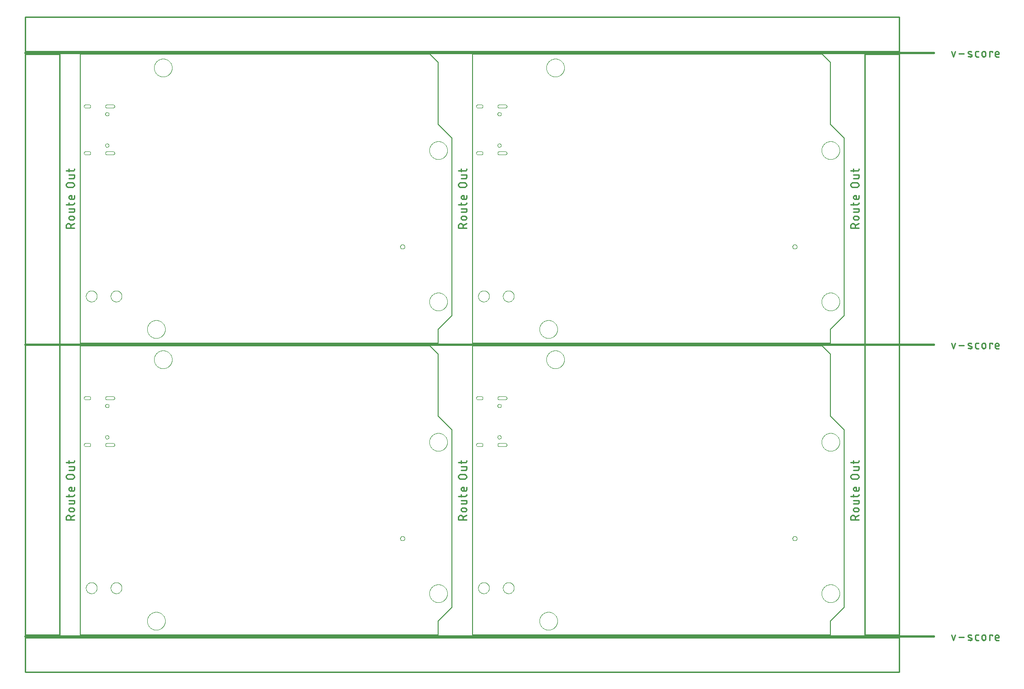
<source format=gko>
G75*
%MOIN*%
%OFA0B0*%
%FSLAX25Y25*%
%IPPOS*%
%LPD*%
%AMOC8*
5,1,8,0,0,1.08239X$1,22.5*
%
%ADD10C,0.00800*%
%ADD11C,0.01100*%
%ADD12C,0.01500*%
%ADD13C,0.01000*%
%ADD14C,0.00000*%
%ADD15C,0.00039*%
D10*
X0103933Y0108933D02*
X0103933Y0318933D01*
X0357933Y0318933D01*
X0363933Y0312933D01*
X0363933Y0267933D01*
X0373933Y0257933D01*
X0373933Y0128933D01*
X0363933Y0118933D01*
X0363933Y0108933D01*
X0103933Y0108933D01*
X0388933Y0108933D02*
X0388933Y0318933D01*
X0642933Y0318933D01*
X0648933Y0312933D01*
X0648933Y0267933D01*
X0658933Y0257933D01*
X0658933Y0128933D01*
X0648933Y0118933D01*
X0648933Y0108933D01*
X0388933Y0108933D01*
X0388933Y0320933D02*
X0388933Y0530933D01*
X0642933Y0530933D01*
X0648933Y0524933D01*
X0648933Y0479933D01*
X0658933Y0469933D01*
X0658933Y0340933D01*
X0648933Y0330933D01*
X0648933Y0320933D01*
X0388933Y0320933D01*
X0373933Y0340933D02*
X0363933Y0330933D01*
X0363933Y0320933D01*
X0103933Y0320933D01*
X0103933Y0530933D01*
X0357933Y0530933D01*
X0363933Y0524933D01*
X0363933Y0479933D01*
X0373933Y0469933D01*
X0373933Y0340933D01*
D11*
X0378483Y0404478D02*
X0378483Y0406117D01*
X0378485Y0406196D01*
X0378491Y0406275D01*
X0378500Y0406354D01*
X0378514Y0406432D01*
X0378531Y0406509D01*
X0378551Y0406586D01*
X0378576Y0406661D01*
X0378604Y0406735D01*
X0378636Y0406808D01*
X0378671Y0406879D01*
X0378709Y0406948D01*
X0378751Y0407015D01*
X0378796Y0407080D01*
X0378844Y0407143D01*
X0378895Y0407204D01*
X0378949Y0407262D01*
X0379006Y0407317D01*
X0379065Y0407370D01*
X0379127Y0407419D01*
X0379191Y0407466D01*
X0379257Y0407509D01*
X0379325Y0407549D01*
X0379396Y0407586D01*
X0379467Y0407620D01*
X0379541Y0407649D01*
X0379616Y0407676D01*
X0379691Y0407698D01*
X0379768Y0407717D01*
X0379846Y0407733D01*
X0379924Y0407744D01*
X0380003Y0407752D01*
X0380082Y0407756D01*
X0380162Y0407756D01*
X0380241Y0407752D01*
X0380320Y0407744D01*
X0380398Y0407733D01*
X0380476Y0407717D01*
X0380553Y0407698D01*
X0380628Y0407676D01*
X0380703Y0407649D01*
X0380777Y0407620D01*
X0380848Y0407586D01*
X0380919Y0407549D01*
X0380987Y0407509D01*
X0381053Y0407466D01*
X0381117Y0407419D01*
X0381179Y0407370D01*
X0381238Y0407317D01*
X0381295Y0407262D01*
X0381349Y0407204D01*
X0381400Y0407143D01*
X0381448Y0407080D01*
X0381493Y0407015D01*
X0381535Y0406948D01*
X0381573Y0406879D01*
X0381608Y0406808D01*
X0381640Y0406735D01*
X0381668Y0406661D01*
X0381693Y0406586D01*
X0381713Y0406509D01*
X0381730Y0406432D01*
X0381744Y0406354D01*
X0381753Y0406275D01*
X0381759Y0406196D01*
X0381761Y0406117D01*
X0381761Y0404478D01*
X0381761Y0406445D02*
X0384383Y0407756D01*
X0383072Y0410495D02*
X0381761Y0410495D01*
X0381690Y0410497D01*
X0381619Y0410503D01*
X0381549Y0410512D01*
X0381479Y0410526D01*
X0381410Y0410543D01*
X0381342Y0410564D01*
X0381276Y0410588D01*
X0381211Y0410616D01*
X0381147Y0410648D01*
X0381085Y0410683D01*
X0381025Y0410721D01*
X0380968Y0410762D01*
X0380912Y0410807D01*
X0380859Y0410854D01*
X0380809Y0410904D01*
X0380762Y0410957D01*
X0380717Y0411013D01*
X0380676Y0411070D01*
X0380638Y0411130D01*
X0380603Y0411192D01*
X0380571Y0411256D01*
X0380543Y0411321D01*
X0380519Y0411387D01*
X0380498Y0411455D01*
X0380481Y0411524D01*
X0380467Y0411594D01*
X0380458Y0411664D01*
X0380452Y0411735D01*
X0380450Y0411806D01*
X0380452Y0411877D01*
X0380458Y0411948D01*
X0380467Y0412018D01*
X0380481Y0412088D01*
X0380498Y0412157D01*
X0380519Y0412225D01*
X0380543Y0412291D01*
X0380571Y0412356D01*
X0380603Y0412420D01*
X0380638Y0412482D01*
X0380676Y0412542D01*
X0380717Y0412599D01*
X0380762Y0412655D01*
X0380809Y0412708D01*
X0380859Y0412758D01*
X0380912Y0412805D01*
X0380968Y0412850D01*
X0381025Y0412891D01*
X0381085Y0412929D01*
X0381147Y0412964D01*
X0381211Y0412996D01*
X0381276Y0413024D01*
X0381342Y0413048D01*
X0381410Y0413069D01*
X0381479Y0413086D01*
X0381549Y0413100D01*
X0381619Y0413109D01*
X0381690Y0413115D01*
X0381761Y0413117D01*
X0383072Y0413117D01*
X0383143Y0413115D01*
X0383214Y0413109D01*
X0383284Y0413100D01*
X0383354Y0413086D01*
X0383423Y0413069D01*
X0383491Y0413048D01*
X0383557Y0413024D01*
X0383622Y0412996D01*
X0383686Y0412964D01*
X0383748Y0412929D01*
X0383808Y0412891D01*
X0383865Y0412850D01*
X0383921Y0412805D01*
X0383974Y0412758D01*
X0384024Y0412708D01*
X0384071Y0412655D01*
X0384116Y0412599D01*
X0384157Y0412542D01*
X0384195Y0412482D01*
X0384230Y0412420D01*
X0384262Y0412356D01*
X0384290Y0412291D01*
X0384314Y0412225D01*
X0384335Y0412157D01*
X0384352Y0412088D01*
X0384366Y0412018D01*
X0384375Y0411948D01*
X0384381Y0411877D01*
X0384383Y0411806D01*
X0384381Y0411735D01*
X0384375Y0411664D01*
X0384366Y0411594D01*
X0384352Y0411524D01*
X0384335Y0411455D01*
X0384314Y0411387D01*
X0384290Y0411321D01*
X0384262Y0411256D01*
X0384230Y0411192D01*
X0384195Y0411130D01*
X0384157Y0411070D01*
X0384116Y0411013D01*
X0384071Y0410957D01*
X0384024Y0410904D01*
X0383974Y0410854D01*
X0383921Y0410807D01*
X0383865Y0410762D01*
X0383808Y0410721D01*
X0383748Y0410683D01*
X0383686Y0410648D01*
X0383622Y0410616D01*
X0383557Y0410588D01*
X0383491Y0410564D01*
X0383423Y0410543D01*
X0383354Y0410526D01*
X0383284Y0410512D01*
X0383214Y0410503D01*
X0383143Y0410497D01*
X0383072Y0410495D01*
X0383400Y0416034D02*
X0380450Y0416034D01*
X0380450Y0418656D02*
X0384383Y0418656D01*
X0384383Y0417017D01*
X0384381Y0416955D01*
X0384375Y0416894D01*
X0384366Y0416833D01*
X0384352Y0416773D01*
X0384335Y0416713D01*
X0384314Y0416655D01*
X0384289Y0416598D01*
X0384261Y0416543D01*
X0384230Y0416490D01*
X0384195Y0416439D01*
X0384157Y0416390D01*
X0384117Y0416344D01*
X0384073Y0416300D01*
X0384027Y0416260D01*
X0383978Y0416222D01*
X0383927Y0416187D01*
X0383874Y0416156D01*
X0383819Y0416128D01*
X0383762Y0416103D01*
X0383704Y0416082D01*
X0383644Y0416065D01*
X0383584Y0416051D01*
X0383523Y0416042D01*
X0383462Y0416036D01*
X0383400Y0416034D01*
X0383400Y0421666D02*
X0378483Y0421666D01*
X0380450Y0421011D02*
X0380450Y0422977D01*
X0381761Y0425470D02*
X0383400Y0425470D01*
X0383462Y0425472D01*
X0383523Y0425478D01*
X0383584Y0425487D01*
X0383644Y0425501D01*
X0383704Y0425518D01*
X0383762Y0425539D01*
X0383819Y0425564D01*
X0383874Y0425592D01*
X0383927Y0425623D01*
X0383978Y0425658D01*
X0384027Y0425696D01*
X0384073Y0425736D01*
X0384117Y0425780D01*
X0384157Y0425826D01*
X0384195Y0425875D01*
X0384230Y0425926D01*
X0384261Y0425979D01*
X0384289Y0426034D01*
X0384314Y0426091D01*
X0384335Y0426149D01*
X0384352Y0426209D01*
X0384366Y0426269D01*
X0384375Y0426330D01*
X0384381Y0426391D01*
X0384383Y0426453D01*
X0384383Y0428092D01*
X0382416Y0428092D02*
X0382416Y0425470D01*
X0381761Y0425470D02*
X0381690Y0425472D01*
X0381619Y0425478D01*
X0381549Y0425487D01*
X0381479Y0425501D01*
X0381410Y0425518D01*
X0381342Y0425539D01*
X0381276Y0425563D01*
X0381211Y0425591D01*
X0381147Y0425623D01*
X0381085Y0425658D01*
X0381025Y0425696D01*
X0380968Y0425737D01*
X0380912Y0425782D01*
X0380859Y0425829D01*
X0380809Y0425879D01*
X0380762Y0425932D01*
X0380717Y0425988D01*
X0380676Y0426045D01*
X0380638Y0426105D01*
X0380603Y0426167D01*
X0380571Y0426231D01*
X0380543Y0426296D01*
X0380519Y0426362D01*
X0380498Y0426430D01*
X0380481Y0426499D01*
X0380467Y0426569D01*
X0380458Y0426639D01*
X0380452Y0426710D01*
X0380450Y0426781D01*
X0380452Y0426852D01*
X0380458Y0426923D01*
X0380467Y0426993D01*
X0380481Y0427063D01*
X0380498Y0427132D01*
X0380519Y0427200D01*
X0380543Y0427266D01*
X0380571Y0427331D01*
X0380603Y0427395D01*
X0380638Y0427457D01*
X0380676Y0427517D01*
X0380717Y0427574D01*
X0380762Y0427630D01*
X0380809Y0427683D01*
X0380859Y0427733D01*
X0380912Y0427780D01*
X0380968Y0427825D01*
X0381025Y0427866D01*
X0381085Y0427904D01*
X0381147Y0427939D01*
X0381211Y0427971D01*
X0381276Y0427999D01*
X0381342Y0428023D01*
X0381410Y0428044D01*
X0381479Y0428061D01*
X0381549Y0428075D01*
X0381619Y0428084D01*
X0381690Y0428090D01*
X0381761Y0428092D01*
X0382416Y0428092D01*
X0384383Y0422977D02*
X0384383Y0422649D01*
X0384381Y0422587D01*
X0384375Y0422526D01*
X0384366Y0422465D01*
X0384352Y0422405D01*
X0384335Y0422345D01*
X0384314Y0422287D01*
X0384289Y0422230D01*
X0384261Y0422175D01*
X0384230Y0422122D01*
X0384195Y0422071D01*
X0384157Y0422022D01*
X0384117Y0421976D01*
X0384073Y0421932D01*
X0384027Y0421892D01*
X0383978Y0421854D01*
X0383927Y0421819D01*
X0383874Y0421788D01*
X0383819Y0421760D01*
X0383762Y0421735D01*
X0383704Y0421714D01*
X0383644Y0421697D01*
X0383584Y0421683D01*
X0383523Y0421674D01*
X0383462Y0421668D01*
X0383400Y0421666D01*
X0382744Y0434168D02*
X0380122Y0434168D01*
X0380043Y0434170D01*
X0379964Y0434176D01*
X0379885Y0434185D01*
X0379807Y0434199D01*
X0379730Y0434216D01*
X0379653Y0434236D01*
X0379578Y0434261D01*
X0379504Y0434289D01*
X0379431Y0434321D01*
X0379360Y0434356D01*
X0379291Y0434394D01*
X0379224Y0434436D01*
X0379159Y0434481D01*
X0379096Y0434529D01*
X0379035Y0434580D01*
X0378977Y0434634D01*
X0378922Y0434691D01*
X0378869Y0434750D01*
X0378820Y0434812D01*
X0378773Y0434876D01*
X0378730Y0434942D01*
X0378690Y0435010D01*
X0378653Y0435081D01*
X0378619Y0435152D01*
X0378590Y0435226D01*
X0378563Y0435301D01*
X0378541Y0435376D01*
X0378522Y0435453D01*
X0378506Y0435531D01*
X0378495Y0435609D01*
X0378487Y0435688D01*
X0378483Y0435767D01*
X0378483Y0435847D01*
X0378487Y0435926D01*
X0378495Y0436005D01*
X0378506Y0436083D01*
X0378522Y0436161D01*
X0378541Y0436238D01*
X0378563Y0436313D01*
X0378590Y0436388D01*
X0378619Y0436462D01*
X0378653Y0436533D01*
X0378690Y0436604D01*
X0378730Y0436672D01*
X0378773Y0436738D01*
X0378820Y0436802D01*
X0378869Y0436864D01*
X0378922Y0436923D01*
X0378977Y0436980D01*
X0379035Y0437034D01*
X0379096Y0437085D01*
X0379159Y0437133D01*
X0379224Y0437178D01*
X0379291Y0437220D01*
X0379360Y0437258D01*
X0379431Y0437293D01*
X0379504Y0437325D01*
X0379578Y0437353D01*
X0379653Y0437378D01*
X0379730Y0437398D01*
X0379807Y0437415D01*
X0379885Y0437429D01*
X0379964Y0437438D01*
X0380043Y0437444D01*
X0380122Y0437446D01*
X0382744Y0437446D01*
X0382823Y0437444D01*
X0382902Y0437438D01*
X0382981Y0437429D01*
X0383059Y0437415D01*
X0383136Y0437398D01*
X0383213Y0437378D01*
X0383288Y0437353D01*
X0383362Y0437325D01*
X0383435Y0437293D01*
X0383506Y0437258D01*
X0383575Y0437220D01*
X0383642Y0437178D01*
X0383707Y0437133D01*
X0383770Y0437085D01*
X0383831Y0437034D01*
X0383889Y0436980D01*
X0383944Y0436923D01*
X0383997Y0436864D01*
X0384046Y0436802D01*
X0384093Y0436738D01*
X0384136Y0436672D01*
X0384176Y0436604D01*
X0384213Y0436533D01*
X0384247Y0436462D01*
X0384276Y0436388D01*
X0384303Y0436313D01*
X0384325Y0436238D01*
X0384344Y0436161D01*
X0384360Y0436083D01*
X0384371Y0436005D01*
X0384379Y0435926D01*
X0384383Y0435847D01*
X0384383Y0435767D01*
X0384379Y0435688D01*
X0384371Y0435609D01*
X0384360Y0435531D01*
X0384344Y0435453D01*
X0384325Y0435376D01*
X0384303Y0435301D01*
X0384276Y0435226D01*
X0384247Y0435152D01*
X0384213Y0435081D01*
X0384176Y0435010D01*
X0384136Y0434942D01*
X0384093Y0434876D01*
X0384046Y0434812D01*
X0383997Y0434750D01*
X0383944Y0434691D01*
X0383889Y0434634D01*
X0383831Y0434580D01*
X0383770Y0434529D01*
X0383707Y0434481D01*
X0383642Y0434436D01*
X0383575Y0434394D01*
X0383506Y0434356D01*
X0383435Y0434321D01*
X0383362Y0434289D01*
X0383288Y0434261D01*
X0383213Y0434236D01*
X0383136Y0434216D01*
X0383059Y0434199D01*
X0382981Y0434185D01*
X0382902Y0434176D01*
X0382823Y0434170D01*
X0382744Y0434168D01*
X0383400Y0440445D02*
X0380450Y0440445D01*
X0380450Y0443067D02*
X0384383Y0443067D01*
X0384383Y0441428D01*
X0384381Y0441366D01*
X0384375Y0441305D01*
X0384366Y0441244D01*
X0384352Y0441184D01*
X0384335Y0441124D01*
X0384314Y0441066D01*
X0384289Y0441009D01*
X0384261Y0440954D01*
X0384230Y0440901D01*
X0384195Y0440850D01*
X0384157Y0440801D01*
X0384117Y0440755D01*
X0384073Y0440711D01*
X0384027Y0440671D01*
X0383978Y0440633D01*
X0383927Y0440598D01*
X0383874Y0440567D01*
X0383819Y0440539D01*
X0383762Y0440514D01*
X0383704Y0440493D01*
X0383644Y0440476D01*
X0383584Y0440462D01*
X0383523Y0440453D01*
X0383462Y0440447D01*
X0383400Y0440445D01*
X0383400Y0446077D02*
X0378483Y0446077D01*
X0380450Y0445422D02*
X0380450Y0447388D01*
X0383400Y0446077D02*
X0383462Y0446079D01*
X0383523Y0446085D01*
X0383584Y0446094D01*
X0383644Y0446108D01*
X0383704Y0446125D01*
X0383762Y0446146D01*
X0383819Y0446171D01*
X0383874Y0446199D01*
X0383927Y0446230D01*
X0383978Y0446265D01*
X0384027Y0446303D01*
X0384073Y0446343D01*
X0384117Y0446387D01*
X0384157Y0446433D01*
X0384195Y0446482D01*
X0384230Y0446533D01*
X0384261Y0446586D01*
X0384289Y0446641D01*
X0384314Y0446698D01*
X0384335Y0446756D01*
X0384352Y0446816D01*
X0384366Y0446876D01*
X0384375Y0446937D01*
X0384381Y0446998D01*
X0384383Y0447060D01*
X0384383Y0447388D01*
X0384383Y0404478D02*
X0378483Y0404478D01*
X0380450Y0235388D02*
X0380450Y0233422D01*
X0378483Y0234077D02*
X0383400Y0234077D01*
X0383462Y0234079D01*
X0383523Y0234085D01*
X0383584Y0234094D01*
X0383644Y0234108D01*
X0383704Y0234125D01*
X0383762Y0234146D01*
X0383819Y0234171D01*
X0383874Y0234199D01*
X0383927Y0234230D01*
X0383978Y0234265D01*
X0384027Y0234303D01*
X0384073Y0234343D01*
X0384117Y0234387D01*
X0384157Y0234433D01*
X0384195Y0234482D01*
X0384230Y0234533D01*
X0384261Y0234586D01*
X0384289Y0234641D01*
X0384314Y0234698D01*
X0384335Y0234756D01*
X0384352Y0234816D01*
X0384366Y0234876D01*
X0384375Y0234937D01*
X0384381Y0234998D01*
X0384383Y0235060D01*
X0384383Y0235388D01*
X0384383Y0231067D02*
X0380450Y0231067D01*
X0380450Y0228445D02*
X0383400Y0228445D01*
X0383462Y0228447D01*
X0383523Y0228453D01*
X0383584Y0228462D01*
X0383644Y0228476D01*
X0383704Y0228493D01*
X0383762Y0228514D01*
X0383819Y0228539D01*
X0383874Y0228567D01*
X0383927Y0228598D01*
X0383978Y0228633D01*
X0384027Y0228671D01*
X0384073Y0228711D01*
X0384117Y0228755D01*
X0384157Y0228801D01*
X0384195Y0228850D01*
X0384230Y0228901D01*
X0384261Y0228954D01*
X0384289Y0229009D01*
X0384314Y0229066D01*
X0384335Y0229124D01*
X0384352Y0229184D01*
X0384366Y0229244D01*
X0384375Y0229305D01*
X0384381Y0229366D01*
X0384383Y0229428D01*
X0384383Y0231067D01*
X0382744Y0225446D02*
X0380122Y0225446D01*
X0380043Y0225444D01*
X0379964Y0225438D01*
X0379885Y0225429D01*
X0379807Y0225415D01*
X0379730Y0225398D01*
X0379653Y0225378D01*
X0379578Y0225353D01*
X0379504Y0225325D01*
X0379431Y0225293D01*
X0379360Y0225258D01*
X0379291Y0225220D01*
X0379224Y0225178D01*
X0379159Y0225133D01*
X0379096Y0225085D01*
X0379035Y0225034D01*
X0378977Y0224980D01*
X0378922Y0224923D01*
X0378869Y0224864D01*
X0378820Y0224802D01*
X0378773Y0224738D01*
X0378730Y0224672D01*
X0378690Y0224604D01*
X0378653Y0224533D01*
X0378619Y0224462D01*
X0378590Y0224388D01*
X0378563Y0224313D01*
X0378541Y0224238D01*
X0378522Y0224161D01*
X0378506Y0224083D01*
X0378495Y0224005D01*
X0378487Y0223926D01*
X0378483Y0223847D01*
X0378483Y0223767D01*
X0378487Y0223688D01*
X0378495Y0223609D01*
X0378506Y0223531D01*
X0378522Y0223453D01*
X0378541Y0223376D01*
X0378563Y0223301D01*
X0378590Y0223226D01*
X0378619Y0223152D01*
X0378653Y0223081D01*
X0378690Y0223010D01*
X0378730Y0222942D01*
X0378773Y0222876D01*
X0378820Y0222812D01*
X0378869Y0222750D01*
X0378922Y0222691D01*
X0378977Y0222634D01*
X0379035Y0222580D01*
X0379096Y0222529D01*
X0379159Y0222481D01*
X0379224Y0222436D01*
X0379291Y0222394D01*
X0379360Y0222356D01*
X0379431Y0222321D01*
X0379504Y0222289D01*
X0379578Y0222261D01*
X0379653Y0222236D01*
X0379730Y0222216D01*
X0379807Y0222199D01*
X0379885Y0222185D01*
X0379964Y0222176D01*
X0380043Y0222170D01*
X0380122Y0222168D01*
X0382744Y0222168D01*
X0382823Y0222170D01*
X0382902Y0222176D01*
X0382981Y0222185D01*
X0383059Y0222199D01*
X0383136Y0222216D01*
X0383213Y0222236D01*
X0383288Y0222261D01*
X0383362Y0222289D01*
X0383435Y0222321D01*
X0383506Y0222356D01*
X0383575Y0222394D01*
X0383642Y0222436D01*
X0383707Y0222481D01*
X0383770Y0222529D01*
X0383831Y0222580D01*
X0383889Y0222634D01*
X0383944Y0222691D01*
X0383997Y0222750D01*
X0384046Y0222812D01*
X0384093Y0222876D01*
X0384136Y0222942D01*
X0384176Y0223010D01*
X0384213Y0223081D01*
X0384247Y0223152D01*
X0384276Y0223226D01*
X0384303Y0223301D01*
X0384325Y0223376D01*
X0384344Y0223453D01*
X0384360Y0223531D01*
X0384371Y0223609D01*
X0384379Y0223688D01*
X0384383Y0223767D01*
X0384383Y0223847D01*
X0384379Y0223926D01*
X0384371Y0224005D01*
X0384360Y0224083D01*
X0384344Y0224161D01*
X0384325Y0224238D01*
X0384303Y0224313D01*
X0384276Y0224388D01*
X0384247Y0224462D01*
X0384213Y0224533D01*
X0384176Y0224604D01*
X0384136Y0224672D01*
X0384093Y0224738D01*
X0384046Y0224802D01*
X0383997Y0224864D01*
X0383944Y0224923D01*
X0383889Y0224980D01*
X0383831Y0225034D01*
X0383770Y0225085D01*
X0383707Y0225133D01*
X0383642Y0225178D01*
X0383575Y0225220D01*
X0383506Y0225258D01*
X0383435Y0225293D01*
X0383362Y0225325D01*
X0383288Y0225353D01*
X0383213Y0225378D01*
X0383136Y0225398D01*
X0383059Y0225415D01*
X0382981Y0225429D01*
X0382902Y0225438D01*
X0382823Y0225444D01*
X0382744Y0225446D01*
X0382416Y0216092D02*
X0382416Y0213470D01*
X0381761Y0213470D02*
X0383400Y0213470D01*
X0383462Y0213472D01*
X0383523Y0213478D01*
X0383584Y0213487D01*
X0383644Y0213501D01*
X0383704Y0213518D01*
X0383762Y0213539D01*
X0383819Y0213564D01*
X0383874Y0213592D01*
X0383927Y0213623D01*
X0383978Y0213658D01*
X0384027Y0213696D01*
X0384073Y0213736D01*
X0384117Y0213780D01*
X0384157Y0213826D01*
X0384195Y0213875D01*
X0384230Y0213926D01*
X0384261Y0213979D01*
X0384289Y0214034D01*
X0384314Y0214091D01*
X0384335Y0214149D01*
X0384352Y0214209D01*
X0384366Y0214269D01*
X0384375Y0214330D01*
X0384381Y0214391D01*
X0384383Y0214453D01*
X0384383Y0216092D01*
X0382416Y0216092D02*
X0381761Y0216092D01*
X0381690Y0216090D01*
X0381619Y0216084D01*
X0381549Y0216075D01*
X0381479Y0216061D01*
X0381410Y0216044D01*
X0381342Y0216023D01*
X0381276Y0215999D01*
X0381211Y0215971D01*
X0381147Y0215939D01*
X0381085Y0215904D01*
X0381025Y0215866D01*
X0380968Y0215825D01*
X0380912Y0215780D01*
X0380859Y0215733D01*
X0380809Y0215683D01*
X0380762Y0215630D01*
X0380717Y0215574D01*
X0380676Y0215517D01*
X0380638Y0215457D01*
X0380603Y0215395D01*
X0380571Y0215331D01*
X0380543Y0215266D01*
X0380519Y0215200D01*
X0380498Y0215132D01*
X0380481Y0215063D01*
X0380467Y0214993D01*
X0380458Y0214923D01*
X0380452Y0214852D01*
X0380450Y0214781D01*
X0380452Y0214710D01*
X0380458Y0214639D01*
X0380467Y0214569D01*
X0380481Y0214499D01*
X0380498Y0214430D01*
X0380519Y0214362D01*
X0380543Y0214296D01*
X0380571Y0214231D01*
X0380603Y0214167D01*
X0380638Y0214105D01*
X0380676Y0214045D01*
X0380717Y0213988D01*
X0380762Y0213932D01*
X0380809Y0213879D01*
X0380859Y0213829D01*
X0380912Y0213782D01*
X0380968Y0213737D01*
X0381025Y0213696D01*
X0381085Y0213658D01*
X0381147Y0213623D01*
X0381211Y0213591D01*
X0381276Y0213563D01*
X0381342Y0213539D01*
X0381410Y0213518D01*
X0381479Y0213501D01*
X0381549Y0213487D01*
X0381619Y0213478D01*
X0381690Y0213472D01*
X0381761Y0213470D01*
X0380450Y0210977D02*
X0380450Y0209011D01*
X0378483Y0209666D02*
X0383400Y0209666D01*
X0383462Y0209668D01*
X0383523Y0209674D01*
X0383584Y0209683D01*
X0383644Y0209697D01*
X0383704Y0209714D01*
X0383762Y0209735D01*
X0383819Y0209760D01*
X0383874Y0209788D01*
X0383927Y0209819D01*
X0383978Y0209854D01*
X0384027Y0209892D01*
X0384073Y0209932D01*
X0384117Y0209976D01*
X0384157Y0210022D01*
X0384195Y0210071D01*
X0384230Y0210122D01*
X0384261Y0210175D01*
X0384289Y0210230D01*
X0384314Y0210287D01*
X0384335Y0210345D01*
X0384352Y0210405D01*
X0384366Y0210465D01*
X0384375Y0210526D01*
X0384381Y0210587D01*
X0384383Y0210649D01*
X0384383Y0210977D01*
X0384383Y0206656D02*
X0380450Y0206656D01*
X0380450Y0204034D02*
X0383400Y0204034D01*
X0383462Y0204036D01*
X0383523Y0204042D01*
X0383584Y0204051D01*
X0383644Y0204065D01*
X0383704Y0204082D01*
X0383762Y0204103D01*
X0383819Y0204128D01*
X0383874Y0204156D01*
X0383927Y0204187D01*
X0383978Y0204222D01*
X0384027Y0204260D01*
X0384073Y0204300D01*
X0384117Y0204344D01*
X0384157Y0204390D01*
X0384195Y0204439D01*
X0384230Y0204490D01*
X0384261Y0204543D01*
X0384289Y0204598D01*
X0384314Y0204655D01*
X0384335Y0204713D01*
X0384352Y0204773D01*
X0384366Y0204833D01*
X0384375Y0204894D01*
X0384381Y0204955D01*
X0384383Y0205017D01*
X0384383Y0206656D01*
X0383072Y0201117D02*
X0381761Y0201117D01*
X0381690Y0201115D01*
X0381619Y0201109D01*
X0381549Y0201100D01*
X0381479Y0201086D01*
X0381410Y0201069D01*
X0381342Y0201048D01*
X0381276Y0201024D01*
X0381211Y0200996D01*
X0381147Y0200964D01*
X0381085Y0200929D01*
X0381025Y0200891D01*
X0380968Y0200850D01*
X0380912Y0200805D01*
X0380859Y0200758D01*
X0380809Y0200708D01*
X0380762Y0200655D01*
X0380717Y0200599D01*
X0380676Y0200542D01*
X0380638Y0200482D01*
X0380603Y0200420D01*
X0380571Y0200356D01*
X0380543Y0200291D01*
X0380519Y0200225D01*
X0380498Y0200157D01*
X0380481Y0200088D01*
X0380467Y0200018D01*
X0380458Y0199948D01*
X0380452Y0199877D01*
X0380450Y0199806D01*
X0380452Y0199735D01*
X0380458Y0199664D01*
X0380467Y0199594D01*
X0380481Y0199524D01*
X0380498Y0199455D01*
X0380519Y0199387D01*
X0380543Y0199321D01*
X0380571Y0199256D01*
X0380603Y0199192D01*
X0380638Y0199130D01*
X0380676Y0199070D01*
X0380717Y0199013D01*
X0380762Y0198957D01*
X0380809Y0198904D01*
X0380859Y0198854D01*
X0380912Y0198807D01*
X0380968Y0198762D01*
X0381025Y0198721D01*
X0381085Y0198683D01*
X0381147Y0198648D01*
X0381211Y0198616D01*
X0381276Y0198588D01*
X0381342Y0198564D01*
X0381410Y0198543D01*
X0381479Y0198526D01*
X0381549Y0198512D01*
X0381619Y0198503D01*
X0381690Y0198497D01*
X0381761Y0198495D01*
X0383072Y0198495D01*
X0383143Y0198497D01*
X0383214Y0198503D01*
X0383284Y0198512D01*
X0383354Y0198526D01*
X0383423Y0198543D01*
X0383491Y0198564D01*
X0383557Y0198588D01*
X0383622Y0198616D01*
X0383686Y0198648D01*
X0383748Y0198683D01*
X0383808Y0198721D01*
X0383865Y0198762D01*
X0383921Y0198807D01*
X0383974Y0198854D01*
X0384024Y0198904D01*
X0384071Y0198957D01*
X0384116Y0199013D01*
X0384157Y0199070D01*
X0384195Y0199130D01*
X0384230Y0199192D01*
X0384262Y0199256D01*
X0384290Y0199321D01*
X0384314Y0199387D01*
X0384335Y0199455D01*
X0384352Y0199524D01*
X0384366Y0199594D01*
X0384375Y0199664D01*
X0384381Y0199735D01*
X0384383Y0199806D01*
X0384381Y0199877D01*
X0384375Y0199948D01*
X0384366Y0200018D01*
X0384352Y0200088D01*
X0384335Y0200157D01*
X0384314Y0200225D01*
X0384290Y0200291D01*
X0384262Y0200356D01*
X0384230Y0200420D01*
X0384195Y0200482D01*
X0384157Y0200542D01*
X0384116Y0200599D01*
X0384071Y0200655D01*
X0384024Y0200708D01*
X0383974Y0200758D01*
X0383921Y0200805D01*
X0383865Y0200850D01*
X0383808Y0200891D01*
X0383748Y0200929D01*
X0383686Y0200964D01*
X0383622Y0200996D01*
X0383557Y0201024D01*
X0383491Y0201048D01*
X0383423Y0201069D01*
X0383354Y0201086D01*
X0383284Y0201100D01*
X0383214Y0201109D01*
X0383143Y0201115D01*
X0383072Y0201117D01*
X0384383Y0195756D02*
X0381761Y0194445D01*
X0381761Y0194117D02*
X0381761Y0192478D01*
X0381761Y0194117D02*
X0381759Y0194196D01*
X0381753Y0194275D01*
X0381744Y0194354D01*
X0381730Y0194432D01*
X0381713Y0194509D01*
X0381693Y0194586D01*
X0381668Y0194661D01*
X0381640Y0194735D01*
X0381608Y0194808D01*
X0381573Y0194879D01*
X0381535Y0194948D01*
X0381493Y0195015D01*
X0381448Y0195080D01*
X0381400Y0195143D01*
X0381349Y0195204D01*
X0381295Y0195262D01*
X0381238Y0195317D01*
X0381179Y0195370D01*
X0381117Y0195419D01*
X0381053Y0195466D01*
X0380987Y0195509D01*
X0380919Y0195549D01*
X0380848Y0195586D01*
X0380777Y0195620D01*
X0380703Y0195649D01*
X0380628Y0195676D01*
X0380553Y0195698D01*
X0380476Y0195717D01*
X0380398Y0195733D01*
X0380320Y0195744D01*
X0380241Y0195752D01*
X0380162Y0195756D01*
X0380082Y0195756D01*
X0380003Y0195752D01*
X0379924Y0195744D01*
X0379846Y0195733D01*
X0379768Y0195717D01*
X0379691Y0195698D01*
X0379616Y0195676D01*
X0379541Y0195649D01*
X0379467Y0195620D01*
X0379396Y0195586D01*
X0379325Y0195549D01*
X0379257Y0195509D01*
X0379191Y0195466D01*
X0379127Y0195419D01*
X0379065Y0195370D01*
X0379006Y0195317D01*
X0378949Y0195262D01*
X0378895Y0195204D01*
X0378844Y0195143D01*
X0378796Y0195080D01*
X0378751Y0195015D01*
X0378709Y0194948D01*
X0378671Y0194879D01*
X0378636Y0194808D01*
X0378604Y0194735D01*
X0378576Y0194661D01*
X0378551Y0194586D01*
X0378531Y0194509D01*
X0378514Y0194432D01*
X0378500Y0194354D01*
X0378491Y0194275D01*
X0378485Y0194196D01*
X0378483Y0194117D01*
X0378483Y0192478D01*
X0384383Y0192478D01*
X0663483Y0192478D02*
X0663483Y0194117D01*
X0663485Y0194196D01*
X0663491Y0194275D01*
X0663500Y0194354D01*
X0663514Y0194432D01*
X0663531Y0194509D01*
X0663551Y0194586D01*
X0663576Y0194661D01*
X0663604Y0194735D01*
X0663636Y0194808D01*
X0663671Y0194879D01*
X0663709Y0194948D01*
X0663751Y0195015D01*
X0663796Y0195080D01*
X0663844Y0195143D01*
X0663895Y0195204D01*
X0663949Y0195262D01*
X0664006Y0195317D01*
X0664065Y0195370D01*
X0664127Y0195419D01*
X0664191Y0195466D01*
X0664257Y0195509D01*
X0664325Y0195549D01*
X0664396Y0195586D01*
X0664467Y0195620D01*
X0664541Y0195649D01*
X0664616Y0195676D01*
X0664691Y0195698D01*
X0664768Y0195717D01*
X0664846Y0195733D01*
X0664924Y0195744D01*
X0665003Y0195752D01*
X0665082Y0195756D01*
X0665162Y0195756D01*
X0665241Y0195752D01*
X0665320Y0195744D01*
X0665398Y0195733D01*
X0665476Y0195717D01*
X0665553Y0195698D01*
X0665628Y0195676D01*
X0665703Y0195649D01*
X0665777Y0195620D01*
X0665848Y0195586D01*
X0665919Y0195549D01*
X0665987Y0195509D01*
X0666053Y0195466D01*
X0666117Y0195419D01*
X0666179Y0195370D01*
X0666238Y0195317D01*
X0666295Y0195262D01*
X0666349Y0195204D01*
X0666400Y0195143D01*
X0666448Y0195080D01*
X0666493Y0195015D01*
X0666535Y0194948D01*
X0666573Y0194879D01*
X0666608Y0194808D01*
X0666640Y0194735D01*
X0666668Y0194661D01*
X0666693Y0194586D01*
X0666713Y0194509D01*
X0666730Y0194432D01*
X0666744Y0194354D01*
X0666753Y0194275D01*
X0666759Y0194196D01*
X0666761Y0194117D01*
X0666761Y0192478D01*
X0666761Y0194445D02*
X0669383Y0195756D01*
X0668072Y0198495D02*
X0666761Y0198495D01*
X0666690Y0198497D01*
X0666619Y0198503D01*
X0666549Y0198512D01*
X0666479Y0198526D01*
X0666410Y0198543D01*
X0666342Y0198564D01*
X0666276Y0198588D01*
X0666211Y0198616D01*
X0666147Y0198648D01*
X0666085Y0198683D01*
X0666025Y0198721D01*
X0665968Y0198762D01*
X0665912Y0198807D01*
X0665859Y0198854D01*
X0665809Y0198904D01*
X0665762Y0198957D01*
X0665717Y0199013D01*
X0665676Y0199070D01*
X0665638Y0199130D01*
X0665603Y0199192D01*
X0665571Y0199256D01*
X0665543Y0199321D01*
X0665519Y0199387D01*
X0665498Y0199455D01*
X0665481Y0199524D01*
X0665467Y0199594D01*
X0665458Y0199664D01*
X0665452Y0199735D01*
X0665450Y0199806D01*
X0665452Y0199877D01*
X0665458Y0199948D01*
X0665467Y0200018D01*
X0665481Y0200088D01*
X0665498Y0200157D01*
X0665519Y0200225D01*
X0665543Y0200291D01*
X0665571Y0200356D01*
X0665603Y0200420D01*
X0665638Y0200482D01*
X0665676Y0200542D01*
X0665717Y0200599D01*
X0665762Y0200655D01*
X0665809Y0200708D01*
X0665859Y0200758D01*
X0665912Y0200805D01*
X0665968Y0200850D01*
X0666025Y0200891D01*
X0666085Y0200929D01*
X0666147Y0200964D01*
X0666211Y0200996D01*
X0666276Y0201024D01*
X0666342Y0201048D01*
X0666410Y0201069D01*
X0666479Y0201086D01*
X0666549Y0201100D01*
X0666619Y0201109D01*
X0666690Y0201115D01*
X0666761Y0201117D01*
X0668072Y0201117D01*
X0668143Y0201115D01*
X0668214Y0201109D01*
X0668284Y0201100D01*
X0668354Y0201086D01*
X0668423Y0201069D01*
X0668491Y0201048D01*
X0668557Y0201024D01*
X0668622Y0200996D01*
X0668686Y0200964D01*
X0668748Y0200929D01*
X0668808Y0200891D01*
X0668865Y0200850D01*
X0668921Y0200805D01*
X0668974Y0200758D01*
X0669024Y0200708D01*
X0669071Y0200655D01*
X0669116Y0200599D01*
X0669157Y0200542D01*
X0669195Y0200482D01*
X0669230Y0200420D01*
X0669262Y0200356D01*
X0669290Y0200291D01*
X0669314Y0200225D01*
X0669335Y0200157D01*
X0669352Y0200088D01*
X0669366Y0200018D01*
X0669375Y0199948D01*
X0669381Y0199877D01*
X0669383Y0199806D01*
X0669381Y0199735D01*
X0669375Y0199664D01*
X0669366Y0199594D01*
X0669352Y0199524D01*
X0669335Y0199455D01*
X0669314Y0199387D01*
X0669290Y0199321D01*
X0669262Y0199256D01*
X0669230Y0199192D01*
X0669195Y0199130D01*
X0669157Y0199070D01*
X0669116Y0199013D01*
X0669071Y0198957D01*
X0669024Y0198904D01*
X0668974Y0198854D01*
X0668921Y0198807D01*
X0668865Y0198762D01*
X0668808Y0198721D01*
X0668748Y0198683D01*
X0668686Y0198648D01*
X0668622Y0198616D01*
X0668557Y0198588D01*
X0668491Y0198564D01*
X0668423Y0198543D01*
X0668354Y0198526D01*
X0668284Y0198512D01*
X0668214Y0198503D01*
X0668143Y0198497D01*
X0668072Y0198495D01*
X0668400Y0204034D02*
X0665450Y0204034D01*
X0665450Y0206656D02*
X0669383Y0206656D01*
X0669383Y0205017D01*
X0669381Y0204955D01*
X0669375Y0204894D01*
X0669366Y0204833D01*
X0669352Y0204773D01*
X0669335Y0204713D01*
X0669314Y0204655D01*
X0669289Y0204598D01*
X0669261Y0204543D01*
X0669230Y0204490D01*
X0669195Y0204439D01*
X0669157Y0204390D01*
X0669117Y0204344D01*
X0669073Y0204300D01*
X0669027Y0204260D01*
X0668978Y0204222D01*
X0668927Y0204187D01*
X0668874Y0204156D01*
X0668819Y0204128D01*
X0668762Y0204103D01*
X0668704Y0204082D01*
X0668644Y0204065D01*
X0668584Y0204051D01*
X0668523Y0204042D01*
X0668462Y0204036D01*
X0668400Y0204034D01*
X0668400Y0209666D02*
X0663483Y0209666D01*
X0665450Y0209011D02*
X0665450Y0210977D01*
X0666761Y0213470D02*
X0668400Y0213470D01*
X0668462Y0213472D01*
X0668523Y0213478D01*
X0668584Y0213487D01*
X0668644Y0213501D01*
X0668704Y0213518D01*
X0668762Y0213539D01*
X0668819Y0213564D01*
X0668874Y0213592D01*
X0668927Y0213623D01*
X0668978Y0213658D01*
X0669027Y0213696D01*
X0669073Y0213736D01*
X0669117Y0213780D01*
X0669157Y0213826D01*
X0669195Y0213875D01*
X0669230Y0213926D01*
X0669261Y0213979D01*
X0669289Y0214034D01*
X0669314Y0214091D01*
X0669335Y0214149D01*
X0669352Y0214209D01*
X0669366Y0214269D01*
X0669375Y0214330D01*
X0669381Y0214391D01*
X0669383Y0214453D01*
X0669383Y0216092D01*
X0667416Y0216092D02*
X0667416Y0213470D01*
X0666761Y0213470D02*
X0666690Y0213472D01*
X0666619Y0213478D01*
X0666549Y0213487D01*
X0666479Y0213501D01*
X0666410Y0213518D01*
X0666342Y0213539D01*
X0666276Y0213563D01*
X0666211Y0213591D01*
X0666147Y0213623D01*
X0666085Y0213658D01*
X0666025Y0213696D01*
X0665968Y0213737D01*
X0665912Y0213782D01*
X0665859Y0213829D01*
X0665809Y0213879D01*
X0665762Y0213932D01*
X0665717Y0213988D01*
X0665676Y0214045D01*
X0665638Y0214105D01*
X0665603Y0214167D01*
X0665571Y0214231D01*
X0665543Y0214296D01*
X0665519Y0214362D01*
X0665498Y0214430D01*
X0665481Y0214499D01*
X0665467Y0214569D01*
X0665458Y0214639D01*
X0665452Y0214710D01*
X0665450Y0214781D01*
X0665452Y0214852D01*
X0665458Y0214923D01*
X0665467Y0214993D01*
X0665481Y0215063D01*
X0665498Y0215132D01*
X0665519Y0215200D01*
X0665543Y0215266D01*
X0665571Y0215331D01*
X0665603Y0215395D01*
X0665638Y0215457D01*
X0665676Y0215517D01*
X0665717Y0215574D01*
X0665762Y0215630D01*
X0665809Y0215683D01*
X0665859Y0215733D01*
X0665912Y0215780D01*
X0665968Y0215825D01*
X0666025Y0215866D01*
X0666085Y0215904D01*
X0666147Y0215939D01*
X0666211Y0215971D01*
X0666276Y0215999D01*
X0666342Y0216023D01*
X0666410Y0216044D01*
X0666479Y0216061D01*
X0666549Y0216075D01*
X0666619Y0216084D01*
X0666690Y0216090D01*
X0666761Y0216092D01*
X0667416Y0216092D01*
X0669383Y0210977D02*
X0669383Y0210649D01*
X0669381Y0210587D01*
X0669375Y0210526D01*
X0669366Y0210465D01*
X0669352Y0210405D01*
X0669335Y0210345D01*
X0669314Y0210287D01*
X0669289Y0210230D01*
X0669261Y0210175D01*
X0669230Y0210122D01*
X0669195Y0210071D01*
X0669157Y0210022D01*
X0669117Y0209976D01*
X0669073Y0209932D01*
X0669027Y0209892D01*
X0668978Y0209854D01*
X0668927Y0209819D01*
X0668874Y0209788D01*
X0668819Y0209760D01*
X0668762Y0209735D01*
X0668704Y0209714D01*
X0668644Y0209697D01*
X0668584Y0209683D01*
X0668523Y0209674D01*
X0668462Y0209668D01*
X0668400Y0209666D01*
X0667744Y0222168D02*
X0665122Y0222168D01*
X0665043Y0222170D01*
X0664964Y0222176D01*
X0664885Y0222185D01*
X0664807Y0222199D01*
X0664730Y0222216D01*
X0664653Y0222236D01*
X0664578Y0222261D01*
X0664504Y0222289D01*
X0664431Y0222321D01*
X0664360Y0222356D01*
X0664291Y0222394D01*
X0664224Y0222436D01*
X0664159Y0222481D01*
X0664096Y0222529D01*
X0664035Y0222580D01*
X0663977Y0222634D01*
X0663922Y0222691D01*
X0663869Y0222750D01*
X0663820Y0222812D01*
X0663773Y0222876D01*
X0663730Y0222942D01*
X0663690Y0223010D01*
X0663653Y0223081D01*
X0663619Y0223152D01*
X0663590Y0223226D01*
X0663563Y0223301D01*
X0663541Y0223376D01*
X0663522Y0223453D01*
X0663506Y0223531D01*
X0663495Y0223609D01*
X0663487Y0223688D01*
X0663483Y0223767D01*
X0663483Y0223847D01*
X0663487Y0223926D01*
X0663495Y0224005D01*
X0663506Y0224083D01*
X0663522Y0224161D01*
X0663541Y0224238D01*
X0663563Y0224313D01*
X0663590Y0224388D01*
X0663619Y0224462D01*
X0663653Y0224533D01*
X0663690Y0224604D01*
X0663730Y0224672D01*
X0663773Y0224738D01*
X0663820Y0224802D01*
X0663869Y0224864D01*
X0663922Y0224923D01*
X0663977Y0224980D01*
X0664035Y0225034D01*
X0664096Y0225085D01*
X0664159Y0225133D01*
X0664224Y0225178D01*
X0664291Y0225220D01*
X0664360Y0225258D01*
X0664431Y0225293D01*
X0664504Y0225325D01*
X0664578Y0225353D01*
X0664653Y0225378D01*
X0664730Y0225398D01*
X0664807Y0225415D01*
X0664885Y0225429D01*
X0664964Y0225438D01*
X0665043Y0225444D01*
X0665122Y0225446D01*
X0667744Y0225446D01*
X0667823Y0225444D01*
X0667902Y0225438D01*
X0667981Y0225429D01*
X0668059Y0225415D01*
X0668136Y0225398D01*
X0668213Y0225378D01*
X0668288Y0225353D01*
X0668362Y0225325D01*
X0668435Y0225293D01*
X0668506Y0225258D01*
X0668575Y0225220D01*
X0668642Y0225178D01*
X0668707Y0225133D01*
X0668770Y0225085D01*
X0668831Y0225034D01*
X0668889Y0224980D01*
X0668944Y0224923D01*
X0668997Y0224864D01*
X0669046Y0224802D01*
X0669093Y0224738D01*
X0669136Y0224672D01*
X0669176Y0224604D01*
X0669213Y0224533D01*
X0669247Y0224462D01*
X0669276Y0224388D01*
X0669303Y0224313D01*
X0669325Y0224238D01*
X0669344Y0224161D01*
X0669360Y0224083D01*
X0669371Y0224005D01*
X0669379Y0223926D01*
X0669383Y0223847D01*
X0669383Y0223767D01*
X0669379Y0223688D01*
X0669371Y0223609D01*
X0669360Y0223531D01*
X0669344Y0223453D01*
X0669325Y0223376D01*
X0669303Y0223301D01*
X0669276Y0223226D01*
X0669247Y0223152D01*
X0669213Y0223081D01*
X0669176Y0223010D01*
X0669136Y0222942D01*
X0669093Y0222876D01*
X0669046Y0222812D01*
X0668997Y0222750D01*
X0668944Y0222691D01*
X0668889Y0222634D01*
X0668831Y0222580D01*
X0668770Y0222529D01*
X0668707Y0222481D01*
X0668642Y0222436D01*
X0668575Y0222394D01*
X0668506Y0222356D01*
X0668435Y0222321D01*
X0668362Y0222289D01*
X0668288Y0222261D01*
X0668213Y0222236D01*
X0668136Y0222216D01*
X0668059Y0222199D01*
X0667981Y0222185D01*
X0667902Y0222176D01*
X0667823Y0222170D01*
X0667744Y0222168D01*
X0668400Y0228445D02*
X0665450Y0228445D01*
X0665450Y0231067D02*
X0669383Y0231067D01*
X0669383Y0229428D01*
X0669381Y0229366D01*
X0669375Y0229305D01*
X0669366Y0229244D01*
X0669352Y0229184D01*
X0669335Y0229124D01*
X0669314Y0229066D01*
X0669289Y0229009D01*
X0669261Y0228954D01*
X0669230Y0228901D01*
X0669195Y0228850D01*
X0669157Y0228801D01*
X0669117Y0228755D01*
X0669073Y0228711D01*
X0669027Y0228671D01*
X0668978Y0228633D01*
X0668927Y0228598D01*
X0668874Y0228567D01*
X0668819Y0228539D01*
X0668762Y0228514D01*
X0668704Y0228493D01*
X0668644Y0228476D01*
X0668584Y0228462D01*
X0668523Y0228453D01*
X0668462Y0228447D01*
X0668400Y0228445D01*
X0668400Y0234077D02*
X0663483Y0234077D01*
X0665450Y0233422D02*
X0665450Y0235388D01*
X0668400Y0234077D02*
X0668462Y0234079D01*
X0668523Y0234085D01*
X0668584Y0234094D01*
X0668644Y0234108D01*
X0668704Y0234125D01*
X0668762Y0234146D01*
X0668819Y0234171D01*
X0668874Y0234199D01*
X0668927Y0234230D01*
X0668978Y0234265D01*
X0669027Y0234303D01*
X0669073Y0234343D01*
X0669117Y0234387D01*
X0669157Y0234433D01*
X0669195Y0234482D01*
X0669230Y0234533D01*
X0669261Y0234586D01*
X0669289Y0234641D01*
X0669314Y0234698D01*
X0669335Y0234756D01*
X0669352Y0234816D01*
X0669366Y0234876D01*
X0669375Y0234937D01*
X0669381Y0234998D01*
X0669383Y0235060D01*
X0669383Y0235388D01*
X0669383Y0192478D02*
X0663483Y0192478D01*
X0736724Y0108916D02*
X0738035Y0104983D01*
X0739346Y0108916D01*
X0742017Y0107278D02*
X0745951Y0107278D01*
X0749319Y0107278D02*
X0750958Y0106622D01*
X0751010Y0106599D01*
X0751061Y0106572D01*
X0751110Y0106542D01*
X0751157Y0106509D01*
X0751202Y0106473D01*
X0751244Y0106433D01*
X0751283Y0106391D01*
X0751319Y0106347D01*
X0751352Y0106300D01*
X0751382Y0106250D01*
X0751409Y0106199D01*
X0751432Y0106147D01*
X0751451Y0106093D01*
X0751467Y0106037D01*
X0751479Y0105981D01*
X0751487Y0105924D01*
X0751491Y0105867D01*
X0751492Y0105809D01*
X0751488Y0105752D01*
X0751481Y0105695D01*
X0751469Y0105638D01*
X0751454Y0105583D01*
X0751436Y0105528D01*
X0751413Y0105475D01*
X0751387Y0105424D01*
X0751358Y0105375D01*
X0751325Y0105327D01*
X0751289Y0105282D01*
X0751251Y0105240D01*
X0751209Y0105200D01*
X0751165Y0105163D01*
X0751118Y0105129D01*
X0751070Y0105098D01*
X0751019Y0105071D01*
X0750967Y0105047D01*
X0750913Y0105027D01*
X0750858Y0105011D01*
X0750802Y0104998D01*
X0750745Y0104989D01*
X0750687Y0104984D01*
X0750630Y0104983D01*
X0751121Y0108588D02*
X0751014Y0108634D01*
X0750905Y0108677D01*
X0750795Y0108717D01*
X0750683Y0108753D01*
X0750571Y0108785D01*
X0750457Y0108814D01*
X0750343Y0108840D01*
X0750228Y0108861D01*
X0750113Y0108880D01*
X0749996Y0108894D01*
X0749880Y0108905D01*
X0749763Y0108912D01*
X0749646Y0108916D01*
X0749646Y0108917D02*
X0749589Y0108916D01*
X0749531Y0108911D01*
X0749474Y0108902D01*
X0749418Y0108889D01*
X0749363Y0108873D01*
X0749309Y0108853D01*
X0749257Y0108829D01*
X0749206Y0108802D01*
X0749158Y0108771D01*
X0749111Y0108737D01*
X0749067Y0108700D01*
X0749025Y0108660D01*
X0748987Y0108618D01*
X0748951Y0108573D01*
X0748918Y0108525D01*
X0748889Y0108476D01*
X0748863Y0108425D01*
X0748840Y0108372D01*
X0748822Y0108317D01*
X0748807Y0108262D01*
X0748795Y0108205D01*
X0748788Y0108148D01*
X0748784Y0108091D01*
X0748785Y0108033D01*
X0748789Y0107976D01*
X0748797Y0107919D01*
X0748809Y0107863D01*
X0748825Y0107807D01*
X0748844Y0107753D01*
X0748867Y0107701D01*
X0748894Y0107650D01*
X0748924Y0107600D01*
X0748957Y0107553D01*
X0748993Y0107509D01*
X0749032Y0107467D01*
X0749074Y0107427D01*
X0749119Y0107391D01*
X0749166Y0107358D01*
X0749215Y0107328D01*
X0749266Y0107301D01*
X0749318Y0107278D01*
X0748827Y0105311D02*
X0748961Y0105265D01*
X0749096Y0105222D01*
X0749232Y0105183D01*
X0749369Y0105147D01*
X0749506Y0105115D01*
X0749645Y0105086D01*
X0749784Y0105060D01*
X0749924Y0105039D01*
X0750065Y0105020D01*
X0750205Y0105006D01*
X0750347Y0104995D01*
X0750488Y0104987D01*
X0750630Y0104984D01*
X0754171Y0105966D02*
X0754171Y0107933D01*
X0754173Y0107995D01*
X0754179Y0108056D01*
X0754188Y0108117D01*
X0754202Y0108177D01*
X0754219Y0108237D01*
X0754240Y0108295D01*
X0754265Y0108352D01*
X0754293Y0108407D01*
X0754324Y0108460D01*
X0754359Y0108511D01*
X0754397Y0108560D01*
X0754437Y0108606D01*
X0754481Y0108650D01*
X0754527Y0108690D01*
X0754576Y0108728D01*
X0754627Y0108763D01*
X0754680Y0108794D01*
X0754735Y0108822D01*
X0754792Y0108847D01*
X0754850Y0108868D01*
X0754910Y0108885D01*
X0754970Y0108899D01*
X0755031Y0108908D01*
X0755092Y0108914D01*
X0755154Y0108916D01*
X0756465Y0108916D01*
X0758879Y0107605D02*
X0758879Y0106294D01*
X0758881Y0106223D01*
X0758887Y0106152D01*
X0758896Y0106082D01*
X0758910Y0106012D01*
X0758927Y0105943D01*
X0758948Y0105875D01*
X0758972Y0105809D01*
X0759000Y0105744D01*
X0759032Y0105680D01*
X0759067Y0105618D01*
X0759105Y0105558D01*
X0759146Y0105501D01*
X0759191Y0105445D01*
X0759238Y0105392D01*
X0759288Y0105342D01*
X0759341Y0105295D01*
X0759397Y0105250D01*
X0759454Y0105209D01*
X0759514Y0105171D01*
X0759576Y0105136D01*
X0759640Y0105104D01*
X0759705Y0105076D01*
X0759771Y0105052D01*
X0759839Y0105031D01*
X0759908Y0105014D01*
X0759978Y0105000D01*
X0760048Y0104991D01*
X0760119Y0104985D01*
X0760190Y0104983D01*
X0760261Y0104985D01*
X0760332Y0104991D01*
X0760402Y0105000D01*
X0760472Y0105014D01*
X0760541Y0105031D01*
X0760609Y0105052D01*
X0760675Y0105076D01*
X0760740Y0105104D01*
X0760804Y0105136D01*
X0760866Y0105171D01*
X0760926Y0105209D01*
X0760983Y0105250D01*
X0761039Y0105295D01*
X0761092Y0105342D01*
X0761142Y0105392D01*
X0761189Y0105445D01*
X0761234Y0105501D01*
X0761275Y0105558D01*
X0761313Y0105618D01*
X0761348Y0105680D01*
X0761380Y0105744D01*
X0761408Y0105809D01*
X0761432Y0105875D01*
X0761453Y0105943D01*
X0761470Y0106012D01*
X0761484Y0106082D01*
X0761493Y0106152D01*
X0761499Y0106223D01*
X0761501Y0106294D01*
X0761501Y0107605D01*
X0761499Y0107676D01*
X0761493Y0107747D01*
X0761484Y0107817D01*
X0761470Y0107887D01*
X0761453Y0107956D01*
X0761432Y0108024D01*
X0761408Y0108090D01*
X0761380Y0108155D01*
X0761348Y0108219D01*
X0761313Y0108281D01*
X0761275Y0108341D01*
X0761234Y0108398D01*
X0761189Y0108454D01*
X0761142Y0108507D01*
X0761092Y0108557D01*
X0761039Y0108604D01*
X0760983Y0108649D01*
X0760926Y0108690D01*
X0760866Y0108728D01*
X0760804Y0108763D01*
X0760740Y0108795D01*
X0760675Y0108823D01*
X0760609Y0108847D01*
X0760541Y0108868D01*
X0760472Y0108885D01*
X0760402Y0108899D01*
X0760332Y0108908D01*
X0760261Y0108914D01*
X0760190Y0108916D01*
X0760119Y0108914D01*
X0760048Y0108908D01*
X0759978Y0108899D01*
X0759908Y0108885D01*
X0759839Y0108868D01*
X0759771Y0108847D01*
X0759705Y0108823D01*
X0759640Y0108795D01*
X0759576Y0108763D01*
X0759514Y0108728D01*
X0759454Y0108690D01*
X0759397Y0108649D01*
X0759341Y0108604D01*
X0759288Y0108557D01*
X0759238Y0108507D01*
X0759191Y0108454D01*
X0759146Y0108398D01*
X0759105Y0108341D01*
X0759067Y0108281D01*
X0759032Y0108219D01*
X0759000Y0108155D01*
X0758972Y0108090D01*
X0758948Y0108024D01*
X0758927Y0107956D01*
X0758910Y0107887D01*
X0758896Y0107817D01*
X0758887Y0107747D01*
X0758881Y0107676D01*
X0758879Y0107605D01*
X0756465Y0104983D02*
X0755154Y0104983D01*
X0755092Y0104985D01*
X0755031Y0104991D01*
X0754970Y0105000D01*
X0754910Y0105014D01*
X0754850Y0105031D01*
X0754792Y0105052D01*
X0754735Y0105077D01*
X0754680Y0105105D01*
X0754627Y0105136D01*
X0754576Y0105171D01*
X0754527Y0105209D01*
X0754481Y0105249D01*
X0754437Y0105293D01*
X0754397Y0105339D01*
X0754359Y0105388D01*
X0754324Y0105439D01*
X0754293Y0105492D01*
X0754265Y0105547D01*
X0754240Y0105604D01*
X0754219Y0105662D01*
X0754202Y0105722D01*
X0754188Y0105782D01*
X0754179Y0105843D01*
X0754173Y0105904D01*
X0754171Y0105966D01*
X0764468Y0104983D02*
X0764468Y0108916D01*
X0766434Y0108916D01*
X0766434Y0108261D01*
X0768520Y0107605D02*
X0768520Y0105966D01*
X0768522Y0105904D01*
X0768528Y0105843D01*
X0768537Y0105782D01*
X0768551Y0105722D01*
X0768568Y0105662D01*
X0768589Y0105604D01*
X0768614Y0105547D01*
X0768642Y0105492D01*
X0768673Y0105439D01*
X0768708Y0105388D01*
X0768746Y0105339D01*
X0768786Y0105293D01*
X0768830Y0105249D01*
X0768876Y0105209D01*
X0768925Y0105171D01*
X0768976Y0105136D01*
X0769029Y0105105D01*
X0769084Y0105077D01*
X0769141Y0105052D01*
X0769199Y0105031D01*
X0769259Y0105014D01*
X0769319Y0105000D01*
X0769380Y0104991D01*
X0769441Y0104985D01*
X0769503Y0104983D01*
X0771142Y0104983D01*
X0771142Y0106950D02*
X0768520Y0106950D01*
X0768520Y0107605D02*
X0768522Y0107676D01*
X0768528Y0107747D01*
X0768537Y0107817D01*
X0768551Y0107887D01*
X0768568Y0107956D01*
X0768589Y0108024D01*
X0768613Y0108090D01*
X0768641Y0108155D01*
X0768673Y0108219D01*
X0768708Y0108281D01*
X0768746Y0108341D01*
X0768787Y0108398D01*
X0768832Y0108454D01*
X0768879Y0108507D01*
X0768929Y0108557D01*
X0768982Y0108604D01*
X0769038Y0108649D01*
X0769095Y0108690D01*
X0769155Y0108728D01*
X0769217Y0108763D01*
X0769281Y0108795D01*
X0769346Y0108823D01*
X0769412Y0108847D01*
X0769480Y0108868D01*
X0769549Y0108885D01*
X0769619Y0108899D01*
X0769689Y0108908D01*
X0769760Y0108914D01*
X0769831Y0108916D01*
X0769902Y0108914D01*
X0769973Y0108908D01*
X0770043Y0108899D01*
X0770113Y0108885D01*
X0770182Y0108868D01*
X0770250Y0108847D01*
X0770316Y0108823D01*
X0770381Y0108795D01*
X0770445Y0108763D01*
X0770507Y0108728D01*
X0770567Y0108690D01*
X0770624Y0108649D01*
X0770680Y0108604D01*
X0770733Y0108557D01*
X0770783Y0108507D01*
X0770830Y0108454D01*
X0770875Y0108398D01*
X0770916Y0108341D01*
X0770954Y0108281D01*
X0770989Y0108219D01*
X0771021Y0108155D01*
X0771049Y0108090D01*
X0771073Y0108024D01*
X0771094Y0107956D01*
X0771111Y0107887D01*
X0771125Y0107817D01*
X0771134Y0107747D01*
X0771140Y0107676D01*
X0771142Y0107605D01*
X0771142Y0106950D01*
X0771142Y0316983D02*
X0769503Y0316983D01*
X0769441Y0316985D01*
X0769380Y0316991D01*
X0769319Y0317000D01*
X0769259Y0317014D01*
X0769199Y0317031D01*
X0769141Y0317052D01*
X0769084Y0317077D01*
X0769029Y0317105D01*
X0768976Y0317136D01*
X0768925Y0317171D01*
X0768876Y0317209D01*
X0768830Y0317249D01*
X0768786Y0317293D01*
X0768746Y0317339D01*
X0768708Y0317388D01*
X0768673Y0317439D01*
X0768642Y0317492D01*
X0768614Y0317547D01*
X0768589Y0317604D01*
X0768568Y0317662D01*
X0768551Y0317722D01*
X0768537Y0317782D01*
X0768528Y0317843D01*
X0768522Y0317904D01*
X0768520Y0317966D01*
X0768520Y0319605D01*
X0768520Y0318950D02*
X0771142Y0318950D01*
X0771142Y0319605D01*
X0771140Y0319676D01*
X0771134Y0319747D01*
X0771125Y0319817D01*
X0771111Y0319887D01*
X0771094Y0319956D01*
X0771073Y0320024D01*
X0771049Y0320090D01*
X0771021Y0320155D01*
X0770989Y0320219D01*
X0770954Y0320281D01*
X0770916Y0320341D01*
X0770875Y0320398D01*
X0770830Y0320454D01*
X0770783Y0320507D01*
X0770733Y0320557D01*
X0770680Y0320604D01*
X0770624Y0320649D01*
X0770567Y0320690D01*
X0770507Y0320728D01*
X0770445Y0320763D01*
X0770381Y0320795D01*
X0770316Y0320823D01*
X0770250Y0320847D01*
X0770182Y0320868D01*
X0770113Y0320885D01*
X0770043Y0320899D01*
X0769973Y0320908D01*
X0769902Y0320914D01*
X0769831Y0320916D01*
X0769760Y0320914D01*
X0769689Y0320908D01*
X0769619Y0320899D01*
X0769549Y0320885D01*
X0769480Y0320868D01*
X0769412Y0320847D01*
X0769346Y0320823D01*
X0769281Y0320795D01*
X0769217Y0320763D01*
X0769155Y0320728D01*
X0769095Y0320690D01*
X0769038Y0320649D01*
X0768982Y0320604D01*
X0768929Y0320557D01*
X0768879Y0320507D01*
X0768832Y0320454D01*
X0768787Y0320398D01*
X0768746Y0320341D01*
X0768708Y0320281D01*
X0768673Y0320219D01*
X0768641Y0320155D01*
X0768613Y0320090D01*
X0768589Y0320024D01*
X0768568Y0319956D01*
X0768551Y0319887D01*
X0768537Y0319817D01*
X0768528Y0319747D01*
X0768522Y0319676D01*
X0768520Y0319605D01*
X0766434Y0320261D02*
X0766434Y0320916D01*
X0764468Y0320916D01*
X0764468Y0316983D01*
X0761501Y0318294D02*
X0761501Y0319605D01*
X0761499Y0319676D01*
X0761493Y0319747D01*
X0761484Y0319817D01*
X0761470Y0319887D01*
X0761453Y0319956D01*
X0761432Y0320024D01*
X0761408Y0320090D01*
X0761380Y0320155D01*
X0761348Y0320219D01*
X0761313Y0320281D01*
X0761275Y0320341D01*
X0761234Y0320398D01*
X0761189Y0320454D01*
X0761142Y0320507D01*
X0761092Y0320557D01*
X0761039Y0320604D01*
X0760983Y0320649D01*
X0760926Y0320690D01*
X0760866Y0320728D01*
X0760804Y0320763D01*
X0760740Y0320795D01*
X0760675Y0320823D01*
X0760609Y0320847D01*
X0760541Y0320868D01*
X0760472Y0320885D01*
X0760402Y0320899D01*
X0760332Y0320908D01*
X0760261Y0320914D01*
X0760190Y0320916D01*
X0760119Y0320914D01*
X0760048Y0320908D01*
X0759978Y0320899D01*
X0759908Y0320885D01*
X0759839Y0320868D01*
X0759771Y0320847D01*
X0759705Y0320823D01*
X0759640Y0320795D01*
X0759576Y0320763D01*
X0759514Y0320728D01*
X0759454Y0320690D01*
X0759397Y0320649D01*
X0759341Y0320604D01*
X0759288Y0320557D01*
X0759238Y0320507D01*
X0759191Y0320454D01*
X0759146Y0320398D01*
X0759105Y0320341D01*
X0759067Y0320281D01*
X0759032Y0320219D01*
X0759000Y0320155D01*
X0758972Y0320090D01*
X0758948Y0320024D01*
X0758927Y0319956D01*
X0758910Y0319887D01*
X0758896Y0319817D01*
X0758887Y0319747D01*
X0758881Y0319676D01*
X0758879Y0319605D01*
X0758879Y0318294D01*
X0758881Y0318223D01*
X0758887Y0318152D01*
X0758896Y0318082D01*
X0758910Y0318012D01*
X0758927Y0317943D01*
X0758948Y0317875D01*
X0758972Y0317809D01*
X0759000Y0317744D01*
X0759032Y0317680D01*
X0759067Y0317618D01*
X0759105Y0317558D01*
X0759146Y0317501D01*
X0759191Y0317445D01*
X0759238Y0317392D01*
X0759288Y0317342D01*
X0759341Y0317295D01*
X0759397Y0317250D01*
X0759454Y0317209D01*
X0759514Y0317171D01*
X0759576Y0317136D01*
X0759640Y0317104D01*
X0759705Y0317076D01*
X0759771Y0317052D01*
X0759839Y0317031D01*
X0759908Y0317014D01*
X0759978Y0317000D01*
X0760048Y0316991D01*
X0760119Y0316985D01*
X0760190Y0316983D01*
X0760261Y0316985D01*
X0760332Y0316991D01*
X0760402Y0317000D01*
X0760472Y0317014D01*
X0760541Y0317031D01*
X0760609Y0317052D01*
X0760675Y0317076D01*
X0760740Y0317104D01*
X0760804Y0317136D01*
X0760866Y0317171D01*
X0760926Y0317209D01*
X0760983Y0317250D01*
X0761039Y0317295D01*
X0761092Y0317342D01*
X0761142Y0317392D01*
X0761189Y0317445D01*
X0761234Y0317501D01*
X0761275Y0317558D01*
X0761313Y0317618D01*
X0761348Y0317680D01*
X0761380Y0317744D01*
X0761408Y0317809D01*
X0761432Y0317875D01*
X0761453Y0317943D01*
X0761470Y0318012D01*
X0761484Y0318082D01*
X0761493Y0318152D01*
X0761499Y0318223D01*
X0761501Y0318294D01*
X0756465Y0316983D02*
X0755154Y0316983D01*
X0755092Y0316985D01*
X0755031Y0316991D01*
X0754970Y0317000D01*
X0754910Y0317014D01*
X0754850Y0317031D01*
X0754792Y0317052D01*
X0754735Y0317077D01*
X0754680Y0317105D01*
X0754627Y0317136D01*
X0754576Y0317171D01*
X0754527Y0317209D01*
X0754481Y0317249D01*
X0754437Y0317293D01*
X0754397Y0317339D01*
X0754359Y0317388D01*
X0754324Y0317439D01*
X0754293Y0317492D01*
X0754265Y0317547D01*
X0754240Y0317604D01*
X0754219Y0317662D01*
X0754202Y0317722D01*
X0754188Y0317782D01*
X0754179Y0317843D01*
X0754173Y0317904D01*
X0754171Y0317966D01*
X0754171Y0319933D01*
X0754173Y0319995D01*
X0754179Y0320056D01*
X0754188Y0320117D01*
X0754202Y0320177D01*
X0754219Y0320237D01*
X0754240Y0320295D01*
X0754265Y0320352D01*
X0754293Y0320407D01*
X0754324Y0320460D01*
X0754359Y0320511D01*
X0754397Y0320560D01*
X0754437Y0320606D01*
X0754481Y0320650D01*
X0754527Y0320690D01*
X0754576Y0320728D01*
X0754627Y0320763D01*
X0754680Y0320794D01*
X0754735Y0320822D01*
X0754792Y0320847D01*
X0754850Y0320868D01*
X0754910Y0320885D01*
X0754970Y0320899D01*
X0755031Y0320908D01*
X0755092Y0320914D01*
X0755154Y0320916D01*
X0756465Y0320916D01*
X0750958Y0318622D02*
X0749319Y0319278D01*
X0749318Y0319278D02*
X0749266Y0319301D01*
X0749215Y0319328D01*
X0749166Y0319358D01*
X0749119Y0319391D01*
X0749074Y0319427D01*
X0749032Y0319467D01*
X0748993Y0319509D01*
X0748957Y0319553D01*
X0748924Y0319600D01*
X0748894Y0319650D01*
X0748867Y0319701D01*
X0748844Y0319753D01*
X0748825Y0319807D01*
X0748809Y0319863D01*
X0748797Y0319919D01*
X0748789Y0319976D01*
X0748785Y0320033D01*
X0748784Y0320091D01*
X0748788Y0320148D01*
X0748795Y0320205D01*
X0748807Y0320262D01*
X0748822Y0320317D01*
X0748840Y0320372D01*
X0748863Y0320425D01*
X0748889Y0320476D01*
X0748918Y0320525D01*
X0748951Y0320573D01*
X0748987Y0320618D01*
X0749025Y0320660D01*
X0749067Y0320700D01*
X0749111Y0320737D01*
X0749158Y0320771D01*
X0749206Y0320802D01*
X0749257Y0320829D01*
X0749309Y0320853D01*
X0749363Y0320873D01*
X0749418Y0320889D01*
X0749474Y0320902D01*
X0749531Y0320911D01*
X0749589Y0320916D01*
X0749646Y0320917D01*
X0748827Y0317311D02*
X0748961Y0317265D01*
X0749096Y0317222D01*
X0749232Y0317183D01*
X0749369Y0317147D01*
X0749506Y0317115D01*
X0749645Y0317086D01*
X0749784Y0317060D01*
X0749924Y0317039D01*
X0750065Y0317020D01*
X0750205Y0317006D01*
X0750347Y0316995D01*
X0750488Y0316987D01*
X0750630Y0316984D01*
X0750630Y0316983D02*
X0750687Y0316984D01*
X0750745Y0316989D01*
X0750802Y0316998D01*
X0750858Y0317011D01*
X0750913Y0317027D01*
X0750967Y0317047D01*
X0751019Y0317071D01*
X0751070Y0317098D01*
X0751118Y0317129D01*
X0751165Y0317163D01*
X0751209Y0317200D01*
X0751251Y0317240D01*
X0751289Y0317282D01*
X0751325Y0317327D01*
X0751358Y0317375D01*
X0751387Y0317424D01*
X0751413Y0317475D01*
X0751436Y0317528D01*
X0751454Y0317583D01*
X0751469Y0317638D01*
X0751481Y0317695D01*
X0751488Y0317752D01*
X0751492Y0317809D01*
X0751491Y0317867D01*
X0751487Y0317924D01*
X0751479Y0317981D01*
X0751467Y0318037D01*
X0751451Y0318093D01*
X0751432Y0318147D01*
X0751409Y0318199D01*
X0751382Y0318250D01*
X0751352Y0318300D01*
X0751319Y0318347D01*
X0751283Y0318391D01*
X0751244Y0318433D01*
X0751202Y0318473D01*
X0751157Y0318509D01*
X0751110Y0318542D01*
X0751061Y0318572D01*
X0751010Y0318599D01*
X0750958Y0318622D01*
X0751121Y0320588D02*
X0751014Y0320634D01*
X0750905Y0320677D01*
X0750795Y0320717D01*
X0750683Y0320753D01*
X0750571Y0320785D01*
X0750457Y0320814D01*
X0750343Y0320840D01*
X0750228Y0320861D01*
X0750113Y0320880D01*
X0749996Y0320894D01*
X0749880Y0320905D01*
X0749763Y0320912D01*
X0749646Y0320916D01*
X0745951Y0319278D02*
X0742017Y0319278D01*
X0739346Y0320916D02*
X0738035Y0316983D01*
X0736724Y0320916D01*
X0669383Y0404478D02*
X0663483Y0404478D01*
X0663483Y0406117D01*
X0663485Y0406196D01*
X0663491Y0406275D01*
X0663500Y0406354D01*
X0663514Y0406432D01*
X0663531Y0406509D01*
X0663551Y0406586D01*
X0663576Y0406661D01*
X0663604Y0406735D01*
X0663636Y0406808D01*
X0663671Y0406879D01*
X0663709Y0406948D01*
X0663751Y0407015D01*
X0663796Y0407080D01*
X0663844Y0407143D01*
X0663895Y0407204D01*
X0663949Y0407262D01*
X0664006Y0407317D01*
X0664065Y0407370D01*
X0664127Y0407419D01*
X0664191Y0407466D01*
X0664257Y0407509D01*
X0664325Y0407549D01*
X0664396Y0407586D01*
X0664467Y0407620D01*
X0664541Y0407649D01*
X0664616Y0407676D01*
X0664691Y0407698D01*
X0664768Y0407717D01*
X0664846Y0407733D01*
X0664924Y0407744D01*
X0665003Y0407752D01*
X0665082Y0407756D01*
X0665162Y0407756D01*
X0665241Y0407752D01*
X0665320Y0407744D01*
X0665398Y0407733D01*
X0665476Y0407717D01*
X0665553Y0407698D01*
X0665628Y0407676D01*
X0665703Y0407649D01*
X0665777Y0407620D01*
X0665848Y0407586D01*
X0665919Y0407549D01*
X0665987Y0407509D01*
X0666053Y0407466D01*
X0666117Y0407419D01*
X0666179Y0407370D01*
X0666238Y0407317D01*
X0666295Y0407262D01*
X0666349Y0407204D01*
X0666400Y0407143D01*
X0666448Y0407080D01*
X0666493Y0407015D01*
X0666535Y0406948D01*
X0666573Y0406879D01*
X0666608Y0406808D01*
X0666640Y0406735D01*
X0666668Y0406661D01*
X0666693Y0406586D01*
X0666713Y0406509D01*
X0666730Y0406432D01*
X0666744Y0406354D01*
X0666753Y0406275D01*
X0666759Y0406196D01*
X0666761Y0406117D01*
X0666761Y0404478D01*
X0666761Y0406445D02*
X0669383Y0407756D01*
X0668072Y0410495D02*
X0666761Y0410495D01*
X0666690Y0410497D01*
X0666619Y0410503D01*
X0666549Y0410512D01*
X0666479Y0410526D01*
X0666410Y0410543D01*
X0666342Y0410564D01*
X0666276Y0410588D01*
X0666211Y0410616D01*
X0666147Y0410648D01*
X0666085Y0410683D01*
X0666025Y0410721D01*
X0665968Y0410762D01*
X0665912Y0410807D01*
X0665859Y0410854D01*
X0665809Y0410904D01*
X0665762Y0410957D01*
X0665717Y0411013D01*
X0665676Y0411070D01*
X0665638Y0411130D01*
X0665603Y0411192D01*
X0665571Y0411256D01*
X0665543Y0411321D01*
X0665519Y0411387D01*
X0665498Y0411455D01*
X0665481Y0411524D01*
X0665467Y0411594D01*
X0665458Y0411664D01*
X0665452Y0411735D01*
X0665450Y0411806D01*
X0665452Y0411877D01*
X0665458Y0411948D01*
X0665467Y0412018D01*
X0665481Y0412088D01*
X0665498Y0412157D01*
X0665519Y0412225D01*
X0665543Y0412291D01*
X0665571Y0412356D01*
X0665603Y0412420D01*
X0665638Y0412482D01*
X0665676Y0412542D01*
X0665717Y0412599D01*
X0665762Y0412655D01*
X0665809Y0412708D01*
X0665859Y0412758D01*
X0665912Y0412805D01*
X0665968Y0412850D01*
X0666025Y0412891D01*
X0666085Y0412929D01*
X0666147Y0412964D01*
X0666211Y0412996D01*
X0666276Y0413024D01*
X0666342Y0413048D01*
X0666410Y0413069D01*
X0666479Y0413086D01*
X0666549Y0413100D01*
X0666619Y0413109D01*
X0666690Y0413115D01*
X0666761Y0413117D01*
X0668072Y0413117D01*
X0668143Y0413115D01*
X0668214Y0413109D01*
X0668284Y0413100D01*
X0668354Y0413086D01*
X0668423Y0413069D01*
X0668491Y0413048D01*
X0668557Y0413024D01*
X0668622Y0412996D01*
X0668686Y0412964D01*
X0668748Y0412929D01*
X0668808Y0412891D01*
X0668865Y0412850D01*
X0668921Y0412805D01*
X0668974Y0412758D01*
X0669024Y0412708D01*
X0669071Y0412655D01*
X0669116Y0412599D01*
X0669157Y0412542D01*
X0669195Y0412482D01*
X0669230Y0412420D01*
X0669262Y0412356D01*
X0669290Y0412291D01*
X0669314Y0412225D01*
X0669335Y0412157D01*
X0669352Y0412088D01*
X0669366Y0412018D01*
X0669375Y0411948D01*
X0669381Y0411877D01*
X0669383Y0411806D01*
X0669381Y0411735D01*
X0669375Y0411664D01*
X0669366Y0411594D01*
X0669352Y0411524D01*
X0669335Y0411455D01*
X0669314Y0411387D01*
X0669290Y0411321D01*
X0669262Y0411256D01*
X0669230Y0411192D01*
X0669195Y0411130D01*
X0669157Y0411070D01*
X0669116Y0411013D01*
X0669071Y0410957D01*
X0669024Y0410904D01*
X0668974Y0410854D01*
X0668921Y0410807D01*
X0668865Y0410762D01*
X0668808Y0410721D01*
X0668748Y0410683D01*
X0668686Y0410648D01*
X0668622Y0410616D01*
X0668557Y0410588D01*
X0668491Y0410564D01*
X0668423Y0410543D01*
X0668354Y0410526D01*
X0668284Y0410512D01*
X0668214Y0410503D01*
X0668143Y0410497D01*
X0668072Y0410495D01*
X0668400Y0416034D02*
X0665450Y0416034D01*
X0665450Y0418656D02*
X0669383Y0418656D01*
X0669383Y0417017D01*
X0669381Y0416955D01*
X0669375Y0416894D01*
X0669366Y0416833D01*
X0669352Y0416773D01*
X0669335Y0416713D01*
X0669314Y0416655D01*
X0669289Y0416598D01*
X0669261Y0416543D01*
X0669230Y0416490D01*
X0669195Y0416439D01*
X0669157Y0416390D01*
X0669117Y0416344D01*
X0669073Y0416300D01*
X0669027Y0416260D01*
X0668978Y0416222D01*
X0668927Y0416187D01*
X0668874Y0416156D01*
X0668819Y0416128D01*
X0668762Y0416103D01*
X0668704Y0416082D01*
X0668644Y0416065D01*
X0668584Y0416051D01*
X0668523Y0416042D01*
X0668462Y0416036D01*
X0668400Y0416034D01*
X0668400Y0421666D02*
X0663483Y0421666D01*
X0665450Y0421011D02*
X0665450Y0422977D01*
X0666761Y0425470D02*
X0668400Y0425470D01*
X0668462Y0425472D01*
X0668523Y0425478D01*
X0668584Y0425487D01*
X0668644Y0425501D01*
X0668704Y0425518D01*
X0668762Y0425539D01*
X0668819Y0425564D01*
X0668874Y0425592D01*
X0668927Y0425623D01*
X0668978Y0425658D01*
X0669027Y0425696D01*
X0669073Y0425736D01*
X0669117Y0425780D01*
X0669157Y0425826D01*
X0669195Y0425875D01*
X0669230Y0425926D01*
X0669261Y0425979D01*
X0669289Y0426034D01*
X0669314Y0426091D01*
X0669335Y0426149D01*
X0669352Y0426209D01*
X0669366Y0426269D01*
X0669375Y0426330D01*
X0669381Y0426391D01*
X0669383Y0426453D01*
X0669383Y0428092D01*
X0667416Y0428092D02*
X0667416Y0425470D01*
X0666761Y0425470D02*
X0666690Y0425472D01*
X0666619Y0425478D01*
X0666549Y0425487D01*
X0666479Y0425501D01*
X0666410Y0425518D01*
X0666342Y0425539D01*
X0666276Y0425563D01*
X0666211Y0425591D01*
X0666147Y0425623D01*
X0666085Y0425658D01*
X0666025Y0425696D01*
X0665968Y0425737D01*
X0665912Y0425782D01*
X0665859Y0425829D01*
X0665809Y0425879D01*
X0665762Y0425932D01*
X0665717Y0425988D01*
X0665676Y0426045D01*
X0665638Y0426105D01*
X0665603Y0426167D01*
X0665571Y0426231D01*
X0665543Y0426296D01*
X0665519Y0426362D01*
X0665498Y0426430D01*
X0665481Y0426499D01*
X0665467Y0426569D01*
X0665458Y0426639D01*
X0665452Y0426710D01*
X0665450Y0426781D01*
X0665452Y0426852D01*
X0665458Y0426923D01*
X0665467Y0426993D01*
X0665481Y0427063D01*
X0665498Y0427132D01*
X0665519Y0427200D01*
X0665543Y0427266D01*
X0665571Y0427331D01*
X0665603Y0427395D01*
X0665638Y0427457D01*
X0665676Y0427517D01*
X0665717Y0427574D01*
X0665762Y0427630D01*
X0665809Y0427683D01*
X0665859Y0427733D01*
X0665912Y0427780D01*
X0665968Y0427825D01*
X0666025Y0427866D01*
X0666085Y0427904D01*
X0666147Y0427939D01*
X0666211Y0427971D01*
X0666276Y0427999D01*
X0666342Y0428023D01*
X0666410Y0428044D01*
X0666479Y0428061D01*
X0666549Y0428075D01*
X0666619Y0428084D01*
X0666690Y0428090D01*
X0666761Y0428092D01*
X0667416Y0428092D01*
X0669383Y0422977D02*
X0669383Y0422649D01*
X0669381Y0422587D01*
X0669375Y0422526D01*
X0669366Y0422465D01*
X0669352Y0422405D01*
X0669335Y0422345D01*
X0669314Y0422287D01*
X0669289Y0422230D01*
X0669261Y0422175D01*
X0669230Y0422122D01*
X0669195Y0422071D01*
X0669157Y0422022D01*
X0669117Y0421976D01*
X0669073Y0421932D01*
X0669027Y0421892D01*
X0668978Y0421854D01*
X0668927Y0421819D01*
X0668874Y0421788D01*
X0668819Y0421760D01*
X0668762Y0421735D01*
X0668704Y0421714D01*
X0668644Y0421697D01*
X0668584Y0421683D01*
X0668523Y0421674D01*
X0668462Y0421668D01*
X0668400Y0421666D01*
X0667744Y0434168D02*
X0665122Y0434168D01*
X0665043Y0434170D01*
X0664964Y0434176D01*
X0664885Y0434185D01*
X0664807Y0434199D01*
X0664730Y0434216D01*
X0664653Y0434236D01*
X0664578Y0434261D01*
X0664504Y0434289D01*
X0664431Y0434321D01*
X0664360Y0434356D01*
X0664291Y0434394D01*
X0664224Y0434436D01*
X0664159Y0434481D01*
X0664096Y0434529D01*
X0664035Y0434580D01*
X0663977Y0434634D01*
X0663922Y0434691D01*
X0663869Y0434750D01*
X0663820Y0434812D01*
X0663773Y0434876D01*
X0663730Y0434942D01*
X0663690Y0435010D01*
X0663653Y0435081D01*
X0663619Y0435152D01*
X0663590Y0435226D01*
X0663563Y0435301D01*
X0663541Y0435376D01*
X0663522Y0435453D01*
X0663506Y0435531D01*
X0663495Y0435609D01*
X0663487Y0435688D01*
X0663483Y0435767D01*
X0663483Y0435847D01*
X0663487Y0435926D01*
X0663495Y0436005D01*
X0663506Y0436083D01*
X0663522Y0436161D01*
X0663541Y0436238D01*
X0663563Y0436313D01*
X0663590Y0436388D01*
X0663619Y0436462D01*
X0663653Y0436533D01*
X0663690Y0436604D01*
X0663730Y0436672D01*
X0663773Y0436738D01*
X0663820Y0436802D01*
X0663869Y0436864D01*
X0663922Y0436923D01*
X0663977Y0436980D01*
X0664035Y0437034D01*
X0664096Y0437085D01*
X0664159Y0437133D01*
X0664224Y0437178D01*
X0664291Y0437220D01*
X0664360Y0437258D01*
X0664431Y0437293D01*
X0664504Y0437325D01*
X0664578Y0437353D01*
X0664653Y0437378D01*
X0664730Y0437398D01*
X0664807Y0437415D01*
X0664885Y0437429D01*
X0664964Y0437438D01*
X0665043Y0437444D01*
X0665122Y0437446D01*
X0667744Y0437446D01*
X0667823Y0437444D01*
X0667902Y0437438D01*
X0667981Y0437429D01*
X0668059Y0437415D01*
X0668136Y0437398D01*
X0668213Y0437378D01*
X0668288Y0437353D01*
X0668362Y0437325D01*
X0668435Y0437293D01*
X0668506Y0437258D01*
X0668575Y0437220D01*
X0668642Y0437178D01*
X0668707Y0437133D01*
X0668770Y0437085D01*
X0668831Y0437034D01*
X0668889Y0436980D01*
X0668944Y0436923D01*
X0668997Y0436864D01*
X0669046Y0436802D01*
X0669093Y0436738D01*
X0669136Y0436672D01*
X0669176Y0436604D01*
X0669213Y0436533D01*
X0669247Y0436462D01*
X0669276Y0436388D01*
X0669303Y0436313D01*
X0669325Y0436238D01*
X0669344Y0436161D01*
X0669360Y0436083D01*
X0669371Y0436005D01*
X0669379Y0435926D01*
X0669383Y0435847D01*
X0669383Y0435767D01*
X0669379Y0435688D01*
X0669371Y0435609D01*
X0669360Y0435531D01*
X0669344Y0435453D01*
X0669325Y0435376D01*
X0669303Y0435301D01*
X0669276Y0435226D01*
X0669247Y0435152D01*
X0669213Y0435081D01*
X0669176Y0435010D01*
X0669136Y0434942D01*
X0669093Y0434876D01*
X0669046Y0434812D01*
X0668997Y0434750D01*
X0668944Y0434691D01*
X0668889Y0434634D01*
X0668831Y0434580D01*
X0668770Y0434529D01*
X0668707Y0434481D01*
X0668642Y0434436D01*
X0668575Y0434394D01*
X0668506Y0434356D01*
X0668435Y0434321D01*
X0668362Y0434289D01*
X0668288Y0434261D01*
X0668213Y0434236D01*
X0668136Y0434216D01*
X0668059Y0434199D01*
X0667981Y0434185D01*
X0667902Y0434176D01*
X0667823Y0434170D01*
X0667744Y0434168D01*
X0668400Y0440445D02*
X0665450Y0440445D01*
X0665450Y0443067D02*
X0669383Y0443067D01*
X0669383Y0441428D01*
X0669381Y0441366D01*
X0669375Y0441305D01*
X0669366Y0441244D01*
X0669352Y0441184D01*
X0669335Y0441124D01*
X0669314Y0441066D01*
X0669289Y0441009D01*
X0669261Y0440954D01*
X0669230Y0440901D01*
X0669195Y0440850D01*
X0669157Y0440801D01*
X0669117Y0440755D01*
X0669073Y0440711D01*
X0669027Y0440671D01*
X0668978Y0440633D01*
X0668927Y0440598D01*
X0668874Y0440567D01*
X0668819Y0440539D01*
X0668762Y0440514D01*
X0668704Y0440493D01*
X0668644Y0440476D01*
X0668584Y0440462D01*
X0668523Y0440453D01*
X0668462Y0440447D01*
X0668400Y0440445D01*
X0668400Y0446077D02*
X0663483Y0446077D01*
X0665450Y0445422D02*
X0665450Y0447388D01*
X0668400Y0446077D02*
X0668462Y0446079D01*
X0668523Y0446085D01*
X0668584Y0446094D01*
X0668644Y0446108D01*
X0668704Y0446125D01*
X0668762Y0446146D01*
X0668819Y0446171D01*
X0668874Y0446199D01*
X0668927Y0446230D01*
X0668978Y0446265D01*
X0669027Y0446303D01*
X0669073Y0446343D01*
X0669117Y0446387D01*
X0669157Y0446433D01*
X0669195Y0446482D01*
X0669230Y0446533D01*
X0669261Y0446586D01*
X0669289Y0446641D01*
X0669314Y0446698D01*
X0669335Y0446756D01*
X0669352Y0446816D01*
X0669366Y0446876D01*
X0669375Y0446937D01*
X0669381Y0446998D01*
X0669383Y0447060D01*
X0669383Y0447388D01*
X0738035Y0528983D02*
X0739346Y0532916D01*
X0736724Y0532916D02*
X0738035Y0528983D01*
X0742017Y0531278D02*
X0745951Y0531278D01*
X0749319Y0531278D02*
X0750958Y0530622D01*
X0751010Y0530599D01*
X0751061Y0530572D01*
X0751110Y0530542D01*
X0751157Y0530509D01*
X0751202Y0530473D01*
X0751244Y0530433D01*
X0751283Y0530391D01*
X0751319Y0530347D01*
X0751352Y0530300D01*
X0751382Y0530250D01*
X0751409Y0530199D01*
X0751432Y0530147D01*
X0751451Y0530093D01*
X0751467Y0530037D01*
X0751479Y0529981D01*
X0751487Y0529924D01*
X0751491Y0529867D01*
X0751492Y0529809D01*
X0751488Y0529752D01*
X0751481Y0529695D01*
X0751469Y0529638D01*
X0751454Y0529583D01*
X0751436Y0529528D01*
X0751413Y0529475D01*
X0751387Y0529424D01*
X0751358Y0529375D01*
X0751325Y0529327D01*
X0751289Y0529282D01*
X0751251Y0529240D01*
X0751209Y0529200D01*
X0751165Y0529163D01*
X0751118Y0529129D01*
X0751070Y0529098D01*
X0751019Y0529071D01*
X0750967Y0529047D01*
X0750913Y0529027D01*
X0750858Y0529011D01*
X0750802Y0528998D01*
X0750745Y0528989D01*
X0750687Y0528984D01*
X0750630Y0528983D01*
X0751121Y0532588D02*
X0751014Y0532634D01*
X0750905Y0532677D01*
X0750795Y0532717D01*
X0750683Y0532753D01*
X0750571Y0532785D01*
X0750457Y0532814D01*
X0750343Y0532840D01*
X0750228Y0532861D01*
X0750113Y0532880D01*
X0749996Y0532894D01*
X0749880Y0532905D01*
X0749763Y0532912D01*
X0749646Y0532916D01*
X0749646Y0532917D02*
X0749589Y0532916D01*
X0749531Y0532911D01*
X0749474Y0532902D01*
X0749418Y0532889D01*
X0749363Y0532873D01*
X0749309Y0532853D01*
X0749257Y0532829D01*
X0749206Y0532802D01*
X0749158Y0532771D01*
X0749111Y0532737D01*
X0749067Y0532700D01*
X0749025Y0532660D01*
X0748987Y0532618D01*
X0748951Y0532573D01*
X0748918Y0532525D01*
X0748889Y0532476D01*
X0748863Y0532425D01*
X0748840Y0532372D01*
X0748822Y0532317D01*
X0748807Y0532262D01*
X0748795Y0532205D01*
X0748788Y0532148D01*
X0748784Y0532091D01*
X0748785Y0532033D01*
X0748789Y0531976D01*
X0748797Y0531919D01*
X0748809Y0531863D01*
X0748825Y0531807D01*
X0748844Y0531753D01*
X0748867Y0531701D01*
X0748894Y0531650D01*
X0748924Y0531600D01*
X0748957Y0531553D01*
X0748993Y0531509D01*
X0749032Y0531467D01*
X0749074Y0531427D01*
X0749119Y0531391D01*
X0749166Y0531358D01*
X0749215Y0531328D01*
X0749266Y0531301D01*
X0749318Y0531278D01*
X0748827Y0529311D02*
X0748961Y0529265D01*
X0749096Y0529222D01*
X0749232Y0529183D01*
X0749369Y0529147D01*
X0749506Y0529115D01*
X0749645Y0529086D01*
X0749784Y0529060D01*
X0749924Y0529039D01*
X0750065Y0529020D01*
X0750205Y0529006D01*
X0750347Y0528995D01*
X0750488Y0528987D01*
X0750630Y0528984D01*
X0754171Y0529966D02*
X0754171Y0531933D01*
X0754173Y0531995D01*
X0754179Y0532056D01*
X0754188Y0532117D01*
X0754202Y0532177D01*
X0754219Y0532237D01*
X0754240Y0532295D01*
X0754265Y0532352D01*
X0754293Y0532407D01*
X0754324Y0532460D01*
X0754359Y0532511D01*
X0754397Y0532560D01*
X0754437Y0532606D01*
X0754481Y0532650D01*
X0754527Y0532690D01*
X0754576Y0532728D01*
X0754627Y0532763D01*
X0754680Y0532794D01*
X0754735Y0532822D01*
X0754792Y0532847D01*
X0754850Y0532868D01*
X0754910Y0532885D01*
X0754970Y0532899D01*
X0755031Y0532908D01*
X0755092Y0532914D01*
X0755154Y0532916D01*
X0756465Y0532916D01*
X0758879Y0531605D02*
X0758879Y0530294D01*
X0758881Y0530223D01*
X0758887Y0530152D01*
X0758896Y0530082D01*
X0758910Y0530012D01*
X0758927Y0529943D01*
X0758948Y0529875D01*
X0758972Y0529809D01*
X0759000Y0529744D01*
X0759032Y0529680D01*
X0759067Y0529618D01*
X0759105Y0529558D01*
X0759146Y0529501D01*
X0759191Y0529445D01*
X0759238Y0529392D01*
X0759288Y0529342D01*
X0759341Y0529295D01*
X0759397Y0529250D01*
X0759454Y0529209D01*
X0759514Y0529171D01*
X0759576Y0529136D01*
X0759640Y0529104D01*
X0759705Y0529076D01*
X0759771Y0529052D01*
X0759839Y0529031D01*
X0759908Y0529014D01*
X0759978Y0529000D01*
X0760048Y0528991D01*
X0760119Y0528985D01*
X0760190Y0528983D01*
X0760261Y0528985D01*
X0760332Y0528991D01*
X0760402Y0529000D01*
X0760472Y0529014D01*
X0760541Y0529031D01*
X0760609Y0529052D01*
X0760675Y0529076D01*
X0760740Y0529104D01*
X0760804Y0529136D01*
X0760866Y0529171D01*
X0760926Y0529209D01*
X0760983Y0529250D01*
X0761039Y0529295D01*
X0761092Y0529342D01*
X0761142Y0529392D01*
X0761189Y0529445D01*
X0761234Y0529501D01*
X0761275Y0529558D01*
X0761313Y0529618D01*
X0761348Y0529680D01*
X0761380Y0529744D01*
X0761408Y0529809D01*
X0761432Y0529875D01*
X0761453Y0529943D01*
X0761470Y0530012D01*
X0761484Y0530082D01*
X0761493Y0530152D01*
X0761499Y0530223D01*
X0761501Y0530294D01*
X0761501Y0531605D01*
X0761499Y0531676D01*
X0761493Y0531747D01*
X0761484Y0531817D01*
X0761470Y0531887D01*
X0761453Y0531956D01*
X0761432Y0532024D01*
X0761408Y0532090D01*
X0761380Y0532155D01*
X0761348Y0532219D01*
X0761313Y0532281D01*
X0761275Y0532341D01*
X0761234Y0532398D01*
X0761189Y0532454D01*
X0761142Y0532507D01*
X0761092Y0532557D01*
X0761039Y0532604D01*
X0760983Y0532649D01*
X0760926Y0532690D01*
X0760866Y0532728D01*
X0760804Y0532763D01*
X0760740Y0532795D01*
X0760675Y0532823D01*
X0760609Y0532847D01*
X0760541Y0532868D01*
X0760472Y0532885D01*
X0760402Y0532899D01*
X0760332Y0532908D01*
X0760261Y0532914D01*
X0760190Y0532916D01*
X0760119Y0532914D01*
X0760048Y0532908D01*
X0759978Y0532899D01*
X0759908Y0532885D01*
X0759839Y0532868D01*
X0759771Y0532847D01*
X0759705Y0532823D01*
X0759640Y0532795D01*
X0759576Y0532763D01*
X0759514Y0532728D01*
X0759454Y0532690D01*
X0759397Y0532649D01*
X0759341Y0532604D01*
X0759288Y0532557D01*
X0759238Y0532507D01*
X0759191Y0532454D01*
X0759146Y0532398D01*
X0759105Y0532341D01*
X0759067Y0532281D01*
X0759032Y0532219D01*
X0759000Y0532155D01*
X0758972Y0532090D01*
X0758948Y0532024D01*
X0758927Y0531956D01*
X0758910Y0531887D01*
X0758896Y0531817D01*
X0758887Y0531747D01*
X0758881Y0531676D01*
X0758879Y0531605D01*
X0756465Y0528983D02*
X0755154Y0528983D01*
X0755092Y0528985D01*
X0755031Y0528991D01*
X0754970Y0529000D01*
X0754910Y0529014D01*
X0754850Y0529031D01*
X0754792Y0529052D01*
X0754735Y0529077D01*
X0754680Y0529105D01*
X0754627Y0529136D01*
X0754576Y0529171D01*
X0754527Y0529209D01*
X0754481Y0529249D01*
X0754437Y0529293D01*
X0754397Y0529339D01*
X0754359Y0529388D01*
X0754324Y0529439D01*
X0754293Y0529492D01*
X0754265Y0529547D01*
X0754240Y0529604D01*
X0754219Y0529662D01*
X0754202Y0529722D01*
X0754188Y0529782D01*
X0754179Y0529843D01*
X0754173Y0529904D01*
X0754171Y0529966D01*
X0764468Y0528983D02*
X0764468Y0532916D01*
X0766434Y0532916D01*
X0766434Y0532261D01*
X0768520Y0531605D02*
X0768520Y0529966D01*
X0768522Y0529904D01*
X0768528Y0529843D01*
X0768537Y0529782D01*
X0768551Y0529722D01*
X0768568Y0529662D01*
X0768589Y0529604D01*
X0768614Y0529547D01*
X0768642Y0529492D01*
X0768673Y0529439D01*
X0768708Y0529388D01*
X0768746Y0529339D01*
X0768786Y0529293D01*
X0768830Y0529249D01*
X0768876Y0529209D01*
X0768925Y0529171D01*
X0768976Y0529136D01*
X0769029Y0529105D01*
X0769084Y0529077D01*
X0769141Y0529052D01*
X0769199Y0529031D01*
X0769259Y0529014D01*
X0769319Y0529000D01*
X0769380Y0528991D01*
X0769441Y0528985D01*
X0769503Y0528983D01*
X0771142Y0528983D01*
X0771142Y0530950D02*
X0768520Y0530950D01*
X0768520Y0531605D02*
X0768522Y0531676D01*
X0768528Y0531747D01*
X0768537Y0531817D01*
X0768551Y0531887D01*
X0768568Y0531956D01*
X0768589Y0532024D01*
X0768613Y0532090D01*
X0768641Y0532155D01*
X0768673Y0532219D01*
X0768708Y0532281D01*
X0768746Y0532341D01*
X0768787Y0532398D01*
X0768832Y0532454D01*
X0768879Y0532507D01*
X0768929Y0532557D01*
X0768982Y0532604D01*
X0769038Y0532649D01*
X0769095Y0532690D01*
X0769155Y0532728D01*
X0769217Y0532763D01*
X0769281Y0532795D01*
X0769346Y0532823D01*
X0769412Y0532847D01*
X0769480Y0532868D01*
X0769549Y0532885D01*
X0769619Y0532899D01*
X0769689Y0532908D01*
X0769760Y0532914D01*
X0769831Y0532916D01*
X0769902Y0532914D01*
X0769973Y0532908D01*
X0770043Y0532899D01*
X0770113Y0532885D01*
X0770182Y0532868D01*
X0770250Y0532847D01*
X0770316Y0532823D01*
X0770381Y0532795D01*
X0770445Y0532763D01*
X0770507Y0532728D01*
X0770567Y0532690D01*
X0770624Y0532649D01*
X0770680Y0532604D01*
X0770733Y0532557D01*
X0770783Y0532507D01*
X0770830Y0532454D01*
X0770875Y0532398D01*
X0770916Y0532341D01*
X0770954Y0532281D01*
X0770989Y0532219D01*
X0771021Y0532155D01*
X0771049Y0532090D01*
X0771073Y0532024D01*
X0771094Y0531956D01*
X0771111Y0531887D01*
X0771125Y0531817D01*
X0771134Y0531747D01*
X0771140Y0531676D01*
X0771142Y0531605D01*
X0771142Y0530950D01*
X0099383Y0447388D02*
X0099383Y0447060D01*
X0099381Y0446998D01*
X0099375Y0446937D01*
X0099366Y0446876D01*
X0099352Y0446816D01*
X0099335Y0446756D01*
X0099314Y0446698D01*
X0099289Y0446641D01*
X0099261Y0446586D01*
X0099230Y0446533D01*
X0099195Y0446482D01*
X0099157Y0446433D01*
X0099117Y0446387D01*
X0099073Y0446343D01*
X0099027Y0446303D01*
X0098978Y0446265D01*
X0098927Y0446230D01*
X0098874Y0446199D01*
X0098819Y0446171D01*
X0098762Y0446146D01*
X0098704Y0446125D01*
X0098644Y0446108D01*
X0098584Y0446094D01*
X0098523Y0446085D01*
X0098462Y0446079D01*
X0098400Y0446077D01*
X0093483Y0446077D01*
X0095450Y0445422D02*
X0095450Y0447388D01*
X0095450Y0443067D02*
X0099383Y0443067D01*
X0099383Y0441428D01*
X0099381Y0441366D01*
X0099375Y0441305D01*
X0099366Y0441244D01*
X0099352Y0441184D01*
X0099335Y0441124D01*
X0099314Y0441066D01*
X0099289Y0441009D01*
X0099261Y0440954D01*
X0099230Y0440901D01*
X0099195Y0440850D01*
X0099157Y0440801D01*
X0099117Y0440755D01*
X0099073Y0440711D01*
X0099027Y0440671D01*
X0098978Y0440633D01*
X0098927Y0440598D01*
X0098874Y0440567D01*
X0098819Y0440539D01*
X0098762Y0440514D01*
X0098704Y0440493D01*
X0098644Y0440476D01*
X0098584Y0440462D01*
X0098523Y0440453D01*
X0098462Y0440447D01*
X0098400Y0440445D01*
X0095450Y0440445D01*
X0095122Y0437446D02*
X0097744Y0437446D01*
X0097823Y0437444D01*
X0097902Y0437438D01*
X0097981Y0437429D01*
X0098059Y0437415D01*
X0098136Y0437398D01*
X0098213Y0437378D01*
X0098288Y0437353D01*
X0098362Y0437325D01*
X0098435Y0437293D01*
X0098506Y0437258D01*
X0098575Y0437220D01*
X0098642Y0437178D01*
X0098707Y0437133D01*
X0098770Y0437085D01*
X0098831Y0437034D01*
X0098889Y0436980D01*
X0098944Y0436923D01*
X0098997Y0436864D01*
X0099046Y0436802D01*
X0099093Y0436738D01*
X0099136Y0436672D01*
X0099176Y0436604D01*
X0099213Y0436533D01*
X0099247Y0436462D01*
X0099276Y0436388D01*
X0099303Y0436313D01*
X0099325Y0436238D01*
X0099344Y0436161D01*
X0099360Y0436083D01*
X0099371Y0436005D01*
X0099379Y0435926D01*
X0099383Y0435847D01*
X0099383Y0435767D01*
X0099379Y0435688D01*
X0099371Y0435609D01*
X0099360Y0435531D01*
X0099344Y0435453D01*
X0099325Y0435376D01*
X0099303Y0435301D01*
X0099276Y0435226D01*
X0099247Y0435152D01*
X0099213Y0435081D01*
X0099176Y0435010D01*
X0099136Y0434942D01*
X0099093Y0434876D01*
X0099046Y0434812D01*
X0098997Y0434750D01*
X0098944Y0434691D01*
X0098889Y0434634D01*
X0098831Y0434580D01*
X0098770Y0434529D01*
X0098707Y0434481D01*
X0098642Y0434436D01*
X0098575Y0434394D01*
X0098506Y0434356D01*
X0098435Y0434321D01*
X0098362Y0434289D01*
X0098288Y0434261D01*
X0098213Y0434236D01*
X0098136Y0434216D01*
X0098059Y0434199D01*
X0097981Y0434185D01*
X0097902Y0434176D01*
X0097823Y0434170D01*
X0097744Y0434168D01*
X0095122Y0434168D01*
X0095043Y0434170D01*
X0094964Y0434176D01*
X0094885Y0434185D01*
X0094807Y0434199D01*
X0094730Y0434216D01*
X0094653Y0434236D01*
X0094578Y0434261D01*
X0094504Y0434289D01*
X0094431Y0434321D01*
X0094360Y0434356D01*
X0094291Y0434394D01*
X0094224Y0434436D01*
X0094159Y0434481D01*
X0094096Y0434529D01*
X0094035Y0434580D01*
X0093977Y0434634D01*
X0093922Y0434691D01*
X0093869Y0434750D01*
X0093820Y0434812D01*
X0093773Y0434876D01*
X0093730Y0434942D01*
X0093690Y0435010D01*
X0093653Y0435081D01*
X0093619Y0435152D01*
X0093590Y0435226D01*
X0093563Y0435301D01*
X0093541Y0435376D01*
X0093522Y0435453D01*
X0093506Y0435531D01*
X0093495Y0435609D01*
X0093487Y0435688D01*
X0093483Y0435767D01*
X0093483Y0435847D01*
X0093487Y0435926D01*
X0093495Y0436005D01*
X0093506Y0436083D01*
X0093522Y0436161D01*
X0093541Y0436238D01*
X0093563Y0436313D01*
X0093590Y0436388D01*
X0093619Y0436462D01*
X0093653Y0436533D01*
X0093690Y0436604D01*
X0093730Y0436672D01*
X0093773Y0436738D01*
X0093820Y0436802D01*
X0093869Y0436864D01*
X0093922Y0436923D01*
X0093977Y0436980D01*
X0094035Y0437034D01*
X0094096Y0437085D01*
X0094159Y0437133D01*
X0094224Y0437178D01*
X0094291Y0437220D01*
X0094360Y0437258D01*
X0094431Y0437293D01*
X0094504Y0437325D01*
X0094578Y0437353D01*
X0094653Y0437378D01*
X0094730Y0437398D01*
X0094807Y0437415D01*
X0094885Y0437429D01*
X0094964Y0437438D01*
X0095043Y0437444D01*
X0095122Y0437446D01*
X0096761Y0428092D02*
X0097416Y0428092D01*
X0097416Y0425470D01*
X0096761Y0425470D02*
X0098400Y0425470D01*
X0098462Y0425472D01*
X0098523Y0425478D01*
X0098584Y0425487D01*
X0098644Y0425501D01*
X0098704Y0425518D01*
X0098762Y0425539D01*
X0098819Y0425564D01*
X0098874Y0425592D01*
X0098927Y0425623D01*
X0098978Y0425658D01*
X0099027Y0425696D01*
X0099073Y0425736D01*
X0099117Y0425780D01*
X0099157Y0425826D01*
X0099195Y0425875D01*
X0099230Y0425926D01*
X0099261Y0425979D01*
X0099289Y0426034D01*
X0099314Y0426091D01*
X0099335Y0426149D01*
X0099352Y0426209D01*
X0099366Y0426269D01*
X0099375Y0426330D01*
X0099381Y0426391D01*
X0099383Y0426453D01*
X0099383Y0428092D01*
X0096761Y0428092D02*
X0096690Y0428090D01*
X0096619Y0428084D01*
X0096549Y0428075D01*
X0096479Y0428061D01*
X0096410Y0428044D01*
X0096342Y0428023D01*
X0096276Y0427999D01*
X0096211Y0427971D01*
X0096147Y0427939D01*
X0096085Y0427904D01*
X0096025Y0427866D01*
X0095968Y0427825D01*
X0095912Y0427780D01*
X0095859Y0427733D01*
X0095809Y0427683D01*
X0095762Y0427630D01*
X0095717Y0427574D01*
X0095676Y0427517D01*
X0095638Y0427457D01*
X0095603Y0427395D01*
X0095571Y0427331D01*
X0095543Y0427266D01*
X0095519Y0427200D01*
X0095498Y0427132D01*
X0095481Y0427063D01*
X0095467Y0426993D01*
X0095458Y0426923D01*
X0095452Y0426852D01*
X0095450Y0426781D01*
X0095452Y0426710D01*
X0095458Y0426639D01*
X0095467Y0426569D01*
X0095481Y0426499D01*
X0095498Y0426430D01*
X0095519Y0426362D01*
X0095543Y0426296D01*
X0095571Y0426231D01*
X0095603Y0426167D01*
X0095638Y0426105D01*
X0095676Y0426045D01*
X0095717Y0425988D01*
X0095762Y0425932D01*
X0095809Y0425879D01*
X0095859Y0425829D01*
X0095912Y0425782D01*
X0095968Y0425737D01*
X0096025Y0425696D01*
X0096085Y0425658D01*
X0096147Y0425623D01*
X0096211Y0425591D01*
X0096276Y0425563D01*
X0096342Y0425539D01*
X0096410Y0425518D01*
X0096479Y0425501D01*
X0096549Y0425487D01*
X0096619Y0425478D01*
X0096690Y0425472D01*
X0096761Y0425470D01*
X0095450Y0422977D02*
X0095450Y0421011D01*
X0093483Y0421666D02*
X0098400Y0421666D01*
X0098462Y0421668D01*
X0098523Y0421674D01*
X0098584Y0421683D01*
X0098644Y0421697D01*
X0098704Y0421714D01*
X0098762Y0421735D01*
X0098819Y0421760D01*
X0098874Y0421788D01*
X0098927Y0421819D01*
X0098978Y0421854D01*
X0099027Y0421892D01*
X0099073Y0421932D01*
X0099117Y0421976D01*
X0099157Y0422022D01*
X0099195Y0422071D01*
X0099230Y0422122D01*
X0099261Y0422175D01*
X0099289Y0422230D01*
X0099314Y0422287D01*
X0099335Y0422345D01*
X0099352Y0422405D01*
X0099366Y0422465D01*
X0099375Y0422526D01*
X0099381Y0422587D01*
X0099383Y0422649D01*
X0099383Y0422977D01*
X0099383Y0418656D02*
X0095450Y0418656D01*
X0095450Y0416034D02*
X0098400Y0416034D01*
X0098462Y0416036D01*
X0098523Y0416042D01*
X0098584Y0416051D01*
X0098644Y0416065D01*
X0098704Y0416082D01*
X0098762Y0416103D01*
X0098819Y0416128D01*
X0098874Y0416156D01*
X0098927Y0416187D01*
X0098978Y0416222D01*
X0099027Y0416260D01*
X0099073Y0416300D01*
X0099117Y0416344D01*
X0099157Y0416390D01*
X0099195Y0416439D01*
X0099230Y0416490D01*
X0099261Y0416543D01*
X0099289Y0416598D01*
X0099314Y0416655D01*
X0099335Y0416713D01*
X0099352Y0416773D01*
X0099366Y0416833D01*
X0099375Y0416894D01*
X0099381Y0416955D01*
X0099383Y0417017D01*
X0099383Y0418656D01*
X0098072Y0413117D02*
X0096761Y0413117D01*
X0096690Y0413115D01*
X0096619Y0413109D01*
X0096549Y0413100D01*
X0096479Y0413086D01*
X0096410Y0413069D01*
X0096342Y0413048D01*
X0096276Y0413024D01*
X0096211Y0412996D01*
X0096147Y0412964D01*
X0096085Y0412929D01*
X0096025Y0412891D01*
X0095968Y0412850D01*
X0095912Y0412805D01*
X0095859Y0412758D01*
X0095809Y0412708D01*
X0095762Y0412655D01*
X0095717Y0412599D01*
X0095676Y0412542D01*
X0095638Y0412482D01*
X0095603Y0412420D01*
X0095571Y0412356D01*
X0095543Y0412291D01*
X0095519Y0412225D01*
X0095498Y0412157D01*
X0095481Y0412088D01*
X0095467Y0412018D01*
X0095458Y0411948D01*
X0095452Y0411877D01*
X0095450Y0411806D01*
X0095452Y0411735D01*
X0095458Y0411664D01*
X0095467Y0411594D01*
X0095481Y0411524D01*
X0095498Y0411455D01*
X0095519Y0411387D01*
X0095543Y0411321D01*
X0095571Y0411256D01*
X0095603Y0411192D01*
X0095638Y0411130D01*
X0095676Y0411070D01*
X0095717Y0411013D01*
X0095762Y0410957D01*
X0095809Y0410904D01*
X0095859Y0410854D01*
X0095912Y0410807D01*
X0095968Y0410762D01*
X0096025Y0410721D01*
X0096085Y0410683D01*
X0096147Y0410648D01*
X0096211Y0410616D01*
X0096276Y0410588D01*
X0096342Y0410564D01*
X0096410Y0410543D01*
X0096479Y0410526D01*
X0096549Y0410512D01*
X0096619Y0410503D01*
X0096690Y0410497D01*
X0096761Y0410495D01*
X0098072Y0410495D01*
X0098143Y0410497D01*
X0098214Y0410503D01*
X0098284Y0410512D01*
X0098354Y0410526D01*
X0098423Y0410543D01*
X0098491Y0410564D01*
X0098557Y0410588D01*
X0098622Y0410616D01*
X0098686Y0410648D01*
X0098748Y0410683D01*
X0098808Y0410721D01*
X0098865Y0410762D01*
X0098921Y0410807D01*
X0098974Y0410854D01*
X0099024Y0410904D01*
X0099071Y0410957D01*
X0099116Y0411013D01*
X0099157Y0411070D01*
X0099195Y0411130D01*
X0099230Y0411192D01*
X0099262Y0411256D01*
X0099290Y0411321D01*
X0099314Y0411387D01*
X0099335Y0411455D01*
X0099352Y0411524D01*
X0099366Y0411594D01*
X0099375Y0411664D01*
X0099381Y0411735D01*
X0099383Y0411806D01*
X0099381Y0411877D01*
X0099375Y0411948D01*
X0099366Y0412018D01*
X0099352Y0412088D01*
X0099335Y0412157D01*
X0099314Y0412225D01*
X0099290Y0412291D01*
X0099262Y0412356D01*
X0099230Y0412420D01*
X0099195Y0412482D01*
X0099157Y0412542D01*
X0099116Y0412599D01*
X0099071Y0412655D01*
X0099024Y0412708D01*
X0098974Y0412758D01*
X0098921Y0412805D01*
X0098865Y0412850D01*
X0098808Y0412891D01*
X0098748Y0412929D01*
X0098686Y0412964D01*
X0098622Y0412996D01*
X0098557Y0413024D01*
X0098491Y0413048D01*
X0098423Y0413069D01*
X0098354Y0413086D01*
X0098284Y0413100D01*
X0098214Y0413109D01*
X0098143Y0413115D01*
X0098072Y0413117D01*
X0099383Y0407756D02*
X0096761Y0406445D01*
X0096761Y0406117D02*
X0096761Y0404478D01*
X0096761Y0406117D02*
X0096759Y0406196D01*
X0096753Y0406275D01*
X0096744Y0406354D01*
X0096730Y0406432D01*
X0096713Y0406509D01*
X0096693Y0406586D01*
X0096668Y0406661D01*
X0096640Y0406735D01*
X0096608Y0406808D01*
X0096573Y0406879D01*
X0096535Y0406948D01*
X0096493Y0407015D01*
X0096448Y0407080D01*
X0096400Y0407143D01*
X0096349Y0407204D01*
X0096295Y0407262D01*
X0096238Y0407317D01*
X0096179Y0407370D01*
X0096117Y0407419D01*
X0096053Y0407466D01*
X0095987Y0407509D01*
X0095919Y0407549D01*
X0095848Y0407586D01*
X0095777Y0407620D01*
X0095703Y0407649D01*
X0095628Y0407676D01*
X0095553Y0407698D01*
X0095476Y0407717D01*
X0095398Y0407733D01*
X0095320Y0407744D01*
X0095241Y0407752D01*
X0095162Y0407756D01*
X0095082Y0407756D01*
X0095003Y0407752D01*
X0094924Y0407744D01*
X0094846Y0407733D01*
X0094768Y0407717D01*
X0094691Y0407698D01*
X0094616Y0407676D01*
X0094541Y0407649D01*
X0094467Y0407620D01*
X0094396Y0407586D01*
X0094325Y0407549D01*
X0094257Y0407509D01*
X0094191Y0407466D01*
X0094127Y0407419D01*
X0094065Y0407370D01*
X0094006Y0407317D01*
X0093949Y0407262D01*
X0093895Y0407204D01*
X0093844Y0407143D01*
X0093796Y0407080D01*
X0093751Y0407015D01*
X0093709Y0406948D01*
X0093671Y0406879D01*
X0093636Y0406808D01*
X0093604Y0406735D01*
X0093576Y0406661D01*
X0093551Y0406586D01*
X0093531Y0406509D01*
X0093514Y0406432D01*
X0093500Y0406354D01*
X0093491Y0406275D01*
X0093485Y0406196D01*
X0093483Y0406117D01*
X0093483Y0404478D01*
X0099383Y0404478D01*
X0099383Y0235388D02*
X0099383Y0235060D01*
X0099381Y0234998D01*
X0099375Y0234937D01*
X0099366Y0234876D01*
X0099352Y0234816D01*
X0099335Y0234756D01*
X0099314Y0234698D01*
X0099289Y0234641D01*
X0099261Y0234586D01*
X0099230Y0234533D01*
X0099195Y0234482D01*
X0099157Y0234433D01*
X0099117Y0234387D01*
X0099073Y0234343D01*
X0099027Y0234303D01*
X0098978Y0234265D01*
X0098927Y0234230D01*
X0098874Y0234199D01*
X0098819Y0234171D01*
X0098762Y0234146D01*
X0098704Y0234125D01*
X0098644Y0234108D01*
X0098584Y0234094D01*
X0098523Y0234085D01*
X0098462Y0234079D01*
X0098400Y0234077D01*
X0093483Y0234077D01*
X0095450Y0233422D02*
X0095450Y0235388D01*
X0095450Y0231067D02*
X0099383Y0231067D01*
X0099383Y0229428D01*
X0099381Y0229366D01*
X0099375Y0229305D01*
X0099366Y0229244D01*
X0099352Y0229184D01*
X0099335Y0229124D01*
X0099314Y0229066D01*
X0099289Y0229009D01*
X0099261Y0228954D01*
X0099230Y0228901D01*
X0099195Y0228850D01*
X0099157Y0228801D01*
X0099117Y0228755D01*
X0099073Y0228711D01*
X0099027Y0228671D01*
X0098978Y0228633D01*
X0098927Y0228598D01*
X0098874Y0228567D01*
X0098819Y0228539D01*
X0098762Y0228514D01*
X0098704Y0228493D01*
X0098644Y0228476D01*
X0098584Y0228462D01*
X0098523Y0228453D01*
X0098462Y0228447D01*
X0098400Y0228445D01*
X0095450Y0228445D01*
X0095122Y0225446D02*
X0097744Y0225446D01*
X0097823Y0225444D01*
X0097902Y0225438D01*
X0097981Y0225429D01*
X0098059Y0225415D01*
X0098136Y0225398D01*
X0098213Y0225378D01*
X0098288Y0225353D01*
X0098362Y0225325D01*
X0098435Y0225293D01*
X0098506Y0225258D01*
X0098575Y0225220D01*
X0098642Y0225178D01*
X0098707Y0225133D01*
X0098770Y0225085D01*
X0098831Y0225034D01*
X0098889Y0224980D01*
X0098944Y0224923D01*
X0098997Y0224864D01*
X0099046Y0224802D01*
X0099093Y0224738D01*
X0099136Y0224672D01*
X0099176Y0224604D01*
X0099213Y0224533D01*
X0099247Y0224462D01*
X0099276Y0224388D01*
X0099303Y0224313D01*
X0099325Y0224238D01*
X0099344Y0224161D01*
X0099360Y0224083D01*
X0099371Y0224005D01*
X0099379Y0223926D01*
X0099383Y0223847D01*
X0099383Y0223767D01*
X0099379Y0223688D01*
X0099371Y0223609D01*
X0099360Y0223531D01*
X0099344Y0223453D01*
X0099325Y0223376D01*
X0099303Y0223301D01*
X0099276Y0223226D01*
X0099247Y0223152D01*
X0099213Y0223081D01*
X0099176Y0223010D01*
X0099136Y0222942D01*
X0099093Y0222876D01*
X0099046Y0222812D01*
X0098997Y0222750D01*
X0098944Y0222691D01*
X0098889Y0222634D01*
X0098831Y0222580D01*
X0098770Y0222529D01*
X0098707Y0222481D01*
X0098642Y0222436D01*
X0098575Y0222394D01*
X0098506Y0222356D01*
X0098435Y0222321D01*
X0098362Y0222289D01*
X0098288Y0222261D01*
X0098213Y0222236D01*
X0098136Y0222216D01*
X0098059Y0222199D01*
X0097981Y0222185D01*
X0097902Y0222176D01*
X0097823Y0222170D01*
X0097744Y0222168D01*
X0095122Y0222168D01*
X0095043Y0222170D01*
X0094964Y0222176D01*
X0094885Y0222185D01*
X0094807Y0222199D01*
X0094730Y0222216D01*
X0094653Y0222236D01*
X0094578Y0222261D01*
X0094504Y0222289D01*
X0094431Y0222321D01*
X0094360Y0222356D01*
X0094291Y0222394D01*
X0094224Y0222436D01*
X0094159Y0222481D01*
X0094096Y0222529D01*
X0094035Y0222580D01*
X0093977Y0222634D01*
X0093922Y0222691D01*
X0093869Y0222750D01*
X0093820Y0222812D01*
X0093773Y0222876D01*
X0093730Y0222942D01*
X0093690Y0223010D01*
X0093653Y0223081D01*
X0093619Y0223152D01*
X0093590Y0223226D01*
X0093563Y0223301D01*
X0093541Y0223376D01*
X0093522Y0223453D01*
X0093506Y0223531D01*
X0093495Y0223609D01*
X0093487Y0223688D01*
X0093483Y0223767D01*
X0093483Y0223847D01*
X0093487Y0223926D01*
X0093495Y0224005D01*
X0093506Y0224083D01*
X0093522Y0224161D01*
X0093541Y0224238D01*
X0093563Y0224313D01*
X0093590Y0224388D01*
X0093619Y0224462D01*
X0093653Y0224533D01*
X0093690Y0224604D01*
X0093730Y0224672D01*
X0093773Y0224738D01*
X0093820Y0224802D01*
X0093869Y0224864D01*
X0093922Y0224923D01*
X0093977Y0224980D01*
X0094035Y0225034D01*
X0094096Y0225085D01*
X0094159Y0225133D01*
X0094224Y0225178D01*
X0094291Y0225220D01*
X0094360Y0225258D01*
X0094431Y0225293D01*
X0094504Y0225325D01*
X0094578Y0225353D01*
X0094653Y0225378D01*
X0094730Y0225398D01*
X0094807Y0225415D01*
X0094885Y0225429D01*
X0094964Y0225438D01*
X0095043Y0225444D01*
X0095122Y0225446D01*
X0096761Y0216092D02*
X0097416Y0216092D01*
X0097416Y0213470D01*
X0096761Y0213470D02*
X0098400Y0213470D01*
X0098462Y0213472D01*
X0098523Y0213478D01*
X0098584Y0213487D01*
X0098644Y0213501D01*
X0098704Y0213518D01*
X0098762Y0213539D01*
X0098819Y0213564D01*
X0098874Y0213592D01*
X0098927Y0213623D01*
X0098978Y0213658D01*
X0099027Y0213696D01*
X0099073Y0213736D01*
X0099117Y0213780D01*
X0099157Y0213826D01*
X0099195Y0213875D01*
X0099230Y0213926D01*
X0099261Y0213979D01*
X0099289Y0214034D01*
X0099314Y0214091D01*
X0099335Y0214149D01*
X0099352Y0214209D01*
X0099366Y0214269D01*
X0099375Y0214330D01*
X0099381Y0214391D01*
X0099383Y0214453D01*
X0099383Y0216092D01*
X0096761Y0216092D02*
X0096690Y0216090D01*
X0096619Y0216084D01*
X0096549Y0216075D01*
X0096479Y0216061D01*
X0096410Y0216044D01*
X0096342Y0216023D01*
X0096276Y0215999D01*
X0096211Y0215971D01*
X0096147Y0215939D01*
X0096085Y0215904D01*
X0096025Y0215866D01*
X0095968Y0215825D01*
X0095912Y0215780D01*
X0095859Y0215733D01*
X0095809Y0215683D01*
X0095762Y0215630D01*
X0095717Y0215574D01*
X0095676Y0215517D01*
X0095638Y0215457D01*
X0095603Y0215395D01*
X0095571Y0215331D01*
X0095543Y0215266D01*
X0095519Y0215200D01*
X0095498Y0215132D01*
X0095481Y0215063D01*
X0095467Y0214993D01*
X0095458Y0214923D01*
X0095452Y0214852D01*
X0095450Y0214781D01*
X0095452Y0214710D01*
X0095458Y0214639D01*
X0095467Y0214569D01*
X0095481Y0214499D01*
X0095498Y0214430D01*
X0095519Y0214362D01*
X0095543Y0214296D01*
X0095571Y0214231D01*
X0095603Y0214167D01*
X0095638Y0214105D01*
X0095676Y0214045D01*
X0095717Y0213988D01*
X0095762Y0213932D01*
X0095809Y0213879D01*
X0095859Y0213829D01*
X0095912Y0213782D01*
X0095968Y0213737D01*
X0096025Y0213696D01*
X0096085Y0213658D01*
X0096147Y0213623D01*
X0096211Y0213591D01*
X0096276Y0213563D01*
X0096342Y0213539D01*
X0096410Y0213518D01*
X0096479Y0213501D01*
X0096549Y0213487D01*
X0096619Y0213478D01*
X0096690Y0213472D01*
X0096761Y0213470D01*
X0095450Y0210977D02*
X0095450Y0209011D01*
X0093483Y0209666D02*
X0098400Y0209666D01*
X0098462Y0209668D01*
X0098523Y0209674D01*
X0098584Y0209683D01*
X0098644Y0209697D01*
X0098704Y0209714D01*
X0098762Y0209735D01*
X0098819Y0209760D01*
X0098874Y0209788D01*
X0098927Y0209819D01*
X0098978Y0209854D01*
X0099027Y0209892D01*
X0099073Y0209932D01*
X0099117Y0209976D01*
X0099157Y0210022D01*
X0099195Y0210071D01*
X0099230Y0210122D01*
X0099261Y0210175D01*
X0099289Y0210230D01*
X0099314Y0210287D01*
X0099335Y0210345D01*
X0099352Y0210405D01*
X0099366Y0210465D01*
X0099375Y0210526D01*
X0099381Y0210587D01*
X0099383Y0210649D01*
X0099383Y0210977D01*
X0099383Y0206656D02*
X0095450Y0206656D01*
X0095450Y0204034D02*
X0098400Y0204034D01*
X0098462Y0204036D01*
X0098523Y0204042D01*
X0098584Y0204051D01*
X0098644Y0204065D01*
X0098704Y0204082D01*
X0098762Y0204103D01*
X0098819Y0204128D01*
X0098874Y0204156D01*
X0098927Y0204187D01*
X0098978Y0204222D01*
X0099027Y0204260D01*
X0099073Y0204300D01*
X0099117Y0204344D01*
X0099157Y0204390D01*
X0099195Y0204439D01*
X0099230Y0204490D01*
X0099261Y0204543D01*
X0099289Y0204598D01*
X0099314Y0204655D01*
X0099335Y0204713D01*
X0099352Y0204773D01*
X0099366Y0204833D01*
X0099375Y0204894D01*
X0099381Y0204955D01*
X0099383Y0205017D01*
X0099383Y0206656D01*
X0098072Y0201117D02*
X0096761Y0201117D01*
X0096690Y0201115D01*
X0096619Y0201109D01*
X0096549Y0201100D01*
X0096479Y0201086D01*
X0096410Y0201069D01*
X0096342Y0201048D01*
X0096276Y0201024D01*
X0096211Y0200996D01*
X0096147Y0200964D01*
X0096085Y0200929D01*
X0096025Y0200891D01*
X0095968Y0200850D01*
X0095912Y0200805D01*
X0095859Y0200758D01*
X0095809Y0200708D01*
X0095762Y0200655D01*
X0095717Y0200599D01*
X0095676Y0200542D01*
X0095638Y0200482D01*
X0095603Y0200420D01*
X0095571Y0200356D01*
X0095543Y0200291D01*
X0095519Y0200225D01*
X0095498Y0200157D01*
X0095481Y0200088D01*
X0095467Y0200018D01*
X0095458Y0199948D01*
X0095452Y0199877D01*
X0095450Y0199806D01*
X0095452Y0199735D01*
X0095458Y0199664D01*
X0095467Y0199594D01*
X0095481Y0199524D01*
X0095498Y0199455D01*
X0095519Y0199387D01*
X0095543Y0199321D01*
X0095571Y0199256D01*
X0095603Y0199192D01*
X0095638Y0199130D01*
X0095676Y0199070D01*
X0095717Y0199013D01*
X0095762Y0198957D01*
X0095809Y0198904D01*
X0095859Y0198854D01*
X0095912Y0198807D01*
X0095968Y0198762D01*
X0096025Y0198721D01*
X0096085Y0198683D01*
X0096147Y0198648D01*
X0096211Y0198616D01*
X0096276Y0198588D01*
X0096342Y0198564D01*
X0096410Y0198543D01*
X0096479Y0198526D01*
X0096549Y0198512D01*
X0096619Y0198503D01*
X0096690Y0198497D01*
X0096761Y0198495D01*
X0098072Y0198495D01*
X0098143Y0198497D01*
X0098214Y0198503D01*
X0098284Y0198512D01*
X0098354Y0198526D01*
X0098423Y0198543D01*
X0098491Y0198564D01*
X0098557Y0198588D01*
X0098622Y0198616D01*
X0098686Y0198648D01*
X0098748Y0198683D01*
X0098808Y0198721D01*
X0098865Y0198762D01*
X0098921Y0198807D01*
X0098974Y0198854D01*
X0099024Y0198904D01*
X0099071Y0198957D01*
X0099116Y0199013D01*
X0099157Y0199070D01*
X0099195Y0199130D01*
X0099230Y0199192D01*
X0099262Y0199256D01*
X0099290Y0199321D01*
X0099314Y0199387D01*
X0099335Y0199455D01*
X0099352Y0199524D01*
X0099366Y0199594D01*
X0099375Y0199664D01*
X0099381Y0199735D01*
X0099383Y0199806D01*
X0099381Y0199877D01*
X0099375Y0199948D01*
X0099366Y0200018D01*
X0099352Y0200088D01*
X0099335Y0200157D01*
X0099314Y0200225D01*
X0099290Y0200291D01*
X0099262Y0200356D01*
X0099230Y0200420D01*
X0099195Y0200482D01*
X0099157Y0200542D01*
X0099116Y0200599D01*
X0099071Y0200655D01*
X0099024Y0200708D01*
X0098974Y0200758D01*
X0098921Y0200805D01*
X0098865Y0200850D01*
X0098808Y0200891D01*
X0098748Y0200929D01*
X0098686Y0200964D01*
X0098622Y0200996D01*
X0098557Y0201024D01*
X0098491Y0201048D01*
X0098423Y0201069D01*
X0098354Y0201086D01*
X0098284Y0201100D01*
X0098214Y0201109D01*
X0098143Y0201115D01*
X0098072Y0201117D01*
X0099383Y0195756D02*
X0096761Y0194445D01*
X0096761Y0194117D02*
X0096761Y0192478D01*
X0096761Y0194117D02*
X0096759Y0194196D01*
X0096753Y0194275D01*
X0096744Y0194354D01*
X0096730Y0194432D01*
X0096713Y0194509D01*
X0096693Y0194586D01*
X0096668Y0194661D01*
X0096640Y0194735D01*
X0096608Y0194808D01*
X0096573Y0194879D01*
X0096535Y0194948D01*
X0096493Y0195015D01*
X0096448Y0195080D01*
X0096400Y0195143D01*
X0096349Y0195204D01*
X0096295Y0195262D01*
X0096238Y0195317D01*
X0096179Y0195370D01*
X0096117Y0195419D01*
X0096053Y0195466D01*
X0095987Y0195509D01*
X0095919Y0195549D01*
X0095848Y0195586D01*
X0095777Y0195620D01*
X0095703Y0195649D01*
X0095628Y0195676D01*
X0095553Y0195698D01*
X0095476Y0195717D01*
X0095398Y0195733D01*
X0095320Y0195744D01*
X0095241Y0195752D01*
X0095162Y0195756D01*
X0095082Y0195756D01*
X0095003Y0195752D01*
X0094924Y0195744D01*
X0094846Y0195733D01*
X0094768Y0195717D01*
X0094691Y0195698D01*
X0094616Y0195676D01*
X0094541Y0195649D01*
X0094467Y0195620D01*
X0094396Y0195586D01*
X0094325Y0195549D01*
X0094257Y0195509D01*
X0094191Y0195466D01*
X0094127Y0195419D01*
X0094065Y0195370D01*
X0094006Y0195317D01*
X0093949Y0195262D01*
X0093895Y0195204D01*
X0093844Y0195143D01*
X0093796Y0195080D01*
X0093751Y0195015D01*
X0093709Y0194948D01*
X0093671Y0194879D01*
X0093636Y0194808D01*
X0093604Y0194735D01*
X0093576Y0194661D01*
X0093551Y0194586D01*
X0093531Y0194509D01*
X0093514Y0194432D01*
X0093500Y0194354D01*
X0093491Y0194275D01*
X0093485Y0194196D01*
X0093483Y0194117D01*
X0093483Y0192478D01*
X0099383Y0192478D01*
D12*
X0063933Y0107933D02*
X0723933Y0107933D01*
X0723933Y0319933D02*
X0063933Y0319933D01*
X0063933Y0531933D02*
X0723933Y0531933D01*
D13*
X0063933Y0106933D02*
X0063933Y0081933D01*
X0698933Y0081933D01*
X0698933Y0106933D01*
X0063933Y0106933D01*
X0063933Y0108933D02*
X0063933Y0530933D01*
X0088933Y0530933D01*
X0088933Y0108933D01*
X0063933Y0108933D01*
X0063933Y0532933D02*
X0063933Y0557933D01*
X0698933Y0557933D01*
X0698933Y0532933D01*
X0063933Y0532933D01*
X0673933Y0530933D02*
X0673933Y0108933D01*
X0698933Y0108933D01*
X0698933Y0530933D01*
X0673933Y0530933D01*
D14*
X0642433Y0460933D02*
X0642435Y0461094D01*
X0642441Y0461254D01*
X0642451Y0461415D01*
X0642465Y0461575D01*
X0642483Y0461735D01*
X0642504Y0461894D01*
X0642530Y0462053D01*
X0642560Y0462211D01*
X0642593Y0462368D01*
X0642631Y0462525D01*
X0642672Y0462680D01*
X0642717Y0462834D01*
X0642766Y0462987D01*
X0642819Y0463139D01*
X0642875Y0463290D01*
X0642936Y0463439D01*
X0642999Y0463587D01*
X0643067Y0463733D01*
X0643138Y0463877D01*
X0643212Y0464019D01*
X0643290Y0464160D01*
X0643372Y0464298D01*
X0643457Y0464435D01*
X0643545Y0464569D01*
X0643637Y0464701D01*
X0643732Y0464831D01*
X0643830Y0464959D01*
X0643931Y0465084D01*
X0644035Y0465206D01*
X0644142Y0465326D01*
X0644252Y0465443D01*
X0644365Y0465558D01*
X0644481Y0465669D01*
X0644600Y0465778D01*
X0644721Y0465883D01*
X0644845Y0465986D01*
X0644971Y0466086D01*
X0645099Y0466182D01*
X0645230Y0466275D01*
X0645364Y0466365D01*
X0645499Y0466452D01*
X0645637Y0466535D01*
X0645776Y0466615D01*
X0645918Y0466691D01*
X0646061Y0466764D01*
X0646206Y0466833D01*
X0646353Y0466899D01*
X0646501Y0466961D01*
X0646651Y0467019D01*
X0646802Y0467074D01*
X0646955Y0467125D01*
X0647109Y0467172D01*
X0647264Y0467215D01*
X0647420Y0467254D01*
X0647576Y0467290D01*
X0647734Y0467321D01*
X0647892Y0467349D01*
X0648051Y0467373D01*
X0648211Y0467393D01*
X0648371Y0467409D01*
X0648531Y0467421D01*
X0648692Y0467429D01*
X0648853Y0467433D01*
X0649013Y0467433D01*
X0649174Y0467429D01*
X0649335Y0467421D01*
X0649495Y0467409D01*
X0649655Y0467393D01*
X0649815Y0467373D01*
X0649974Y0467349D01*
X0650132Y0467321D01*
X0650290Y0467290D01*
X0650446Y0467254D01*
X0650602Y0467215D01*
X0650757Y0467172D01*
X0650911Y0467125D01*
X0651064Y0467074D01*
X0651215Y0467019D01*
X0651365Y0466961D01*
X0651513Y0466899D01*
X0651660Y0466833D01*
X0651805Y0466764D01*
X0651948Y0466691D01*
X0652090Y0466615D01*
X0652229Y0466535D01*
X0652367Y0466452D01*
X0652502Y0466365D01*
X0652636Y0466275D01*
X0652767Y0466182D01*
X0652895Y0466086D01*
X0653021Y0465986D01*
X0653145Y0465883D01*
X0653266Y0465778D01*
X0653385Y0465669D01*
X0653501Y0465558D01*
X0653614Y0465443D01*
X0653724Y0465326D01*
X0653831Y0465206D01*
X0653935Y0465084D01*
X0654036Y0464959D01*
X0654134Y0464831D01*
X0654229Y0464701D01*
X0654321Y0464569D01*
X0654409Y0464435D01*
X0654494Y0464298D01*
X0654576Y0464160D01*
X0654654Y0464019D01*
X0654728Y0463877D01*
X0654799Y0463733D01*
X0654867Y0463587D01*
X0654930Y0463439D01*
X0654991Y0463290D01*
X0655047Y0463139D01*
X0655100Y0462987D01*
X0655149Y0462834D01*
X0655194Y0462680D01*
X0655235Y0462525D01*
X0655273Y0462368D01*
X0655306Y0462211D01*
X0655336Y0462053D01*
X0655362Y0461894D01*
X0655383Y0461735D01*
X0655401Y0461575D01*
X0655415Y0461415D01*
X0655425Y0461254D01*
X0655431Y0461094D01*
X0655433Y0460933D01*
X0655431Y0460772D01*
X0655425Y0460612D01*
X0655415Y0460451D01*
X0655401Y0460291D01*
X0655383Y0460131D01*
X0655362Y0459972D01*
X0655336Y0459813D01*
X0655306Y0459655D01*
X0655273Y0459498D01*
X0655235Y0459341D01*
X0655194Y0459186D01*
X0655149Y0459032D01*
X0655100Y0458879D01*
X0655047Y0458727D01*
X0654991Y0458576D01*
X0654930Y0458427D01*
X0654867Y0458279D01*
X0654799Y0458133D01*
X0654728Y0457989D01*
X0654654Y0457847D01*
X0654576Y0457706D01*
X0654494Y0457568D01*
X0654409Y0457431D01*
X0654321Y0457297D01*
X0654229Y0457165D01*
X0654134Y0457035D01*
X0654036Y0456907D01*
X0653935Y0456782D01*
X0653831Y0456660D01*
X0653724Y0456540D01*
X0653614Y0456423D01*
X0653501Y0456308D01*
X0653385Y0456197D01*
X0653266Y0456088D01*
X0653145Y0455983D01*
X0653021Y0455880D01*
X0652895Y0455780D01*
X0652767Y0455684D01*
X0652636Y0455591D01*
X0652502Y0455501D01*
X0652367Y0455414D01*
X0652229Y0455331D01*
X0652090Y0455251D01*
X0651948Y0455175D01*
X0651805Y0455102D01*
X0651660Y0455033D01*
X0651513Y0454967D01*
X0651365Y0454905D01*
X0651215Y0454847D01*
X0651064Y0454792D01*
X0650911Y0454741D01*
X0650757Y0454694D01*
X0650602Y0454651D01*
X0650446Y0454612D01*
X0650290Y0454576D01*
X0650132Y0454545D01*
X0649974Y0454517D01*
X0649815Y0454493D01*
X0649655Y0454473D01*
X0649495Y0454457D01*
X0649335Y0454445D01*
X0649174Y0454437D01*
X0649013Y0454433D01*
X0648853Y0454433D01*
X0648692Y0454437D01*
X0648531Y0454445D01*
X0648371Y0454457D01*
X0648211Y0454473D01*
X0648051Y0454493D01*
X0647892Y0454517D01*
X0647734Y0454545D01*
X0647576Y0454576D01*
X0647420Y0454612D01*
X0647264Y0454651D01*
X0647109Y0454694D01*
X0646955Y0454741D01*
X0646802Y0454792D01*
X0646651Y0454847D01*
X0646501Y0454905D01*
X0646353Y0454967D01*
X0646206Y0455033D01*
X0646061Y0455102D01*
X0645918Y0455175D01*
X0645776Y0455251D01*
X0645637Y0455331D01*
X0645499Y0455414D01*
X0645364Y0455501D01*
X0645230Y0455591D01*
X0645099Y0455684D01*
X0644971Y0455780D01*
X0644845Y0455880D01*
X0644721Y0455983D01*
X0644600Y0456088D01*
X0644481Y0456197D01*
X0644365Y0456308D01*
X0644252Y0456423D01*
X0644142Y0456540D01*
X0644035Y0456660D01*
X0643931Y0456782D01*
X0643830Y0456907D01*
X0643732Y0457035D01*
X0643637Y0457165D01*
X0643545Y0457297D01*
X0643457Y0457431D01*
X0643372Y0457568D01*
X0643290Y0457706D01*
X0643212Y0457847D01*
X0643138Y0457989D01*
X0643067Y0458133D01*
X0642999Y0458279D01*
X0642936Y0458427D01*
X0642875Y0458576D01*
X0642819Y0458727D01*
X0642766Y0458879D01*
X0642717Y0459032D01*
X0642672Y0459186D01*
X0642631Y0459341D01*
X0642593Y0459498D01*
X0642560Y0459655D01*
X0642530Y0459813D01*
X0642504Y0459972D01*
X0642483Y0460131D01*
X0642465Y0460291D01*
X0642451Y0460451D01*
X0642441Y0460612D01*
X0642435Y0460772D01*
X0642433Y0460933D01*
X0621295Y0390933D02*
X0621297Y0391012D01*
X0621303Y0391091D01*
X0621313Y0391170D01*
X0621327Y0391248D01*
X0621344Y0391325D01*
X0621366Y0391401D01*
X0621391Y0391476D01*
X0621421Y0391549D01*
X0621453Y0391621D01*
X0621490Y0391692D01*
X0621530Y0391760D01*
X0621573Y0391826D01*
X0621619Y0391890D01*
X0621669Y0391952D01*
X0621722Y0392011D01*
X0621777Y0392067D01*
X0621836Y0392121D01*
X0621897Y0392171D01*
X0621960Y0392219D01*
X0622026Y0392263D01*
X0622094Y0392304D01*
X0622164Y0392341D01*
X0622235Y0392375D01*
X0622309Y0392405D01*
X0622383Y0392431D01*
X0622459Y0392453D01*
X0622536Y0392472D01*
X0622614Y0392487D01*
X0622692Y0392498D01*
X0622771Y0392505D01*
X0622850Y0392508D01*
X0622929Y0392507D01*
X0623008Y0392502D01*
X0623087Y0392493D01*
X0623165Y0392480D01*
X0623242Y0392463D01*
X0623319Y0392443D01*
X0623394Y0392418D01*
X0623468Y0392390D01*
X0623541Y0392358D01*
X0623611Y0392323D01*
X0623680Y0392284D01*
X0623747Y0392241D01*
X0623812Y0392195D01*
X0623874Y0392147D01*
X0623934Y0392095D01*
X0623991Y0392040D01*
X0624045Y0391982D01*
X0624096Y0391922D01*
X0624144Y0391859D01*
X0624189Y0391794D01*
X0624231Y0391726D01*
X0624269Y0391657D01*
X0624303Y0391586D01*
X0624334Y0391513D01*
X0624362Y0391438D01*
X0624385Y0391363D01*
X0624405Y0391286D01*
X0624421Y0391209D01*
X0624433Y0391130D01*
X0624441Y0391052D01*
X0624445Y0390973D01*
X0624445Y0390893D01*
X0624441Y0390814D01*
X0624433Y0390736D01*
X0624421Y0390657D01*
X0624405Y0390580D01*
X0624385Y0390503D01*
X0624362Y0390428D01*
X0624334Y0390353D01*
X0624303Y0390280D01*
X0624269Y0390209D01*
X0624231Y0390140D01*
X0624189Y0390072D01*
X0624144Y0390007D01*
X0624096Y0389944D01*
X0624045Y0389884D01*
X0623991Y0389826D01*
X0623934Y0389771D01*
X0623874Y0389719D01*
X0623812Y0389671D01*
X0623747Y0389625D01*
X0623680Y0389582D01*
X0623611Y0389543D01*
X0623541Y0389508D01*
X0623468Y0389476D01*
X0623394Y0389448D01*
X0623319Y0389423D01*
X0623242Y0389403D01*
X0623165Y0389386D01*
X0623087Y0389373D01*
X0623008Y0389364D01*
X0622929Y0389359D01*
X0622850Y0389358D01*
X0622771Y0389361D01*
X0622692Y0389368D01*
X0622614Y0389379D01*
X0622536Y0389394D01*
X0622459Y0389413D01*
X0622383Y0389435D01*
X0622309Y0389461D01*
X0622235Y0389491D01*
X0622164Y0389525D01*
X0622094Y0389562D01*
X0622026Y0389603D01*
X0621960Y0389647D01*
X0621897Y0389695D01*
X0621836Y0389745D01*
X0621777Y0389799D01*
X0621722Y0389855D01*
X0621669Y0389914D01*
X0621619Y0389976D01*
X0621573Y0390040D01*
X0621530Y0390106D01*
X0621490Y0390174D01*
X0621453Y0390245D01*
X0621421Y0390317D01*
X0621391Y0390390D01*
X0621366Y0390465D01*
X0621344Y0390541D01*
X0621327Y0390618D01*
X0621313Y0390696D01*
X0621303Y0390775D01*
X0621297Y0390854D01*
X0621295Y0390933D01*
X0642433Y0350933D02*
X0642435Y0351094D01*
X0642441Y0351254D01*
X0642451Y0351415D01*
X0642465Y0351575D01*
X0642483Y0351735D01*
X0642504Y0351894D01*
X0642530Y0352053D01*
X0642560Y0352211D01*
X0642593Y0352368D01*
X0642631Y0352525D01*
X0642672Y0352680D01*
X0642717Y0352834D01*
X0642766Y0352987D01*
X0642819Y0353139D01*
X0642875Y0353290D01*
X0642936Y0353439D01*
X0642999Y0353587D01*
X0643067Y0353733D01*
X0643138Y0353877D01*
X0643212Y0354019D01*
X0643290Y0354160D01*
X0643372Y0354298D01*
X0643457Y0354435D01*
X0643545Y0354569D01*
X0643637Y0354701D01*
X0643732Y0354831D01*
X0643830Y0354959D01*
X0643931Y0355084D01*
X0644035Y0355206D01*
X0644142Y0355326D01*
X0644252Y0355443D01*
X0644365Y0355558D01*
X0644481Y0355669D01*
X0644600Y0355778D01*
X0644721Y0355883D01*
X0644845Y0355986D01*
X0644971Y0356086D01*
X0645099Y0356182D01*
X0645230Y0356275D01*
X0645364Y0356365D01*
X0645499Y0356452D01*
X0645637Y0356535D01*
X0645776Y0356615D01*
X0645918Y0356691D01*
X0646061Y0356764D01*
X0646206Y0356833D01*
X0646353Y0356899D01*
X0646501Y0356961D01*
X0646651Y0357019D01*
X0646802Y0357074D01*
X0646955Y0357125D01*
X0647109Y0357172D01*
X0647264Y0357215D01*
X0647420Y0357254D01*
X0647576Y0357290D01*
X0647734Y0357321D01*
X0647892Y0357349D01*
X0648051Y0357373D01*
X0648211Y0357393D01*
X0648371Y0357409D01*
X0648531Y0357421D01*
X0648692Y0357429D01*
X0648853Y0357433D01*
X0649013Y0357433D01*
X0649174Y0357429D01*
X0649335Y0357421D01*
X0649495Y0357409D01*
X0649655Y0357393D01*
X0649815Y0357373D01*
X0649974Y0357349D01*
X0650132Y0357321D01*
X0650290Y0357290D01*
X0650446Y0357254D01*
X0650602Y0357215D01*
X0650757Y0357172D01*
X0650911Y0357125D01*
X0651064Y0357074D01*
X0651215Y0357019D01*
X0651365Y0356961D01*
X0651513Y0356899D01*
X0651660Y0356833D01*
X0651805Y0356764D01*
X0651948Y0356691D01*
X0652090Y0356615D01*
X0652229Y0356535D01*
X0652367Y0356452D01*
X0652502Y0356365D01*
X0652636Y0356275D01*
X0652767Y0356182D01*
X0652895Y0356086D01*
X0653021Y0355986D01*
X0653145Y0355883D01*
X0653266Y0355778D01*
X0653385Y0355669D01*
X0653501Y0355558D01*
X0653614Y0355443D01*
X0653724Y0355326D01*
X0653831Y0355206D01*
X0653935Y0355084D01*
X0654036Y0354959D01*
X0654134Y0354831D01*
X0654229Y0354701D01*
X0654321Y0354569D01*
X0654409Y0354435D01*
X0654494Y0354298D01*
X0654576Y0354160D01*
X0654654Y0354019D01*
X0654728Y0353877D01*
X0654799Y0353733D01*
X0654867Y0353587D01*
X0654930Y0353439D01*
X0654991Y0353290D01*
X0655047Y0353139D01*
X0655100Y0352987D01*
X0655149Y0352834D01*
X0655194Y0352680D01*
X0655235Y0352525D01*
X0655273Y0352368D01*
X0655306Y0352211D01*
X0655336Y0352053D01*
X0655362Y0351894D01*
X0655383Y0351735D01*
X0655401Y0351575D01*
X0655415Y0351415D01*
X0655425Y0351254D01*
X0655431Y0351094D01*
X0655433Y0350933D01*
X0655431Y0350772D01*
X0655425Y0350612D01*
X0655415Y0350451D01*
X0655401Y0350291D01*
X0655383Y0350131D01*
X0655362Y0349972D01*
X0655336Y0349813D01*
X0655306Y0349655D01*
X0655273Y0349498D01*
X0655235Y0349341D01*
X0655194Y0349186D01*
X0655149Y0349032D01*
X0655100Y0348879D01*
X0655047Y0348727D01*
X0654991Y0348576D01*
X0654930Y0348427D01*
X0654867Y0348279D01*
X0654799Y0348133D01*
X0654728Y0347989D01*
X0654654Y0347847D01*
X0654576Y0347706D01*
X0654494Y0347568D01*
X0654409Y0347431D01*
X0654321Y0347297D01*
X0654229Y0347165D01*
X0654134Y0347035D01*
X0654036Y0346907D01*
X0653935Y0346782D01*
X0653831Y0346660D01*
X0653724Y0346540D01*
X0653614Y0346423D01*
X0653501Y0346308D01*
X0653385Y0346197D01*
X0653266Y0346088D01*
X0653145Y0345983D01*
X0653021Y0345880D01*
X0652895Y0345780D01*
X0652767Y0345684D01*
X0652636Y0345591D01*
X0652502Y0345501D01*
X0652367Y0345414D01*
X0652229Y0345331D01*
X0652090Y0345251D01*
X0651948Y0345175D01*
X0651805Y0345102D01*
X0651660Y0345033D01*
X0651513Y0344967D01*
X0651365Y0344905D01*
X0651215Y0344847D01*
X0651064Y0344792D01*
X0650911Y0344741D01*
X0650757Y0344694D01*
X0650602Y0344651D01*
X0650446Y0344612D01*
X0650290Y0344576D01*
X0650132Y0344545D01*
X0649974Y0344517D01*
X0649815Y0344493D01*
X0649655Y0344473D01*
X0649495Y0344457D01*
X0649335Y0344445D01*
X0649174Y0344437D01*
X0649013Y0344433D01*
X0648853Y0344433D01*
X0648692Y0344437D01*
X0648531Y0344445D01*
X0648371Y0344457D01*
X0648211Y0344473D01*
X0648051Y0344493D01*
X0647892Y0344517D01*
X0647734Y0344545D01*
X0647576Y0344576D01*
X0647420Y0344612D01*
X0647264Y0344651D01*
X0647109Y0344694D01*
X0646955Y0344741D01*
X0646802Y0344792D01*
X0646651Y0344847D01*
X0646501Y0344905D01*
X0646353Y0344967D01*
X0646206Y0345033D01*
X0646061Y0345102D01*
X0645918Y0345175D01*
X0645776Y0345251D01*
X0645637Y0345331D01*
X0645499Y0345414D01*
X0645364Y0345501D01*
X0645230Y0345591D01*
X0645099Y0345684D01*
X0644971Y0345780D01*
X0644845Y0345880D01*
X0644721Y0345983D01*
X0644600Y0346088D01*
X0644481Y0346197D01*
X0644365Y0346308D01*
X0644252Y0346423D01*
X0644142Y0346540D01*
X0644035Y0346660D01*
X0643931Y0346782D01*
X0643830Y0346907D01*
X0643732Y0347035D01*
X0643637Y0347165D01*
X0643545Y0347297D01*
X0643457Y0347431D01*
X0643372Y0347568D01*
X0643290Y0347706D01*
X0643212Y0347847D01*
X0643138Y0347989D01*
X0643067Y0348133D01*
X0642999Y0348279D01*
X0642936Y0348427D01*
X0642875Y0348576D01*
X0642819Y0348727D01*
X0642766Y0348879D01*
X0642717Y0349032D01*
X0642672Y0349186D01*
X0642631Y0349341D01*
X0642593Y0349498D01*
X0642560Y0349655D01*
X0642530Y0349813D01*
X0642504Y0349972D01*
X0642483Y0350131D01*
X0642465Y0350291D01*
X0642451Y0350451D01*
X0642441Y0350612D01*
X0642435Y0350772D01*
X0642433Y0350933D01*
X0642433Y0248933D02*
X0642435Y0249094D01*
X0642441Y0249254D01*
X0642451Y0249415D01*
X0642465Y0249575D01*
X0642483Y0249735D01*
X0642504Y0249894D01*
X0642530Y0250053D01*
X0642560Y0250211D01*
X0642593Y0250368D01*
X0642631Y0250525D01*
X0642672Y0250680D01*
X0642717Y0250834D01*
X0642766Y0250987D01*
X0642819Y0251139D01*
X0642875Y0251290D01*
X0642936Y0251439D01*
X0642999Y0251587D01*
X0643067Y0251733D01*
X0643138Y0251877D01*
X0643212Y0252019D01*
X0643290Y0252160D01*
X0643372Y0252298D01*
X0643457Y0252435D01*
X0643545Y0252569D01*
X0643637Y0252701D01*
X0643732Y0252831D01*
X0643830Y0252959D01*
X0643931Y0253084D01*
X0644035Y0253206D01*
X0644142Y0253326D01*
X0644252Y0253443D01*
X0644365Y0253558D01*
X0644481Y0253669D01*
X0644600Y0253778D01*
X0644721Y0253883D01*
X0644845Y0253986D01*
X0644971Y0254086D01*
X0645099Y0254182D01*
X0645230Y0254275D01*
X0645364Y0254365D01*
X0645499Y0254452D01*
X0645637Y0254535D01*
X0645776Y0254615D01*
X0645918Y0254691D01*
X0646061Y0254764D01*
X0646206Y0254833D01*
X0646353Y0254899D01*
X0646501Y0254961D01*
X0646651Y0255019D01*
X0646802Y0255074D01*
X0646955Y0255125D01*
X0647109Y0255172D01*
X0647264Y0255215D01*
X0647420Y0255254D01*
X0647576Y0255290D01*
X0647734Y0255321D01*
X0647892Y0255349D01*
X0648051Y0255373D01*
X0648211Y0255393D01*
X0648371Y0255409D01*
X0648531Y0255421D01*
X0648692Y0255429D01*
X0648853Y0255433D01*
X0649013Y0255433D01*
X0649174Y0255429D01*
X0649335Y0255421D01*
X0649495Y0255409D01*
X0649655Y0255393D01*
X0649815Y0255373D01*
X0649974Y0255349D01*
X0650132Y0255321D01*
X0650290Y0255290D01*
X0650446Y0255254D01*
X0650602Y0255215D01*
X0650757Y0255172D01*
X0650911Y0255125D01*
X0651064Y0255074D01*
X0651215Y0255019D01*
X0651365Y0254961D01*
X0651513Y0254899D01*
X0651660Y0254833D01*
X0651805Y0254764D01*
X0651948Y0254691D01*
X0652090Y0254615D01*
X0652229Y0254535D01*
X0652367Y0254452D01*
X0652502Y0254365D01*
X0652636Y0254275D01*
X0652767Y0254182D01*
X0652895Y0254086D01*
X0653021Y0253986D01*
X0653145Y0253883D01*
X0653266Y0253778D01*
X0653385Y0253669D01*
X0653501Y0253558D01*
X0653614Y0253443D01*
X0653724Y0253326D01*
X0653831Y0253206D01*
X0653935Y0253084D01*
X0654036Y0252959D01*
X0654134Y0252831D01*
X0654229Y0252701D01*
X0654321Y0252569D01*
X0654409Y0252435D01*
X0654494Y0252298D01*
X0654576Y0252160D01*
X0654654Y0252019D01*
X0654728Y0251877D01*
X0654799Y0251733D01*
X0654867Y0251587D01*
X0654930Y0251439D01*
X0654991Y0251290D01*
X0655047Y0251139D01*
X0655100Y0250987D01*
X0655149Y0250834D01*
X0655194Y0250680D01*
X0655235Y0250525D01*
X0655273Y0250368D01*
X0655306Y0250211D01*
X0655336Y0250053D01*
X0655362Y0249894D01*
X0655383Y0249735D01*
X0655401Y0249575D01*
X0655415Y0249415D01*
X0655425Y0249254D01*
X0655431Y0249094D01*
X0655433Y0248933D01*
X0655431Y0248772D01*
X0655425Y0248612D01*
X0655415Y0248451D01*
X0655401Y0248291D01*
X0655383Y0248131D01*
X0655362Y0247972D01*
X0655336Y0247813D01*
X0655306Y0247655D01*
X0655273Y0247498D01*
X0655235Y0247341D01*
X0655194Y0247186D01*
X0655149Y0247032D01*
X0655100Y0246879D01*
X0655047Y0246727D01*
X0654991Y0246576D01*
X0654930Y0246427D01*
X0654867Y0246279D01*
X0654799Y0246133D01*
X0654728Y0245989D01*
X0654654Y0245847D01*
X0654576Y0245706D01*
X0654494Y0245568D01*
X0654409Y0245431D01*
X0654321Y0245297D01*
X0654229Y0245165D01*
X0654134Y0245035D01*
X0654036Y0244907D01*
X0653935Y0244782D01*
X0653831Y0244660D01*
X0653724Y0244540D01*
X0653614Y0244423D01*
X0653501Y0244308D01*
X0653385Y0244197D01*
X0653266Y0244088D01*
X0653145Y0243983D01*
X0653021Y0243880D01*
X0652895Y0243780D01*
X0652767Y0243684D01*
X0652636Y0243591D01*
X0652502Y0243501D01*
X0652367Y0243414D01*
X0652229Y0243331D01*
X0652090Y0243251D01*
X0651948Y0243175D01*
X0651805Y0243102D01*
X0651660Y0243033D01*
X0651513Y0242967D01*
X0651365Y0242905D01*
X0651215Y0242847D01*
X0651064Y0242792D01*
X0650911Y0242741D01*
X0650757Y0242694D01*
X0650602Y0242651D01*
X0650446Y0242612D01*
X0650290Y0242576D01*
X0650132Y0242545D01*
X0649974Y0242517D01*
X0649815Y0242493D01*
X0649655Y0242473D01*
X0649495Y0242457D01*
X0649335Y0242445D01*
X0649174Y0242437D01*
X0649013Y0242433D01*
X0648853Y0242433D01*
X0648692Y0242437D01*
X0648531Y0242445D01*
X0648371Y0242457D01*
X0648211Y0242473D01*
X0648051Y0242493D01*
X0647892Y0242517D01*
X0647734Y0242545D01*
X0647576Y0242576D01*
X0647420Y0242612D01*
X0647264Y0242651D01*
X0647109Y0242694D01*
X0646955Y0242741D01*
X0646802Y0242792D01*
X0646651Y0242847D01*
X0646501Y0242905D01*
X0646353Y0242967D01*
X0646206Y0243033D01*
X0646061Y0243102D01*
X0645918Y0243175D01*
X0645776Y0243251D01*
X0645637Y0243331D01*
X0645499Y0243414D01*
X0645364Y0243501D01*
X0645230Y0243591D01*
X0645099Y0243684D01*
X0644971Y0243780D01*
X0644845Y0243880D01*
X0644721Y0243983D01*
X0644600Y0244088D01*
X0644481Y0244197D01*
X0644365Y0244308D01*
X0644252Y0244423D01*
X0644142Y0244540D01*
X0644035Y0244660D01*
X0643931Y0244782D01*
X0643830Y0244907D01*
X0643732Y0245035D01*
X0643637Y0245165D01*
X0643545Y0245297D01*
X0643457Y0245431D01*
X0643372Y0245568D01*
X0643290Y0245706D01*
X0643212Y0245847D01*
X0643138Y0245989D01*
X0643067Y0246133D01*
X0642999Y0246279D01*
X0642936Y0246427D01*
X0642875Y0246576D01*
X0642819Y0246727D01*
X0642766Y0246879D01*
X0642717Y0247032D01*
X0642672Y0247186D01*
X0642631Y0247341D01*
X0642593Y0247498D01*
X0642560Y0247655D01*
X0642530Y0247813D01*
X0642504Y0247972D01*
X0642483Y0248131D01*
X0642465Y0248291D01*
X0642451Y0248451D01*
X0642441Y0248612D01*
X0642435Y0248772D01*
X0642433Y0248933D01*
X0621295Y0178933D02*
X0621297Y0179012D01*
X0621303Y0179091D01*
X0621313Y0179170D01*
X0621327Y0179248D01*
X0621344Y0179325D01*
X0621366Y0179401D01*
X0621391Y0179476D01*
X0621421Y0179549D01*
X0621453Y0179621D01*
X0621490Y0179692D01*
X0621530Y0179760D01*
X0621573Y0179826D01*
X0621619Y0179890D01*
X0621669Y0179952D01*
X0621722Y0180011D01*
X0621777Y0180067D01*
X0621836Y0180121D01*
X0621897Y0180171D01*
X0621960Y0180219D01*
X0622026Y0180263D01*
X0622094Y0180304D01*
X0622164Y0180341D01*
X0622235Y0180375D01*
X0622309Y0180405D01*
X0622383Y0180431D01*
X0622459Y0180453D01*
X0622536Y0180472D01*
X0622614Y0180487D01*
X0622692Y0180498D01*
X0622771Y0180505D01*
X0622850Y0180508D01*
X0622929Y0180507D01*
X0623008Y0180502D01*
X0623087Y0180493D01*
X0623165Y0180480D01*
X0623242Y0180463D01*
X0623319Y0180443D01*
X0623394Y0180418D01*
X0623468Y0180390D01*
X0623541Y0180358D01*
X0623611Y0180323D01*
X0623680Y0180284D01*
X0623747Y0180241D01*
X0623812Y0180195D01*
X0623874Y0180147D01*
X0623934Y0180095D01*
X0623991Y0180040D01*
X0624045Y0179982D01*
X0624096Y0179922D01*
X0624144Y0179859D01*
X0624189Y0179794D01*
X0624231Y0179726D01*
X0624269Y0179657D01*
X0624303Y0179586D01*
X0624334Y0179513D01*
X0624362Y0179438D01*
X0624385Y0179363D01*
X0624405Y0179286D01*
X0624421Y0179209D01*
X0624433Y0179130D01*
X0624441Y0179052D01*
X0624445Y0178973D01*
X0624445Y0178893D01*
X0624441Y0178814D01*
X0624433Y0178736D01*
X0624421Y0178657D01*
X0624405Y0178580D01*
X0624385Y0178503D01*
X0624362Y0178428D01*
X0624334Y0178353D01*
X0624303Y0178280D01*
X0624269Y0178209D01*
X0624231Y0178140D01*
X0624189Y0178072D01*
X0624144Y0178007D01*
X0624096Y0177944D01*
X0624045Y0177884D01*
X0623991Y0177826D01*
X0623934Y0177771D01*
X0623874Y0177719D01*
X0623812Y0177671D01*
X0623747Y0177625D01*
X0623680Y0177582D01*
X0623611Y0177543D01*
X0623541Y0177508D01*
X0623468Y0177476D01*
X0623394Y0177448D01*
X0623319Y0177423D01*
X0623242Y0177403D01*
X0623165Y0177386D01*
X0623087Y0177373D01*
X0623008Y0177364D01*
X0622929Y0177359D01*
X0622850Y0177358D01*
X0622771Y0177361D01*
X0622692Y0177368D01*
X0622614Y0177379D01*
X0622536Y0177394D01*
X0622459Y0177413D01*
X0622383Y0177435D01*
X0622309Y0177461D01*
X0622235Y0177491D01*
X0622164Y0177525D01*
X0622094Y0177562D01*
X0622026Y0177603D01*
X0621960Y0177647D01*
X0621897Y0177695D01*
X0621836Y0177745D01*
X0621777Y0177799D01*
X0621722Y0177855D01*
X0621669Y0177914D01*
X0621619Y0177976D01*
X0621573Y0178040D01*
X0621530Y0178106D01*
X0621490Y0178174D01*
X0621453Y0178245D01*
X0621421Y0178317D01*
X0621391Y0178390D01*
X0621366Y0178465D01*
X0621344Y0178541D01*
X0621327Y0178618D01*
X0621313Y0178696D01*
X0621303Y0178775D01*
X0621297Y0178854D01*
X0621295Y0178933D01*
X0642433Y0138933D02*
X0642435Y0139094D01*
X0642441Y0139254D01*
X0642451Y0139415D01*
X0642465Y0139575D01*
X0642483Y0139735D01*
X0642504Y0139894D01*
X0642530Y0140053D01*
X0642560Y0140211D01*
X0642593Y0140368D01*
X0642631Y0140525D01*
X0642672Y0140680D01*
X0642717Y0140834D01*
X0642766Y0140987D01*
X0642819Y0141139D01*
X0642875Y0141290D01*
X0642936Y0141439D01*
X0642999Y0141587D01*
X0643067Y0141733D01*
X0643138Y0141877D01*
X0643212Y0142019D01*
X0643290Y0142160D01*
X0643372Y0142298D01*
X0643457Y0142435D01*
X0643545Y0142569D01*
X0643637Y0142701D01*
X0643732Y0142831D01*
X0643830Y0142959D01*
X0643931Y0143084D01*
X0644035Y0143206D01*
X0644142Y0143326D01*
X0644252Y0143443D01*
X0644365Y0143558D01*
X0644481Y0143669D01*
X0644600Y0143778D01*
X0644721Y0143883D01*
X0644845Y0143986D01*
X0644971Y0144086D01*
X0645099Y0144182D01*
X0645230Y0144275D01*
X0645364Y0144365D01*
X0645499Y0144452D01*
X0645637Y0144535D01*
X0645776Y0144615D01*
X0645918Y0144691D01*
X0646061Y0144764D01*
X0646206Y0144833D01*
X0646353Y0144899D01*
X0646501Y0144961D01*
X0646651Y0145019D01*
X0646802Y0145074D01*
X0646955Y0145125D01*
X0647109Y0145172D01*
X0647264Y0145215D01*
X0647420Y0145254D01*
X0647576Y0145290D01*
X0647734Y0145321D01*
X0647892Y0145349D01*
X0648051Y0145373D01*
X0648211Y0145393D01*
X0648371Y0145409D01*
X0648531Y0145421D01*
X0648692Y0145429D01*
X0648853Y0145433D01*
X0649013Y0145433D01*
X0649174Y0145429D01*
X0649335Y0145421D01*
X0649495Y0145409D01*
X0649655Y0145393D01*
X0649815Y0145373D01*
X0649974Y0145349D01*
X0650132Y0145321D01*
X0650290Y0145290D01*
X0650446Y0145254D01*
X0650602Y0145215D01*
X0650757Y0145172D01*
X0650911Y0145125D01*
X0651064Y0145074D01*
X0651215Y0145019D01*
X0651365Y0144961D01*
X0651513Y0144899D01*
X0651660Y0144833D01*
X0651805Y0144764D01*
X0651948Y0144691D01*
X0652090Y0144615D01*
X0652229Y0144535D01*
X0652367Y0144452D01*
X0652502Y0144365D01*
X0652636Y0144275D01*
X0652767Y0144182D01*
X0652895Y0144086D01*
X0653021Y0143986D01*
X0653145Y0143883D01*
X0653266Y0143778D01*
X0653385Y0143669D01*
X0653501Y0143558D01*
X0653614Y0143443D01*
X0653724Y0143326D01*
X0653831Y0143206D01*
X0653935Y0143084D01*
X0654036Y0142959D01*
X0654134Y0142831D01*
X0654229Y0142701D01*
X0654321Y0142569D01*
X0654409Y0142435D01*
X0654494Y0142298D01*
X0654576Y0142160D01*
X0654654Y0142019D01*
X0654728Y0141877D01*
X0654799Y0141733D01*
X0654867Y0141587D01*
X0654930Y0141439D01*
X0654991Y0141290D01*
X0655047Y0141139D01*
X0655100Y0140987D01*
X0655149Y0140834D01*
X0655194Y0140680D01*
X0655235Y0140525D01*
X0655273Y0140368D01*
X0655306Y0140211D01*
X0655336Y0140053D01*
X0655362Y0139894D01*
X0655383Y0139735D01*
X0655401Y0139575D01*
X0655415Y0139415D01*
X0655425Y0139254D01*
X0655431Y0139094D01*
X0655433Y0138933D01*
X0655431Y0138772D01*
X0655425Y0138612D01*
X0655415Y0138451D01*
X0655401Y0138291D01*
X0655383Y0138131D01*
X0655362Y0137972D01*
X0655336Y0137813D01*
X0655306Y0137655D01*
X0655273Y0137498D01*
X0655235Y0137341D01*
X0655194Y0137186D01*
X0655149Y0137032D01*
X0655100Y0136879D01*
X0655047Y0136727D01*
X0654991Y0136576D01*
X0654930Y0136427D01*
X0654867Y0136279D01*
X0654799Y0136133D01*
X0654728Y0135989D01*
X0654654Y0135847D01*
X0654576Y0135706D01*
X0654494Y0135568D01*
X0654409Y0135431D01*
X0654321Y0135297D01*
X0654229Y0135165D01*
X0654134Y0135035D01*
X0654036Y0134907D01*
X0653935Y0134782D01*
X0653831Y0134660D01*
X0653724Y0134540D01*
X0653614Y0134423D01*
X0653501Y0134308D01*
X0653385Y0134197D01*
X0653266Y0134088D01*
X0653145Y0133983D01*
X0653021Y0133880D01*
X0652895Y0133780D01*
X0652767Y0133684D01*
X0652636Y0133591D01*
X0652502Y0133501D01*
X0652367Y0133414D01*
X0652229Y0133331D01*
X0652090Y0133251D01*
X0651948Y0133175D01*
X0651805Y0133102D01*
X0651660Y0133033D01*
X0651513Y0132967D01*
X0651365Y0132905D01*
X0651215Y0132847D01*
X0651064Y0132792D01*
X0650911Y0132741D01*
X0650757Y0132694D01*
X0650602Y0132651D01*
X0650446Y0132612D01*
X0650290Y0132576D01*
X0650132Y0132545D01*
X0649974Y0132517D01*
X0649815Y0132493D01*
X0649655Y0132473D01*
X0649495Y0132457D01*
X0649335Y0132445D01*
X0649174Y0132437D01*
X0649013Y0132433D01*
X0648853Y0132433D01*
X0648692Y0132437D01*
X0648531Y0132445D01*
X0648371Y0132457D01*
X0648211Y0132473D01*
X0648051Y0132493D01*
X0647892Y0132517D01*
X0647734Y0132545D01*
X0647576Y0132576D01*
X0647420Y0132612D01*
X0647264Y0132651D01*
X0647109Y0132694D01*
X0646955Y0132741D01*
X0646802Y0132792D01*
X0646651Y0132847D01*
X0646501Y0132905D01*
X0646353Y0132967D01*
X0646206Y0133033D01*
X0646061Y0133102D01*
X0645918Y0133175D01*
X0645776Y0133251D01*
X0645637Y0133331D01*
X0645499Y0133414D01*
X0645364Y0133501D01*
X0645230Y0133591D01*
X0645099Y0133684D01*
X0644971Y0133780D01*
X0644845Y0133880D01*
X0644721Y0133983D01*
X0644600Y0134088D01*
X0644481Y0134197D01*
X0644365Y0134308D01*
X0644252Y0134423D01*
X0644142Y0134540D01*
X0644035Y0134660D01*
X0643931Y0134782D01*
X0643830Y0134907D01*
X0643732Y0135035D01*
X0643637Y0135165D01*
X0643545Y0135297D01*
X0643457Y0135431D01*
X0643372Y0135568D01*
X0643290Y0135706D01*
X0643212Y0135847D01*
X0643138Y0135989D01*
X0643067Y0136133D01*
X0642999Y0136279D01*
X0642936Y0136427D01*
X0642875Y0136576D01*
X0642819Y0136727D01*
X0642766Y0136879D01*
X0642717Y0137032D01*
X0642672Y0137186D01*
X0642631Y0137341D01*
X0642593Y0137498D01*
X0642560Y0137655D01*
X0642530Y0137813D01*
X0642504Y0137972D01*
X0642483Y0138131D01*
X0642465Y0138291D01*
X0642451Y0138451D01*
X0642441Y0138612D01*
X0642435Y0138772D01*
X0642433Y0138933D01*
X0437433Y0118933D02*
X0437435Y0119094D01*
X0437441Y0119254D01*
X0437451Y0119415D01*
X0437465Y0119575D01*
X0437483Y0119735D01*
X0437504Y0119894D01*
X0437530Y0120053D01*
X0437560Y0120211D01*
X0437593Y0120368D01*
X0437631Y0120525D01*
X0437672Y0120680D01*
X0437717Y0120834D01*
X0437766Y0120987D01*
X0437819Y0121139D01*
X0437875Y0121290D01*
X0437936Y0121439D01*
X0437999Y0121587D01*
X0438067Y0121733D01*
X0438138Y0121877D01*
X0438212Y0122019D01*
X0438290Y0122160D01*
X0438372Y0122298D01*
X0438457Y0122435D01*
X0438545Y0122569D01*
X0438637Y0122701D01*
X0438732Y0122831D01*
X0438830Y0122959D01*
X0438931Y0123084D01*
X0439035Y0123206D01*
X0439142Y0123326D01*
X0439252Y0123443D01*
X0439365Y0123558D01*
X0439481Y0123669D01*
X0439600Y0123778D01*
X0439721Y0123883D01*
X0439845Y0123986D01*
X0439971Y0124086D01*
X0440099Y0124182D01*
X0440230Y0124275D01*
X0440364Y0124365D01*
X0440499Y0124452D01*
X0440637Y0124535D01*
X0440776Y0124615D01*
X0440918Y0124691D01*
X0441061Y0124764D01*
X0441206Y0124833D01*
X0441353Y0124899D01*
X0441501Y0124961D01*
X0441651Y0125019D01*
X0441802Y0125074D01*
X0441955Y0125125D01*
X0442109Y0125172D01*
X0442264Y0125215D01*
X0442420Y0125254D01*
X0442576Y0125290D01*
X0442734Y0125321D01*
X0442892Y0125349D01*
X0443051Y0125373D01*
X0443211Y0125393D01*
X0443371Y0125409D01*
X0443531Y0125421D01*
X0443692Y0125429D01*
X0443853Y0125433D01*
X0444013Y0125433D01*
X0444174Y0125429D01*
X0444335Y0125421D01*
X0444495Y0125409D01*
X0444655Y0125393D01*
X0444815Y0125373D01*
X0444974Y0125349D01*
X0445132Y0125321D01*
X0445290Y0125290D01*
X0445446Y0125254D01*
X0445602Y0125215D01*
X0445757Y0125172D01*
X0445911Y0125125D01*
X0446064Y0125074D01*
X0446215Y0125019D01*
X0446365Y0124961D01*
X0446513Y0124899D01*
X0446660Y0124833D01*
X0446805Y0124764D01*
X0446948Y0124691D01*
X0447090Y0124615D01*
X0447229Y0124535D01*
X0447367Y0124452D01*
X0447502Y0124365D01*
X0447636Y0124275D01*
X0447767Y0124182D01*
X0447895Y0124086D01*
X0448021Y0123986D01*
X0448145Y0123883D01*
X0448266Y0123778D01*
X0448385Y0123669D01*
X0448501Y0123558D01*
X0448614Y0123443D01*
X0448724Y0123326D01*
X0448831Y0123206D01*
X0448935Y0123084D01*
X0449036Y0122959D01*
X0449134Y0122831D01*
X0449229Y0122701D01*
X0449321Y0122569D01*
X0449409Y0122435D01*
X0449494Y0122298D01*
X0449576Y0122160D01*
X0449654Y0122019D01*
X0449728Y0121877D01*
X0449799Y0121733D01*
X0449867Y0121587D01*
X0449930Y0121439D01*
X0449991Y0121290D01*
X0450047Y0121139D01*
X0450100Y0120987D01*
X0450149Y0120834D01*
X0450194Y0120680D01*
X0450235Y0120525D01*
X0450273Y0120368D01*
X0450306Y0120211D01*
X0450336Y0120053D01*
X0450362Y0119894D01*
X0450383Y0119735D01*
X0450401Y0119575D01*
X0450415Y0119415D01*
X0450425Y0119254D01*
X0450431Y0119094D01*
X0450433Y0118933D01*
X0450431Y0118772D01*
X0450425Y0118612D01*
X0450415Y0118451D01*
X0450401Y0118291D01*
X0450383Y0118131D01*
X0450362Y0117972D01*
X0450336Y0117813D01*
X0450306Y0117655D01*
X0450273Y0117498D01*
X0450235Y0117341D01*
X0450194Y0117186D01*
X0450149Y0117032D01*
X0450100Y0116879D01*
X0450047Y0116727D01*
X0449991Y0116576D01*
X0449930Y0116427D01*
X0449867Y0116279D01*
X0449799Y0116133D01*
X0449728Y0115989D01*
X0449654Y0115847D01*
X0449576Y0115706D01*
X0449494Y0115568D01*
X0449409Y0115431D01*
X0449321Y0115297D01*
X0449229Y0115165D01*
X0449134Y0115035D01*
X0449036Y0114907D01*
X0448935Y0114782D01*
X0448831Y0114660D01*
X0448724Y0114540D01*
X0448614Y0114423D01*
X0448501Y0114308D01*
X0448385Y0114197D01*
X0448266Y0114088D01*
X0448145Y0113983D01*
X0448021Y0113880D01*
X0447895Y0113780D01*
X0447767Y0113684D01*
X0447636Y0113591D01*
X0447502Y0113501D01*
X0447367Y0113414D01*
X0447229Y0113331D01*
X0447090Y0113251D01*
X0446948Y0113175D01*
X0446805Y0113102D01*
X0446660Y0113033D01*
X0446513Y0112967D01*
X0446365Y0112905D01*
X0446215Y0112847D01*
X0446064Y0112792D01*
X0445911Y0112741D01*
X0445757Y0112694D01*
X0445602Y0112651D01*
X0445446Y0112612D01*
X0445290Y0112576D01*
X0445132Y0112545D01*
X0444974Y0112517D01*
X0444815Y0112493D01*
X0444655Y0112473D01*
X0444495Y0112457D01*
X0444335Y0112445D01*
X0444174Y0112437D01*
X0444013Y0112433D01*
X0443853Y0112433D01*
X0443692Y0112437D01*
X0443531Y0112445D01*
X0443371Y0112457D01*
X0443211Y0112473D01*
X0443051Y0112493D01*
X0442892Y0112517D01*
X0442734Y0112545D01*
X0442576Y0112576D01*
X0442420Y0112612D01*
X0442264Y0112651D01*
X0442109Y0112694D01*
X0441955Y0112741D01*
X0441802Y0112792D01*
X0441651Y0112847D01*
X0441501Y0112905D01*
X0441353Y0112967D01*
X0441206Y0113033D01*
X0441061Y0113102D01*
X0440918Y0113175D01*
X0440776Y0113251D01*
X0440637Y0113331D01*
X0440499Y0113414D01*
X0440364Y0113501D01*
X0440230Y0113591D01*
X0440099Y0113684D01*
X0439971Y0113780D01*
X0439845Y0113880D01*
X0439721Y0113983D01*
X0439600Y0114088D01*
X0439481Y0114197D01*
X0439365Y0114308D01*
X0439252Y0114423D01*
X0439142Y0114540D01*
X0439035Y0114660D01*
X0438931Y0114782D01*
X0438830Y0114907D01*
X0438732Y0115035D01*
X0438637Y0115165D01*
X0438545Y0115297D01*
X0438457Y0115431D01*
X0438372Y0115568D01*
X0438290Y0115706D01*
X0438212Y0115847D01*
X0438138Y0115989D01*
X0438067Y0116133D01*
X0437999Y0116279D01*
X0437936Y0116427D01*
X0437875Y0116576D01*
X0437819Y0116727D01*
X0437766Y0116879D01*
X0437717Y0117032D01*
X0437672Y0117186D01*
X0437631Y0117341D01*
X0437593Y0117498D01*
X0437560Y0117655D01*
X0437530Y0117813D01*
X0437504Y0117972D01*
X0437483Y0118131D01*
X0437465Y0118291D01*
X0437451Y0118451D01*
X0437441Y0118612D01*
X0437435Y0118772D01*
X0437433Y0118933D01*
X0410933Y0142933D02*
X0410935Y0143059D01*
X0410941Y0143185D01*
X0410951Y0143311D01*
X0410965Y0143437D01*
X0410983Y0143562D01*
X0411005Y0143686D01*
X0411030Y0143810D01*
X0411060Y0143933D01*
X0411093Y0144054D01*
X0411131Y0144175D01*
X0411172Y0144294D01*
X0411217Y0144413D01*
X0411265Y0144529D01*
X0411317Y0144644D01*
X0411373Y0144757D01*
X0411433Y0144869D01*
X0411496Y0144978D01*
X0411562Y0145086D01*
X0411631Y0145191D01*
X0411704Y0145294D01*
X0411781Y0145395D01*
X0411860Y0145493D01*
X0411942Y0145589D01*
X0412028Y0145682D01*
X0412116Y0145773D01*
X0412207Y0145860D01*
X0412301Y0145945D01*
X0412397Y0146026D01*
X0412496Y0146105D01*
X0412597Y0146180D01*
X0412701Y0146252D01*
X0412807Y0146321D01*
X0412915Y0146387D01*
X0413025Y0146449D01*
X0413137Y0146507D01*
X0413250Y0146562D01*
X0413366Y0146613D01*
X0413483Y0146661D01*
X0413601Y0146705D01*
X0413721Y0146745D01*
X0413842Y0146781D01*
X0413964Y0146814D01*
X0414087Y0146843D01*
X0414211Y0146867D01*
X0414335Y0146888D01*
X0414460Y0146905D01*
X0414586Y0146918D01*
X0414712Y0146927D01*
X0414838Y0146932D01*
X0414965Y0146933D01*
X0415091Y0146930D01*
X0415217Y0146923D01*
X0415343Y0146912D01*
X0415468Y0146897D01*
X0415593Y0146878D01*
X0415717Y0146855D01*
X0415841Y0146829D01*
X0415963Y0146798D01*
X0416085Y0146764D01*
X0416205Y0146725D01*
X0416324Y0146683D01*
X0416442Y0146638D01*
X0416558Y0146588D01*
X0416673Y0146535D01*
X0416785Y0146478D01*
X0416896Y0146418D01*
X0417005Y0146354D01*
X0417112Y0146287D01*
X0417217Y0146217D01*
X0417320Y0146143D01*
X0417420Y0146066D01*
X0417518Y0145986D01*
X0417613Y0145903D01*
X0417705Y0145817D01*
X0417795Y0145728D01*
X0417882Y0145636D01*
X0417965Y0145542D01*
X0418046Y0145445D01*
X0418124Y0145345D01*
X0418199Y0145243D01*
X0418270Y0145139D01*
X0418338Y0145032D01*
X0418402Y0144924D01*
X0418463Y0144813D01*
X0418521Y0144701D01*
X0418575Y0144587D01*
X0418625Y0144471D01*
X0418672Y0144354D01*
X0418715Y0144235D01*
X0418754Y0144115D01*
X0418790Y0143994D01*
X0418821Y0143871D01*
X0418849Y0143748D01*
X0418873Y0143624D01*
X0418893Y0143499D01*
X0418909Y0143374D01*
X0418921Y0143248D01*
X0418929Y0143122D01*
X0418933Y0142996D01*
X0418933Y0142870D01*
X0418929Y0142744D01*
X0418921Y0142618D01*
X0418909Y0142492D01*
X0418893Y0142367D01*
X0418873Y0142242D01*
X0418849Y0142118D01*
X0418821Y0141995D01*
X0418790Y0141872D01*
X0418754Y0141751D01*
X0418715Y0141631D01*
X0418672Y0141512D01*
X0418625Y0141395D01*
X0418575Y0141279D01*
X0418521Y0141165D01*
X0418463Y0141053D01*
X0418402Y0140942D01*
X0418338Y0140834D01*
X0418270Y0140727D01*
X0418199Y0140623D01*
X0418124Y0140521D01*
X0418046Y0140421D01*
X0417965Y0140324D01*
X0417882Y0140230D01*
X0417795Y0140138D01*
X0417705Y0140049D01*
X0417613Y0139963D01*
X0417518Y0139880D01*
X0417420Y0139800D01*
X0417320Y0139723D01*
X0417217Y0139649D01*
X0417112Y0139579D01*
X0417005Y0139512D01*
X0416896Y0139448D01*
X0416785Y0139388D01*
X0416673Y0139331D01*
X0416558Y0139278D01*
X0416442Y0139228D01*
X0416324Y0139183D01*
X0416205Y0139141D01*
X0416085Y0139102D01*
X0415963Y0139068D01*
X0415841Y0139037D01*
X0415717Y0139011D01*
X0415593Y0138988D01*
X0415468Y0138969D01*
X0415343Y0138954D01*
X0415217Y0138943D01*
X0415091Y0138936D01*
X0414965Y0138933D01*
X0414838Y0138934D01*
X0414712Y0138939D01*
X0414586Y0138948D01*
X0414460Y0138961D01*
X0414335Y0138978D01*
X0414211Y0138999D01*
X0414087Y0139023D01*
X0413964Y0139052D01*
X0413842Y0139085D01*
X0413721Y0139121D01*
X0413601Y0139161D01*
X0413483Y0139205D01*
X0413366Y0139253D01*
X0413250Y0139304D01*
X0413137Y0139359D01*
X0413025Y0139417D01*
X0412915Y0139479D01*
X0412807Y0139545D01*
X0412701Y0139614D01*
X0412597Y0139686D01*
X0412496Y0139761D01*
X0412397Y0139840D01*
X0412301Y0139921D01*
X0412207Y0140006D01*
X0412116Y0140093D01*
X0412028Y0140184D01*
X0411942Y0140277D01*
X0411860Y0140373D01*
X0411781Y0140471D01*
X0411704Y0140572D01*
X0411631Y0140675D01*
X0411562Y0140780D01*
X0411496Y0140888D01*
X0411433Y0140997D01*
X0411373Y0141109D01*
X0411317Y0141222D01*
X0411265Y0141337D01*
X0411217Y0141453D01*
X0411172Y0141572D01*
X0411131Y0141691D01*
X0411093Y0141812D01*
X0411060Y0141933D01*
X0411030Y0142056D01*
X0411005Y0142180D01*
X0410983Y0142304D01*
X0410965Y0142429D01*
X0410951Y0142555D01*
X0410941Y0142681D01*
X0410935Y0142807D01*
X0410933Y0142933D01*
X0392933Y0142933D02*
X0392935Y0143059D01*
X0392941Y0143185D01*
X0392951Y0143311D01*
X0392965Y0143437D01*
X0392983Y0143562D01*
X0393005Y0143686D01*
X0393030Y0143810D01*
X0393060Y0143933D01*
X0393093Y0144054D01*
X0393131Y0144175D01*
X0393172Y0144294D01*
X0393217Y0144413D01*
X0393265Y0144529D01*
X0393317Y0144644D01*
X0393373Y0144757D01*
X0393433Y0144869D01*
X0393496Y0144978D01*
X0393562Y0145086D01*
X0393631Y0145191D01*
X0393704Y0145294D01*
X0393781Y0145395D01*
X0393860Y0145493D01*
X0393942Y0145589D01*
X0394028Y0145682D01*
X0394116Y0145773D01*
X0394207Y0145860D01*
X0394301Y0145945D01*
X0394397Y0146026D01*
X0394496Y0146105D01*
X0394597Y0146180D01*
X0394701Y0146252D01*
X0394807Y0146321D01*
X0394915Y0146387D01*
X0395025Y0146449D01*
X0395137Y0146507D01*
X0395250Y0146562D01*
X0395366Y0146613D01*
X0395483Y0146661D01*
X0395601Y0146705D01*
X0395721Y0146745D01*
X0395842Y0146781D01*
X0395964Y0146814D01*
X0396087Y0146843D01*
X0396211Y0146867D01*
X0396335Y0146888D01*
X0396460Y0146905D01*
X0396586Y0146918D01*
X0396712Y0146927D01*
X0396838Y0146932D01*
X0396965Y0146933D01*
X0397091Y0146930D01*
X0397217Y0146923D01*
X0397343Y0146912D01*
X0397468Y0146897D01*
X0397593Y0146878D01*
X0397717Y0146855D01*
X0397841Y0146829D01*
X0397963Y0146798D01*
X0398085Y0146764D01*
X0398205Y0146725D01*
X0398324Y0146683D01*
X0398442Y0146638D01*
X0398558Y0146588D01*
X0398673Y0146535D01*
X0398785Y0146478D01*
X0398896Y0146418D01*
X0399005Y0146354D01*
X0399112Y0146287D01*
X0399217Y0146217D01*
X0399320Y0146143D01*
X0399420Y0146066D01*
X0399518Y0145986D01*
X0399613Y0145903D01*
X0399705Y0145817D01*
X0399795Y0145728D01*
X0399882Y0145636D01*
X0399965Y0145542D01*
X0400046Y0145445D01*
X0400124Y0145345D01*
X0400199Y0145243D01*
X0400270Y0145139D01*
X0400338Y0145032D01*
X0400402Y0144924D01*
X0400463Y0144813D01*
X0400521Y0144701D01*
X0400575Y0144587D01*
X0400625Y0144471D01*
X0400672Y0144354D01*
X0400715Y0144235D01*
X0400754Y0144115D01*
X0400790Y0143994D01*
X0400821Y0143871D01*
X0400849Y0143748D01*
X0400873Y0143624D01*
X0400893Y0143499D01*
X0400909Y0143374D01*
X0400921Y0143248D01*
X0400929Y0143122D01*
X0400933Y0142996D01*
X0400933Y0142870D01*
X0400929Y0142744D01*
X0400921Y0142618D01*
X0400909Y0142492D01*
X0400893Y0142367D01*
X0400873Y0142242D01*
X0400849Y0142118D01*
X0400821Y0141995D01*
X0400790Y0141872D01*
X0400754Y0141751D01*
X0400715Y0141631D01*
X0400672Y0141512D01*
X0400625Y0141395D01*
X0400575Y0141279D01*
X0400521Y0141165D01*
X0400463Y0141053D01*
X0400402Y0140942D01*
X0400338Y0140834D01*
X0400270Y0140727D01*
X0400199Y0140623D01*
X0400124Y0140521D01*
X0400046Y0140421D01*
X0399965Y0140324D01*
X0399882Y0140230D01*
X0399795Y0140138D01*
X0399705Y0140049D01*
X0399613Y0139963D01*
X0399518Y0139880D01*
X0399420Y0139800D01*
X0399320Y0139723D01*
X0399217Y0139649D01*
X0399112Y0139579D01*
X0399005Y0139512D01*
X0398896Y0139448D01*
X0398785Y0139388D01*
X0398673Y0139331D01*
X0398558Y0139278D01*
X0398442Y0139228D01*
X0398324Y0139183D01*
X0398205Y0139141D01*
X0398085Y0139102D01*
X0397963Y0139068D01*
X0397841Y0139037D01*
X0397717Y0139011D01*
X0397593Y0138988D01*
X0397468Y0138969D01*
X0397343Y0138954D01*
X0397217Y0138943D01*
X0397091Y0138936D01*
X0396965Y0138933D01*
X0396838Y0138934D01*
X0396712Y0138939D01*
X0396586Y0138948D01*
X0396460Y0138961D01*
X0396335Y0138978D01*
X0396211Y0138999D01*
X0396087Y0139023D01*
X0395964Y0139052D01*
X0395842Y0139085D01*
X0395721Y0139121D01*
X0395601Y0139161D01*
X0395483Y0139205D01*
X0395366Y0139253D01*
X0395250Y0139304D01*
X0395137Y0139359D01*
X0395025Y0139417D01*
X0394915Y0139479D01*
X0394807Y0139545D01*
X0394701Y0139614D01*
X0394597Y0139686D01*
X0394496Y0139761D01*
X0394397Y0139840D01*
X0394301Y0139921D01*
X0394207Y0140006D01*
X0394116Y0140093D01*
X0394028Y0140184D01*
X0393942Y0140277D01*
X0393860Y0140373D01*
X0393781Y0140471D01*
X0393704Y0140572D01*
X0393631Y0140675D01*
X0393562Y0140780D01*
X0393496Y0140888D01*
X0393433Y0140997D01*
X0393373Y0141109D01*
X0393317Y0141222D01*
X0393265Y0141337D01*
X0393217Y0141453D01*
X0393172Y0141572D01*
X0393131Y0141691D01*
X0393093Y0141812D01*
X0393060Y0141933D01*
X0393030Y0142056D01*
X0393005Y0142180D01*
X0392983Y0142304D01*
X0392965Y0142429D01*
X0392951Y0142555D01*
X0392941Y0142681D01*
X0392935Y0142807D01*
X0392933Y0142933D01*
X0357433Y0138933D02*
X0357435Y0139094D01*
X0357441Y0139254D01*
X0357451Y0139415D01*
X0357465Y0139575D01*
X0357483Y0139735D01*
X0357504Y0139894D01*
X0357530Y0140053D01*
X0357560Y0140211D01*
X0357593Y0140368D01*
X0357631Y0140525D01*
X0357672Y0140680D01*
X0357717Y0140834D01*
X0357766Y0140987D01*
X0357819Y0141139D01*
X0357875Y0141290D01*
X0357936Y0141439D01*
X0357999Y0141587D01*
X0358067Y0141733D01*
X0358138Y0141877D01*
X0358212Y0142019D01*
X0358290Y0142160D01*
X0358372Y0142298D01*
X0358457Y0142435D01*
X0358545Y0142569D01*
X0358637Y0142701D01*
X0358732Y0142831D01*
X0358830Y0142959D01*
X0358931Y0143084D01*
X0359035Y0143206D01*
X0359142Y0143326D01*
X0359252Y0143443D01*
X0359365Y0143558D01*
X0359481Y0143669D01*
X0359600Y0143778D01*
X0359721Y0143883D01*
X0359845Y0143986D01*
X0359971Y0144086D01*
X0360099Y0144182D01*
X0360230Y0144275D01*
X0360364Y0144365D01*
X0360499Y0144452D01*
X0360637Y0144535D01*
X0360776Y0144615D01*
X0360918Y0144691D01*
X0361061Y0144764D01*
X0361206Y0144833D01*
X0361353Y0144899D01*
X0361501Y0144961D01*
X0361651Y0145019D01*
X0361802Y0145074D01*
X0361955Y0145125D01*
X0362109Y0145172D01*
X0362264Y0145215D01*
X0362420Y0145254D01*
X0362576Y0145290D01*
X0362734Y0145321D01*
X0362892Y0145349D01*
X0363051Y0145373D01*
X0363211Y0145393D01*
X0363371Y0145409D01*
X0363531Y0145421D01*
X0363692Y0145429D01*
X0363853Y0145433D01*
X0364013Y0145433D01*
X0364174Y0145429D01*
X0364335Y0145421D01*
X0364495Y0145409D01*
X0364655Y0145393D01*
X0364815Y0145373D01*
X0364974Y0145349D01*
X0365132Y0145321D01*
X0365290Y0145290D01*
X0365446Y0145254D01*
X0365602Y0145215D01*
X0365757Y0145172D01*
X0365911Y0145125D01*
X0366064Y0145074D01*
X0366215Y0145019D01*
X0366365Y0144961D01*
X0366513Y0144899D01*
X0366660Y0144833D01*
X0366805Y0144764D01*
X0366948Y0144691D01*
X0367090Y0144615D01*
X0367229Y0144535D01*
X0367367Y0144452D01*
X0367502Y0144365D01*
X0367636Y0144275D01*
X0367767Y0144182D01*
X0367895Y0144086D01*
X0368021Y0143986D01*
X0368145Y0143883D01*
X0368266Y0143778D01*
X0368385Y0143669D01*
X0368501Y0143558D01*
X0368614Y0143443D01*
X0368724Y0143326D01*
X0368831Y0143206D01*
X0368935Y0143084D01*
X0369036Y0142959D01*
X0369134Y0142831D01*
X0369229Y0142701D01*
X0369321Y0142569D01*
X0369409Y0142435D01*
X0369494Y0142298D01*
X0369576Y0142160D01*
X0369654Y0142019D01*
X0369728Y0141877D01*
X0369799Y0141733D01*
X0369867Y0141587D01*
X0369930Y0141439D01*
X0369991Y0141290D01*
X0370047Y0141139D01*
X0370100Y0140987D01*
X0370149Y0140834D01*
X0370194Y0140680D01*
X0370235Y0140525D01*
X0370273Y0140368D01*
X0370306Y0140211D01*
X0370336Y0140053D01*
X0370362Y0139894D01*
X0370383Y0139735D01*
X0370401Y0139575D01*
X0370415Y0139415D01*
X0370425Y0139254D01*
X0370431Y0139094D01*
X0370433Y0138933D01*
X0370431Y0138772D01*
X0370425Y0138612D01*
X0370415Y0138451D01*
X0370401Y0138291D01*
X0370383Y0138131D01*
X0370362Y0137972D01*
X0370336Y0137813D01*
X0370306Y0137655D01*
X0370273Y0137498D01*
X0370235Y0137341D01*
X0370194Y0137186D01*
X0370149Y0137032D01*
X0370100Y0136879D01*
X0370047Y0136727D01*
X0369991Y0136576D01*
X0369930Y0136427D01*
X0369867Y0136279D01*
X0369799Y0136133D01*
X0369728Y0135989D01*
X0369654Y0135847D01*
X0369576Y0135706D01*
X0369494Y0135568D01*
X0369409Y0135431D01*
X0369321Y0135297D01*
X0369229Y0135165D01*
X0369134Y0135035D01*
X0369036Y0134907D01*
X0368935Y0134782D01*
X0368831Y0134660D01*
X0368724Y0134540D01*
X0368614Y0134423D01*
X0368501Y0134308D01*
X0368385Y0134197D01*
X0368266Y0134088D01*
X0368145Y0133983D01*
X0368021Y0133880D01*
X0367895Y0133780D01*
X0367767Y0133684D01*
X0367636Y0133591D01*
X0367502Y0133501D01*
X0367367Y0133414D01*
X0367229Y0133331D01*
X0367090Y0133251D01*
X0366948Y0133175D01*
X0366805Y0133102D01*
X0366660Y0133033D01*
X0366513Y0132967D01*
X0366365Y0132905D01*
X0366215Y0132847D01*
X0366064Y0132792D01*
X0365911Y0132741D01*
X0365757Y0132694D01*
X0365602Y0132651D01*
X0365446Y0132612D01*
X0365290Y0132576D01*
X0365132Y0132545D01*
X0364974Y0132517D01*
X0364815Y0132493D01*
X0364655Y0132473D01*
X0364495Y0132457D01*
X0364335Y0132445D01*
X0364174Y0132437D01*
X0364013Y0132433D01*
X0363853Y0132433D01*
X0363692Y0132437D01*
X0363531Y0132445D01*
X0363371Y0132457D01*
X0363211Y0132473D01*
X0363051Y0132493D01*
X0362892Y0132517D01*
X0362734Y0132545D01*
X0362576Y0132576D01*
X0362420Y0132612D01*
X0362264Y0132651D01*
X0362109Y0132694D01*
X0361955Y0132741D01*
X0361802Y0132792D01*
X0361651Y0132847D01*
X0361501Y0132905D01*
X0361353Y0132967D01*
X0361206Y0133033D01*
X0361061Y0133102D01*
X0360918Y0133175D01*
X0360776Y0133251D01*
X0360637Y0133331D01*
X0360499Y0133414D01*
X0360364Y0133501D01*
X0360230Y0133591D01*
X0360099Y0133684D01*
X0359971Y0133780D01*
X0359845Y0133880D01*
X0359721Y0133983D01*
X0359600Y0134088D01*
X0359481Y0134197D01*
X0359365Y0134308D01*
X0359252Y0134423D01*
X0359142Y0134540D01*
X0359035Y0134660D01*
X0358931Y0134782D01*
X0358830Y0134907D01*
X0358732Y0135035D01*
X0358637Y0135165D01*
X0358545Y0135297D01*
X0358457Y0135431D01*
X0358372Y0135568D01*
X0358290Y0135706D01*
X0358212Y0135847D01*
X0358138Y0135989D01*
X0358067Y0136133D01*
X0357999Y0136279D01*
X0357936Y0136427D01*
X0357875Y0136576D01*
X0357819Y0136727D01*
X0357766Y0136879D01*
X0357717Y0137032D01*
X0357672Y0137186D01*
X0357631Y0137341D01*
X0357593Y0137498D01*
X0357560Y0137655D01*
X0357530Y0137813D01*
X0357504Y0137972D01*
X0357483Y0138131D01*
X0357465Y0138291D01*
X0357451Y0138451D01*
X0357441Y0138612D01*
X0357435Y0138772D01*
X0357433Y0138933D01*
X0336295Y0178933D02*
X0336297Y0179012D01*
X0336303Y0179091D01*
X0336313Y0179170D01*
X0336327Y0179248D01*
X0336344Y0179325D01*
X0336366Y0179401D01*
X0336391Y0179476D01*
X0336421Y0179549D01*
X0336453Y0179621D01*
X0336490Y0179692D01*
X0336530Y0179760D01*
X0336573Y0179826D01*
X0336619Y0179890D01*
X0336669Y0179952D01*
X0336722Y0180011D01*
X0336777Y0180067D01*
X0336836Y0180121D01*
X0336897Y0180171D01*
X0336960Y0180219D01*
X0337026Y0180263D01*
X0337094Y0180304D01*
X0337164Y0180341D01*
X0337235Y0180375D01*
X0337309Y0180405D01*
X0337383Y0180431D01*
X0337459Y0180453D01*
X0337536Y0180472D01*
X0337614Y0180487D01*
X0337692Y0180498D01*
X0337771Y0180505D01*
X0337850Y0180508D01*
X0337929Y0180507D01*
X0338008Y0180502D01*
X0338087Y0180493D01*
X0338165Y0180480D01*
X0338242Y0180463D01*
X0338319Y0180443D01*
X0338394Y0180418D01*
X0338468Y0180390D01*
X0338541Y0180358D01*
X0338611Y0180323D01*
X0338680Y0180284D01*
X0338747Y0180241D01*
X0338812Y0180195D01*
X0338874Y0180147D01*
X0338934Y0180095D01*
X0338991Y0180040D01*
X0339045Y0179982D01*
X0339096Y0179922D01*
X0339144Y0179859D01*
X0339189Y0179794D01*
X0339231Y0179726D01*
X0339269Y0179657D01*
X0339303Y0179586D01*
X0339334Y0179513D01*
X0339362Y0179438D01*
X0339385Y0179363D01*
X0339405Y0179286D01*
X0339421Y0179209D01*
X0339433Y0179130D01*
X0339441Y0179052D01*
X0339445Y0178973D01*
X0339445Y0178893D01*
X0339441Y0178814D01*
X0339433Y0178736D01*
X0339421Y0178657D01*
X0339405Y0178580D01*
X0339385Y0178503D01*
X0339362Y0178428D01*
X0339334Y0178353D01*
X0339303Y0178280D01*
X0339269Y0178209D01*
X0339231Y0178140D01*
X0339189Y0178072D01*
X0339144Y0178007D01*
X0339096Y0177944D01*
X0339045Y0177884D01*
X0338991Y0177826D01*
X0338934Y0177771D01*
X0338874Y0177719D01*
X0338812Y0177671D01*
X0338747Y0177625D01*
X0338680Y0177582D01*
X0338611Y0177543D01*
X0338541Y0177508D01*
X0338468Y0177476D01*
X0338394Y0177448D01*
X0338319Y0177423D01*
X0338242Y0177403D01*
X0338165Y0177386D01*
X0338087Y0177373D01*
X0338008Y0177364D01*
X0337929Y0177359D01*
X0337850Y0177358D01*
X0337771Y0177361D01*
X0337692Y0177368D01*
X0337614Y0177379D01*
X0337536Y0177394D01*
X0337459Y0177413D01*
X0337383Y0177435D01*
X0337309Y0177461D01*
X0337235Y0177491D01*
X0337164Y0177525D01*
X0337094Y0177562D01*
X0337026Y0177603D01*
X0336960Y0177647D01*
X0336897Y0177695D01*
X0336836Y0177745D01*
X0336777Y0177799D01*
X0336722Y0177855D01*
X0336669Y0177914D01*
X0336619Y0177976D01*
X0336573Y0178040D01*
X0336530Y0178106D01*
X0336490Y0178174D01*
X0336453Y0178245D01*
X0336421Y0178317D01*
X0336391Y0178390D01*
X0336366Y0178465D01*
X0336344Y0178541D01*
X0336327Y0178618D01*
X0336313Y0178696D01*
X0336303Y0178775D01*
X0336297Y0178854D01*
X0336295Y0178933D01*
X0357433Y0248933D02*
X0357435Y0249094D01*
X0357441Y0249254D01*
X0357451Y0249415D01*
X0357465Y0249575D01*
X0357483Y0249735D01*
X0357504Y0249894D01*
X0357530Y0250053D01*
X0357560Y0250211D01*
X0357593Y0250368D01*
X0357631Y0250525D01*
X0357672Y0250680D01*
X0357717Y0250834D01*
X0357766Y0250987D01*
X0357819Y0251139D01*
X0357875Y0251290D01*
X0357936Y0251439D01*
X0357999Y0251587D01*
X0358067Y0251733D01*
X0358138Y0251877D01*
X0358212Y0252019D01*
X0358290Y0252160D01*
X0358372Y0252298D01*
X0358457Y0252435D01*
X0358545Y0252569D01*
X0358637Y0252701D01*
X0358732Y0252831D01*
X0358830Y0252959D01*
X0358931Y0253084D01*
X0359035Y0253206D01*
X0359142Y0253326D01*
X0359252Y0253443D01*
X0359365Y0253558D01*
X0359481Y0253669D01*
X0359600Y0253778D01*
X0359721Y0253883D01*
X0359845Y0253986D01*
X0359971Y0254086D01*
X0360099Y0254182D01*
X0360230Y0254275D01*
X0360364Y0254365D01*
X0360499Y0254452D01*
X0360637Y0254535D01*
X0360776Y0254615D01*
X0360918Y0254691D01*
X0361061Y0254764D01*
X0361206Y0254833D01*
X0361353Y0254899D01*
X0361501Y0254961D01*
X0361651Y0255019D01*
X0361802Y0255074D01*
X0361955Y0255125D01*
X0362109Y0255172D01*
X0362264Y0255215D01*
X0362420Y0255254D01*
X0362576Y0255290D01*
X0362734Y0255321D01*
X0362892Y0255349D01*
X0363051Y0255373D01*
X0363211Y0255393D01*
X0363371Y0255409D01*
X0363531Y0255421D01*
X0363692Y0255429D01*
X0363853Y0255433D01*
X0364013Y0255433D01*
X0364174Y0255429D01*
X0364335Y0255421D01*
X0364495Y0255409D01*
X0364655Y0255393D01*
X0364815Y0255373D01*
X0364974Y0255349D01*
X0365132Y0255321D01*
X0365290Y0255290D01*
X0365446Y0255254D01*
X0365602Y0255215D01*
X0365757Y0255172D01*
X0365911Y0255125D01*
X0366064Y0255074D01*
X0366215Y0255019D01*
X0366365Y0254961D01*
X0366513Y0254899D01*
X0366660Y0254833D01*
X0366805Y0254764D01*
X0366948Y0254691D01*
X0367090Y0254615D01*
X0367229Y0254535D01*
X0367367Y0254452D01*
X0367502Y0254365D01*
X0367636Y0254275D01*
X0367767Y0254182D01*
X0367895Y0254086D01*
X0368021Y0253986D01*
X0368145Y0253883D01*
X0368266Y0253778D01*
X0368385Y0253669D01*
X0368501Y0253558D01*
X0368614Y0253443D01*
X0368724Y0253326D01*
X0368831Y0253206D01*
X0368935Y0253084D01*
X0369036Y0252959D01*
X0369134Y0252831D01*
X0369229Y0252701D01*
X0369321Y0252569D01*
X0369409Y0252435D01*
X0369494Y0252298D01*
X0369576Y0252160D01*
X0369654Y0252019D01*
X0369728Y0251877D01*
X0369799Y0251733D01*
X0369867Y0251587D01*
X0369930Y0251439D01*
X0369991Y0251290D01*
X0370047Y0251139D01*
X0370100Y0250987D01*
X0370149Y0250834D01*
X0370194Y0250680D01*
X0370235Y0250525D01*
X0370273Y0250368D01*
X0370306Y0250211D01*
X0370336Y0250053D01*
X0370362Y0249894D01*
X0370383Y0249735D01*
X0370401Y0249575D01*
X0370415Y0249415D01*
X0370425Y0249254D01*
X0370431Y0249094D01*
X0370433Y0248933D01*
X0370431Y0248772D01*
X0370425Y0248612D01*
X0370415Y0248451D01*
X0370401Y0248291D01*
X0370383Y0248131D01*
X0370362Y0247972D01*
X0370336Y0247813D01*
X0370306Y0247655D01*
X0370273Y0247498D01*
X0370235Y0247341D01*
X0370194Y0247186D01*
X0370149Y0247032D01*
X0370100Y0246879D01*
X0370047Y0246727D01*
X0369991Y0246576D01*
X0369930Y0246427D01*
X0369867Y0246279D01*
X0369799Y0246133D01*
X0369728Y0245989D01*
X0369654Y0245847D01*
X0369576Y0245706D01*
X0369494Y0245568D01*
X0369409Y0245431D01*
X0369321Y0245297D01*
X0369229Y0245165D01*
X0369134Y0245035D01*
X0369036Y0244907D01*
X0368935Y0244782D01*
X0368831Y0244660D01*
X0368724Y0244540D01*
X0368614Y0244423D01*
X0368501Y0244308D01*
X0368385Y0244197D01*
X0368266Y0244088D01*
X0368145Y0243983D01*
X0368021Y0243880D01*
X0367895Y0243780D01*
X0367767Y0243684D01*
X0367636Y0243591D01*
X0367502Y0243501D01*
X0367367Y0243414D01*
X0367229Y0243331D01*
X0367090Y0243251D01*
X0366948Y0243175D01*
X0366805Y0243102D01*
X0366660Y0243033D01*
X0366513Y0242967D01*
X0366365Y0242905D01*
X0366215Y0242847D01*
X0366064Y0242792D01*
X0365911Y0242741D01*
X0365757Y0242694D01*
X0365602Y0242651D01*
X0365446Y0242612D01*
X0365290Y0242576D01*
X0365132Y0242545D01*
X0364974Y0242517D01*
X0364815Y0242493D01*
X0364655Y0242473D01*
X0364495Y0242457D01*
X0364335Y0242445D01*
X0364174Y0242437D01*
X0364013Y0242433D01*
X0363853Y0242433D01*
X0363692Y0242437D01*
X0363531Y0242445D01*
X0363371Y0242457D01*
X0363211Y0242473D01*
X0363051Y0242493D01*
X0362892Y0242517D01*
X0362734Y0242545D01*
X0362576Y0242576D01*
X0362420Y0242612D01*
X0362264Y0242651D01*
X0362109Y0242694D01*
X0361955Y0242741D01*
X0361802Y0242792D01*
X0361651Y0242847D01*
X0361501Y0242905D01*
X0361353Y0242967D01*
X0361206Y0243033D01*
X0361061Y0243102D01*
X0360918Y0243175D01*
X0360776Y0243251D01*
X0360637Y0243331D01*
X0360499Y0243414D01*
X0360364Y0243501D01*
X0360230Y0243591D01*
X0360099Y0243684D01*
X0359971Y0243780D01*
X0359845Y0243880D01*
X0359721Y0243983D01*
X0359600Y0244088D01*
X0359481Y0244197D01*
X0359365Y0244308D01*
X0359252Y0244423D01*
X0359142Y0244540D01*
X0359035Y0244660D01*
X0358931Y0244782D01*
X0358830Y0244907D01*
X0358732Y0245035D01*
X0358637Y0245165D01*
X0358545Y0245297D01*
X0358457Y0245431D01*
X0358372Y0245568D01*
X0358290Y0245706D01*
X0358212Y0245847D01*
X0358138Y0245989D01*
X0358067Y0246133D01*
X0357999Y0246279D01*
X0357936Y0246427D01*
X0357875Y0246576D01*
X0357819Y0246727D01*
X0357766Y0246879D01*
X0357717Y0247032D01*
X0357672Y0247186D01*
X0357631Y0247341D01*
X0357593Y0247498D01*
X0357560Y0247655D01*
X0357530Y0247813D01*
X0357504Y0247972D01*
X0357483Y0248131D01*
X0357465Y0248291D01*
X0357451Y0248451D01*
X0357441Y0248612D01*
X0357435Y0248772D01*
X0357433Y0248933D01*
X0406964Y0252555D02*
X0406966Y0252626D01*
X0406972Y0252697D01*
X0406982Y0252768D01*
X0406996Y0252837D01*
X0407013Y0252906D01*
X0407035Y0252974D01*
X0407060Y0253041D01*
X0407089Y0253106D01*
X0407121Y0253169D01*
X0407157Y0253231D01*
X0407196Y0253290D01*
X0407239Y0253347D01*
X0407284Y0253402D01*
X0407333Y0253454D01*
X0407384Y0253503D01*
X0407438Y0253549D01*
X0407495Y0253593D01*
X0407553Y0253633D01*
X0407614Y0253669D01*
X0407677Y0253703D01*
X0407742Y0253732D01*
X0407808Y0253758D01*
X0407876Y0253781D01*
X0407944Y0253799D01*
X0408014Y0253814D01*
X0408084Y0253825D01*
X0408155Y0253832D01*
X0408226Y0253835D01*
X0408297Y0253834D01*
X0408368Y0253829D01*
X0408439Y0253820D01*
X0408509Y0253807D01*
X0408578Y0253791D01*
X0408646Y0253770D01*
X0408713Y0253746D01*
X0408779Y0253718D01*
X0408842Y0253686D01*
X0408904Y0253651D01*
X0408964Y0253613D01*
X0409022Y0253571D01*
X0409077Y0253527D01*
X0409130Y0253479D01*
X0409180Y0253428D01*
X0409227Y0253375D01*
X0409271Y0253319D01*
X0409312Y0253261D01*
X0409350Y0253200D01*
X0409384Y0253138D01*
X0409414Y0253073D01*
X0409441Y0253008D01*
X0409465Y0252940D01*
X0409484Y0252872D01*
X0409500Y0252803D01*
X0409512Y0252732D01*
X0409520Y0252662D01*
X0409524Y0252591D01*
X0409524Y0252519D01*
X0409520Y0252448D01*
X0409512Y0252378D01*
X0409500Y0252307D01*
X0409484Y0252238D01*
X0409465Y0252170D01*
X0409441Y0252102D01*
X0409414Y0252037D01*
X0409384Y0251972D01*
X0409350Y0251910D01*
X0409312Y0251849D01*
X0409271Y0251791D01*
X0409227Y0251735D01*
X0409180Y0251682D01*
X0409130Y0251631D01*
X0409077Y0251583D01*
X0409022Y0251539D01*
X0408964Y0251497D01*
X0408904Y0251459D01*
X0408842Y0251424D01*
X0408779Y0251392D01*
X0408713Y0251364D01*
X0408646Y0251340D01*
X0408578Y0251319D01*
X0408509Y0251303D01*
X0408439Y0251290D01*
X0408368Y0251281D01*
X0408297Y0251276D01*
X0408226Y0251275D01*
X0408155Y0251278D01*
X0408084Y0251285D01*
X0408014Y0251296D01*
X0407944Y0251311D01*
X0407876Y0251329D01*
X0407808Y0251352D01*
X0407742Y0251378D01*
X0407677Y0251407D01*
X0407614Y0251441D01*
X0407553Y0251477D01*
X0407495Y0251517D01*
X0407438Y0251561D01*
X0407384Y0251607D01*
X0407333Y0251656D01*
X0407284Y0251708D01*
X0407239Y0251763D01*
X0407196Y0251820D01*
X0407157Y0251879D01*
X0407121Y0251941D01*
X0407089Y0252004D01*
X0407060Y0252069D01*
X0407035Y0252136D01*
X0407013Y0252204D01*
X0406996Y0252273D01*
X0406982Y0252342D01*
X0406972Y0252413D01*
X0406966Y0252484D01*
X0406964Y0252555D01*
X0406964Y0275311D02*
X0406966Y0275382D01*
X0406972Y0275453D01*
X0406982Y0275524D01*
X0406996Y0275593D01*
X0407013Y0275662D01*
X0407035Y0275730D01*
X0407060Y0275797D01*
X0407089Y0275862D01*
X0407121Y0275925D01*
X0407157Y0275987D01*
X0407196Y0276046D01*
X0407239Y0276103D01*
X0407284Y0276158D01*
X0407333Y0276210D01*
X0407384Y0276259D01*
X0407438Y0276305D01*
X0407495Y0276349D01*
X0407553Y0276389D01*
X0407614Y0276425D01*
X0407677Y0276459D01*
X0407742Y0276488D01*
X0407808Y0276514D01*
X0407876Y0276537D01*
X0407944Y0276555D01*
X0408014Y0276570D01*
X0408084Y0276581D01*
X0408155Y0276588D01*
X0408226Y0276591D01*
X0408297Y0276590D01*
X0408368Y0276585D01*
X0408439Y0276576D01*
X0408509Y0276563D01*
X0408578Y0276547D01*
X0408646Y0276526D01*
X0408713Y0276502D01*
X0408779Y0276474D01*
X0408842Y0276442D01*
X0408904Y0276407D01*
X0408964Y0276369D01*
X0409022Y0276327D01*
X0409077Y0276283D01*
X0409130Y0276235D01*
X0409180Y0276184D01*
X0409227Y0276131D01*
X0409271Y0276075D01*
X0409312Y0276017D01*
X0409350Y0275956D01*
X0409384Y0275894D01*
X0409414Y0275829D01*
X0409441Y0275764D01*
X0409465Y0275696D01*
X0409484Y0275628D01*
X0409500Y0275559D01*
X0409512Y0275488D01*
X0409520Y0275418D01*
X0409524Y0275347D01*
X0409524Y0275275D01*
X0409520Y0275204D01*
X0409512Y0275134D01*
X0409500Y0275063D01*
X0409484Y0274994D01*
X0409465Y0274926D01*
X0409441Y0274858D01*
X0409414Y0274793D01*
X0409384Y0274728D01*
X0409350Y0274666D01*
X0409312Y0274605D01*
X0409271Y0274547D01*
X0409227Y0274491D01*
X0409180Y0274438D01*
X0409130Y0274387D01*
X0409077Y0274339D01*
X0409022Y0274295D01*
X0408964Y0274253D01*
X0408904Y0274215D01*
X0408842Y0274180D01*
X0408779Y0274148D01*
X0408713Y0274120D01*
X0408646Y0274096D01*
X0408578Y0274075D01*
X0408509Y0274059D01*
X0408439Y0274046D01*
X0408368Y0274037D01*
X0408297Y0274032D01*
X0408226Y0274031D01*
X0408155Y0274034D01*
X0408084Y0274041D01*
X0408014Y0274052D01*
X0407944Y0274067D01*
X0407876Y0274085D01*
X0407808Y0274108D01*
X0407742Y0274134D01*
X0407677Y0274163D01*
X0407614Y0274197D01*
X0407553Y0274233D01*
X0407495Y0274273D01*
X0407438Y0274317D01*
X0407384Y0274363D01*
X0407333Y0274412D01*
X0407284Y0274464D01*
X0407239Y0274519D01*
X0407196Y0274576D01*
X0407157Y0274635D01*
X0407121Y0274697D01*
X0407089Y0274760D01*
X0407060Y0274825D01*
X0407035Y0274892D01*
X0407013Y0274960D01*
X0406996Y0275029D01*
X0406982Y0275098D01*
X0406972Y0275169D01*
X0406966Y0275240D01*
X0406964Y0275311D01*
X0442433Y0308933D02*
X0442435Y0309094D01*
X0442441Y0309254D01*
X0442451Y0309415D01*
X0442465Y0309575D01*
X0442483Y0309735D01*
X0442504Y0309894D01*
X0442530Y0310053D01*
X0442560Y0310211D01*
X0442593Y0310368D01*
X0442631Y0310525D01*
X0442672Y0310680D01*
X0442717Y0310834D01*
X0442766Y0310987D01*
X0442819Y0311139D01*
X0442875Y0311290D01*
X0442936Y0311439D01*
X0442999Y0311587D01*
X0443067Y0311733D01*
X0443138Y0311877D01*
X0443212Y0312019D01*
X0443290Y0312160D01*
X0443372Y0312298D01*
X0443457Y0312435D01*
X0443545Y0312569D01*
X0443637Y0312701D01*
X0443732Y0312831D01*
X0443830Y0312959D01*
X0443931Y0313084D01*
X0444035Y0313206D01*
X0444142Y0313326D01*
X0444252Y0313443D01*
X0444365Y0313558D01*
X0444481Y0313669D01*
X0444600Y0313778D01*
X0444721Y0313883D01*
X0444845Y0313986D01*
X0444971Y0314086D01*
X0445099Y0314182D01*
X0445230Y0314275D01*
X0445364Y0314365D01*
X0445499Y0314452D01*
X0445637Y0314535D01*
X0445776Y0314615D01*
X0445918Y0314691D01*
X0446061Y0314764D01*
X0446206Y0314833D01*
X0446353Y0314899D01*
X0446501Y0314961D01*
X0446651Y0315019D01*
X0446802Y0315074D01*
X0446955Y0315125D01*
X0447109Y0315172D01*
X0447264Y0315215D01*
X0447420Y0315254D01*
X0447576Y0315290D01*
X0447734Y0315321D01*
X0447892Y0315349D01*
X0448051Y0315373D01*
X0448211Y0315393D01*
X0448371Y0315409D01*
X0448531Y0315421D01*
X0448692Y0315429D01*
X0448853Y0315433D01*
X0449013Y0315433D01*
X0449174Y0315429D01*
X0449335Y0315421D01*
X0449495Y0315409D01*
X0449655Y0315393D01*
X0449815Y0315373D01*
X0449974Y0315349D01*
X0450132Y0315321D01*
X0450290Y0315290D01*
X0450446Y0315254D01*
X0450602Y0315215D01*
X0450757Y0315172D01*
X0450911Y0315125D01*
X0451064Y0315074D01*
X0451215Y0315019D01*
X0451365Y0314961D01*
X0451513Y0314899D01*
X0451660Y0314833D01*
X0451805Y0314764D01*
X0451948Y0314691D01*
X0452090Y0314615D01*
X0452229Y0314535D01*
X0452367Y0314452D01*
X0452502Y0314365D01*
X0452636Y0314275D01*
X0452767Y0314182D01*
X0452895Y0314086D01*
X0453021Y0313986D01*
X0453145Y0313883D01*
X0453266Y0313778D01*
X0453385Y0313669D01*
X0453501Y0313558D01*
X0453614Y0313443D01*
X0453724Y0313326D01*
X0453831Y0313206D01*
X0453935Y0313084D01*
X0454036Y0312959D01*
X0454134Y0312831D01*
X0454229Y0312701D01*
X0454321Y0312569D01*
X0454409Y0312435D01*
X0454494Y0312298D01*
X0454576Y0312160D01*
X0454654Y0312019D01*
X0454728Y0311877D01*
X0454799Y0311733D01*
X0454867Y0311587D01*
X0454930Y0311439D01*
X0454991Y0311290D01*
X0455047Y0311139D01*
X0455100Y0310987D01*
X0455149Y0310834D01*
X0455194Y0310680D01*
X0455235Y0310525D01*
X0455273Y0310368D01*
X0455306Y0310211D01*
X0455336Y0310053D01*
X0455362Y0309894D01*
X0455383Y0309735D01*
X0455401Y0309575D01*
X0455415Y0309415D01*
X0455425Y0309254D01*
X0455431Y0309094D01*
X0455433Y0308933D01*
X0455431Y0308772D01*
X0455425Y0308612D01*
X0455415Y0308451D01*
X0455401Y0308291D01*
X0455383Y0308131D01*
X0455362Y0307972D01*
X0455336Y0307813D01*
X0455306Y0307655D01*
X0455273Y0307498D01*
X0455235Y0307341D01*
X0455194Y0307186D01*
X0455149Y0307032D01*
X0455100Y0306879D01*
X0455047Y0306727D01*
X0454991Y0306576D01*
X0454930Y0306427D01*
X0454867Y0306279D01*
X0454799Y0306133D01*
X0454728Y0305989D01*
X0454654Y0305847D01*
X0454576Y0305706D01*
X0454494Y0305568D01*
X0454409Y0305431D01*
X0454321Y0305297D01*
X0454229Y0305165D01*
X0454134Y0305035D01*
X0454036Y0304907D01*
X0453935Y0304782D01*
X0453831Y0304660D01*
X0453724Y0304540D01*
X0453614Y0304423D01*
X0453501Y0304308D01*
X0453385Y0304197D01*
X0453266Y0304088D01*
X0453145Y0303983D01*
X0453021Y0303880D01*
X0452895Y0303780D01*
X0452767Y0303684D01*
X0452636Y0303591D01*
X0452502Y0303501D01*
X0452367Y0303414D01*
X0452229Y0303331D01*
X0452090Y0303251D01*
X0451948Y0303175D01*
X0451805Y0303102D01*
X0451660Y0303033D01*
X0451513Y0302967D01*
X0451365Y0302905D01*
X0451215Y0302847D01*
X0451064Y0302792D01*
X0450911Y0302741D01*
X0450757Y0302694D01*
X0450602Y0302651D01*
X0450446Y0302612D01*
X0450290Y0302576D01*
X0450132Y0302545D01*
X0449974Y0302517D01*
X0449815Y0302493D01*
X0449655Y0302473D01*
X0449495Y0302457D01*
X0449335Y0302445D01*
X0449174Y0302437D01*
X0449013Y0302433D01*
X0448853Y0302433D01*
X0448692Y0302437D01*
X0448531Y0302445D01*
X0448371Y0302457D01*
X0448211Y0302473D01*
X0448051Y0302493D01*
X0447892Y0302517D01*
X0447734Y0302545D01*
X0447576Y0302576D01*
X0447420Y0302612D01*
X0447264Y0302651D01*
X0447109Y0302694D01*
X0446955Y0302741D01*
X0446802Y0302792D01*
X0446651Y0302847D01*
X0446501Y0302905D01*
X0446353Y0302967D01*
X0446206Y0303033D01*
X0446061Y0303102D01*
X0445918Y0303175D01*
X0445776Y0303251D01*
X0445637Y0303331D01*
X0445499Y0303414D01*
X0445364Y0303501D01*
X0445230Y0303591D01*
X0445099Y0303684D01*
X0444971Y0303780D01*
X0444845Y0303880D01*
X0444721Y0303983D01*
X0444600Y0304088D01*
X0444481Y0304197D01*
X0444365Y0304308D01*
X0444252Y0304423D01*
X0444142Y0304540D01*
X0444035Y0304660D01*
X0443931Y0304782D01*
X0443830Y0304907D01*
X0443732Y0305035D01*
X0443637Y0305165D01*
X0443545Y0305297D01*
X0443457Y0305431D01*
X0443372Y0305568D01*
X0443290Y0305706D01*
X0443212Y0305847D01*
X0443138Y0305989D01*
X0443067Y0306133D01*
X0442999Y0306279D01*
X0442936Y0306427D01*
X0442875Y0306576D01*
X0442819Y0306727D01*
X0442766Y0306879D01*
X0442717Y0307032D01*
X0442672Y0307186D01*
X0442631Y0307341D01*
X0442593Y0307498D01*
X0442560Y0307655D01*
X0442530Y0307813D01*
X0442504Y0307972D01*
X0442483Y0308131D01*
X0442465Y0308291D01*
X0442451Y0308451D01*
X0442441Y0308612D01*
X0442435Y0308772D01*
X0442433Y0308933D01*
X0437433Y0330933D02*
X0437435Y0331094D01*
X0437441Y0331254D01*
X0437451Y0331415D01*
X0437465Y0331575D01*
X0437483Y0331735D01*
X0437504Y0331894D01*
X0437530Y0332053D01*
X0437560Y0332211D01*
X0437593Y0332368D01*
X0437631Y0332525D01*
X0437672Y0332680D01*
X0437717Y0332834D01*
X0437766Y0332987D01*
X0437819Y0333139D01*
X0437875Y0333290D01*
X0437936Y0333439D01*
X0437999Y0333587D01*
X0438067Y0333733D01*
X0438138Y0333877D01*
X0438212Y0334019D01*
X0438290Y0334160D01*
X0438372Y0334298D01*
X0438457Y0334435D01*
X0438545Y0334569D01*
X0438637Y0334701D01*
X0438732Y0334831D01*
X0438830Y0334959D01*
X0438931Y0335084D01*
X0439035Y0335206D01*
X0439142Y0335326D01*
X0439252Y0335443D01*
X0439365Y0335558D01*
X0439481Y0335669D01*
X0439600Y0335778D01*
X0439721Y0335883D01*
X0439845Y0335986D01*
X0439971Y0336086D01*
X0440099Y0336182D01*
X0440230Y0336275D01*
X0440364Y0336365D01*
X0440499Y0336452D01*
X0440637Y0336535D01*
X0440776Y0336615D01*
X0440918Y0336691D01*
X0441061Y0336764D01*
X0441206Y0336833D01*
X0441353Y0336899D01*
X0441501Y0336961D01*
X0441651Y0337019D01*
X0441802Y0337074D01*
X0441955Y0337125D01*
X0442109Y0337172D01*
X0442264Y0337215D01*
X0442420Y0337254D01*
X0442576Y0337290D01*
X0442734Y0337321D01*
X0442892Y0337349D01*
X0443051Y0337373D01*
X0443211Y0337393D01*
X0443371Y0337409D01*
X0443531Y0337421D01*
X0443692Y0337429D01*
X0443853Y0337433D01*
X0444013Y0337433D01*
X0444174Y0337429D01*
X0444335Y0337421D01*
X0444495Y0337409D01*
X0444655Y0337393D01*
X0444815Y0337373D01*
X0444974Y0337349D01*
X0445132Y0337321D01*
X0445290Y0337290D01*
X0445446Y0337254D01*
X0445602Y0337215D01*
X0445757Y0337172D01*
X0445911Y0337125D01*
X0446064Y0337074D01*
X0446215Y0337019D01*
X0446365Y0336961D01*
X0446513Y0336899D01*
X0446660Y0336833D01*
X0446805Y0336764D01*
X0446948Y0336691D01*
X0447090Y0336615D01*
X0447229Y0336535D01*
X0447367Y0336452D01*
X0447502Y0336365D01*
X0447636Y0336275D01*
X0447767Y0336182D01*
X0447895Y0336086D01*
X0448021Y0335986D01*
X0448145Y0335883D01*
X0448266Y0335778D01*
X0448385Y0335669D01*
X0448501Y0335558D01*
X0448614Y0335443D01*
X0448724Y0335326D01*
X0448831Y0335206D01*
X0448935Y0335084D01*
X0449036Y0334959D01*
X0449134Y0334831D01*
X0449229Y0334701D01*
X0449321Y0334569D01*
X0449409Y0334435D01*
X0449494Y0334298D01*
X0449576Y0334160D01*
X0449654Y0334019D01*
X0449728Y0333877D01*
X0449799Y0333733D01*
X0449867Y0333587D01*
X0449930Y0333439D01*
X0449991Y0333290D01*
X0450047Y0333139D01*
X0450100Y0332987D01*
X0450149Y0332834D01*
X0450194Y0332680D01*
X0450235Y0332525D01*
X0450273Y0332368D01*
X0450306Y0332211D01*
X0450336Y0332053D01*
X0450362Y0331894D01*
X0450383Y0331735D01*
X0450401Y0331575D01*
X0450415Y0331415D01*
X0450425Y0331254D01*
X0450431Y0331094D01*
X0450433Y0330933D01*
X0450431Y0330772D01*
X0450425Y0330612D01*
X0450415Y0330451D01*
X0450401Y0330291D01*
X0450383Y0330131D01*
X0450362Y0329972D01*
X0450336Y0329813D01*
X0450306Y0329655D01*
X0450273Y0329498D01*
X0450235Y0329341D01*
X0450194Y0329186D01*
X0450149Y0329032D01*
X0450100Y0328879D01*
X0450047Y0328727D01*
X0449991Y0328576D01*
X0449930Y0328427D01*
X0449867Y0328279D01*
X0449799Y0328133D01*
X0449728Y0327989D01*
X0449654Y0327847D01*
X0449576Y0327706D01*
X0449494Y0327568D01*
X0449409Y0327431D01*
X0449321Y0327297D01*
X0449229Y0327165D01*
X0449134Y0327035D01*
X0449036Y0326907D01*
X0448935Y0326782D01*
X0448831Y0326660D01*
X0448724Y0326540D01*
X0448614Y0326423D01*
X0448501Y0326308D01*
X0448385Y0326197D01*
X0448266Y0326088D01*
X0448145Y0325983D01*
X0448021Y0325880D01*
X0447895Y0325780D01*
X0447767Y0325684D01*
X0447636Y0325591D01*
X0447502Y0325501D01*
X0447367Y0325414D01*
X0447229Y0325331D01*
X0447090Y0325251D01*
X0446948Y0325175D01*
X0446805Y0325102D01*
X0446660Y0325033D01*
X0446513Y0324967D01*
X0446365Y0324905D01*
X0446215Y0324847D01*
X0446064Y0324792D01*
X0445911Y0324741D01*
X0445757Y0324694D01*
X0445602Y0324651D01*
X0445446Y0324612D01*
X0445290Y0324576D01*
X0445132Y0324545D01*
X0444974Y0324517D01*
X0444815Y0324493D01*
X0444655Y0324473D01*
X0444495Y0324457D01*
X0444335Y0324445D01*
X0444174Y0324437D01*
X0444013Y0324433D01*
X0443853Y0324433D01*
X0443692Y0324437D01*
X0443531Y0324445D01*
X0443371Y0324457D01*
X0443211Y0324473D01*
X0443051Y0324493D01*
X0442892Y0324517D01*
X0442734Y0324545D01*
X0442576Y0324576D01*
X0442420Y0324612D01*
X0442264Y0324651D01*
X0442109Y0324694D01*
X0441955Y0324741D01*
X0441802Y0324792D01*
X0441651Y0324847D01*
X0441501Y0324905D01*
X0441353Y0324967D01*
X0441206Y0325033D01*
X0441061Y0325102D01*
X0440918Y0325175D01*
X0440776Y0325251D01*
X0440637Y0325331D01*
X0440499Y0325414D01*
X0440364Y0325501D01*
X0440230Y0325591D01*
X0440099Y0325684D01*
X0439971Y0325780D01*
X0439845Y0325880D01*
X0439721Y0325983D01*
X0439600Y0326088D01*
X0439481Y0326197D01*
X0439365Y0326308D01*
X0439252Y0326423D01*
X0439142Y0326540D01*
X0439035Y0326660D01*
X0438931Y0326782D01*
X0438830Y0326907D01*
X0438732Y0327035D01*
X0438637Y0327165D01*
X0438545Y0327297D01*
X0438457Y0327431D01*
X0438372Y0327568D01*
X0438290Y0327706D01*
X0438212Y0327847D01*
X0438138Y0327989D01*
X0438067Y0328133D01*
X0437999Y0328279D01*
X0437936Y0328427D01*
X0437875Y0328576D01*
X0437819Y0328727D01*
X0437766Y0328879D01*
X0437717Y0329032D01*
X0437672Y0329186D01*
X0437631Y0329341D01*
X0437593Y0329498D01*
X0437560Y0329655D01*
X0437530Y0329813D01*
X0437504Y0329972D01*
X0437483Y0330131D01*
X0437465Y0330291D01*
X0437451Y0330451D01*
X0437441Y0330612D01*
X0437435Y0330772D01*
X0437433Y0330933D01*
X0410933Y0354933D02*
X0410935Y0355059D01*
X0410941Y0355185D01*
X0410951Y0355311D01*
X0410965Y0355437D01*
X0410983Y0355562D01*
X0411005Y0355686D01*
X0411030Y0355810D01*
X0411060Y0355933D01*
X0411093Y0356054D01*
X0411131Y0356175D01*
X0411172Y0356294D01*
X0411217Y0356413D01*
X0411265Y0356529D01*
X0411317Y0356644D01*
X0411373Y0356757D01*
X0411433Y0356869D01*
X0411496Y0356978D01*
X0411562Y0357086D01*
X0411631Y0357191D01*
X0411704Y0357294D01*
X0411781Y0357395D01*
X0411860Y0357493D01*
X0411942Y0357589D01*
X0412028Y0357682D01*
X0412116Y0357773D01*
X0412207Y0357860D01*
X0412301Y0357945D01*
X0412397Y0358026D01*
X0412496Y0358105D01*
X0412597Y0358180D01*
X0412701Y0358252D01*
X0412807Y0358321D01*
X0412915Y0358387D01*
X0413025Y0358449D01*
X0413137Y0358507D01*
X0413250Y0358562D01*
X0413366Y0358613D01*
X0413483Y0358661D01*
X0413601Y0358705D01*
X0413721Y0358745D01*
X0413842Y0358781D01*
X0413964Y0358814D01*
X0414087Y0358843D01*
X0414211Y0358867D01*
X0414335Y0358888D01*
X0414460Y0358905D01*
X0414586Y0358918D01*
X0414712Y0358927D01*
X0414838Y0358932D01*
X0414965Y0358933D01*
X0415091Y0358930D01*
X0415217Y0358923D01*
X0415343Y0358912D01*
X0415468Y0358897D01*
X0415593Y0358878D01*
X0415717Y0358855D01*
X0415841Y0358829D01*
X0415963Y0358798D01*
X0416085Y0358764D01*
X0416205Y0358725D01*
X0416324Y0358683D01*
X0416442Y0358638D01*
X0416558Y0358588D01*
X0416673Y0358535D01*
X0416785Y0358478D01*
X0416896Y0358418D01*
X0417005Y0358354D01*
X0417112Y0358287D01*
X0417217Y0358217D01*
X0417320Y0358143D01*
X0417420Y0358066D01*
X0417518Y0357986D01*
X0417613Y0357903D01*
X0417705Y0357817D01*
X0417795Y0357728D01*
X0417882Y0357636D01*
X0417965Y0357542D01*
X0418046Y0357445D01*
X0418124Y0357345D01*
X0418199Y0357243D01*
X0418270Y0357139D01*
X0418338Y0357032D01*
X0418402Y0356924D01*
X0418463Y0356813D01*
X0418521Y0356701D01*
X0418575Y0356587D01*
X0418625Y0356471D01*
X0418672Y0356354D01*
X0418715Y0356235D01*
X0418754Y0356115D01*
X0418790Y0355994D01*
X0418821Y0355871D01*
X0418849Y0355748D01*
X0418873Y0355624D01*
X0418893Y0355499D01*
X0418909Y0355374D01*
X0418921Y0355248D01*
X0418929Y0355122D01*
X0418933Y0354996D01*
X0418933Y0354870D01*
X0418929Y0354744D01*
X0418921Y0354618D01*
X0418909Y0354492D01*
X0418893Y0354367D01*
X0418873Y0354242D01*
X0418849Y0354118D01*
X0418821Y0353995D01*
X0418790Y0353872D01*
X0418754Y0353751D01*
X0418715Y0353631D01*
X0418672Y0353512D01*
X0418625Y0353395D01*
X0418575Y0353279D01*
X0418521Y0353165D01*
X0418463Y0353053D01*
X0418402Y0352942D01*
X0418338Y0352834D01*
X0418270Y0352727D01*
X0418199Y0352623D01*
X0418124Y0352521D01*
X0418046Y0352421D01*
X0417965Y0352324D01*
X0417882Y0352230D01*
X0417795Y0352138D01*
X0417705Y0352049D01*
X0417613Y0351963D01*
X0417518Y0351880D01*
X0417420Y0351800D01*
X0417320Y0351723D01*
X0417217Y0351649D01*
X0417112Y0351579D01*
X0417005Y0351512D01*
X0416896Y0351448D01*
X0416785Y0351388D01*
X0416673Y0351331D01*
X0416558Y0351278D01*
X0416442Y0351228D01*
X0416324Y0351183D01*
X0416205Y0351141D01*
X0416085Y0351102D01*
X0415963Y0351068D01*
X0415841Y0351037D01*
X0415717Y0351011D01*
X0415593Y0350988D01*
X0415468Y0350969D01*
X0415343Y0350954D01*
X0415217Y0350943D01*
X0415091Y0350936D01*
X0414965Y0350933D01*
X0414838Y0350934D01*
X0414712Y0350939D01*
X0414586Y0350948D01*
X0414460Y0350961D01*
X0414335Y0350978D01*
X0414211Y0350999D01*
X0414087Y0351023D01*
X0413964Y0351052D01*
X0413842Y0351085D01*
X0413721Y0351121D01*
X0413601Y0351161D01*
X0413483Y0351205D01*
X0413366Y0351253D01*
X0413250Y0351304D01*
X0413137Y0351359D01*
X0413025Y0351417D01*
X0412915Y0351479D01*
X0412807Y0351545D01*
X0412701Y0351614D01*
X0412597Y0351686D01*
X0412496Y0351761D01*
X0412397Y0351840D01*
X0412301Y0351921D01*
X0412207Y0352006D01*
X0412116Y0352093D01*
X0412028Y0352184D01*
X0411942Y0352277D01*
X0411860Y0352373D01*
X0411781Y0352471D01*
X0411704Y0352572D01*
X0411631Y0352675D01*
X0411562Y0352780D01*
X0411496Y0352888D01*
X0411433Y0352997D01*
X0411373Y0353109D01*
X0411317Y0353222D01*
X0411265Y0353337D01*
X0411217Y0353453D01*
X0411172Y0353572D01*
X0411131Y0353691D01*
X0411093Y0353812D01*
X0411060Y0353933D01*
X0411030Y0354056D01*
X0411005Y0354180D01*
X0410983Y0354304D01*
X0410965Y0354429D01*
X0410951Y0354555D01*
X0410941Y0354681D01*
X0410935Y0354807D01*
X0410933Y0354933D01*
X0392933Y0354933D02*
X0392935Y0355059D01*
X0392941Y0355185D01*
X0392951Y0355311D01*
X0392965Y0355437D01*
X0392983Y0355562D01*
X0393005Y0355686D01*
X0393030Y0355810D01*
X0393060Y0355933D01*
X0393093Y0356054D01*
X0393131Y0356175D01*
X0393172Y0356294D01*
X0393217Y0356413D01*
X0393265Y0356529D01*
X0393317Y0356644D01*
X0393373Y0356757D01*
X0393433Y0356869D01*
X0393496Y0356978D01*
X0393562Y0357086D01*
X0393631Y0357191D01*
X0393704Y0357294D01*
X0393781Y0357395D01*
X0393860Y0357493D01*
X0393942Y0357589D01*
X0394028Y0357682D01*
X0394116Y0357773D01*
X0394207Y0357860D01*
X0394301Y0357945D01*
X0394397Y0358026D01*
X0394496Y0358105D01*
X0394597Y0358180D01*
X0394701Y0358252D01*
X0394807Y0358321D01*
X0394915Y0358387D01*
X0395025Y0358449D01*
X0395137Y0358507D01*
X0395250Y0358562D01*
X0395366Y0358613D01*
X0395483Y0358661D01*
X0395601Y0358705D01*
X0395721Y0358745D01*
X0395842Y0358781D01*
X0395964Y0358814D01*
X0396087Y0358843D01*
X0396211Y0358867D01*
X0396335Y0358888D01*
X0396460Y0358905D01*
X0396586Y0358918D01*
X0396712Y0358927D01*
X0396838Y0358932D01*
X0396965Y0358933D01*
X0397091Y0358930D01*
X0397217Y0358923D01*
X0397343Y0358912D01*
X0397468Y0358897D01*
X0397593Y0358878D01*
X0397717Y0358855D01*
X0397841Y0358829D01*
X0397963Y0358798D01*
X0398085Y0358764D01*
X0398205Y0358725D01*
X0398324Y0358683D01*
X0398442Y0358638D01*
X0398558Y0358588D01*
X0398673Y0358535D01*
X0398785Y0358478D01*
X0398896Y0358418D01*
X0399005Y0358354D01*
X0399112Y0358287D01*
X0399217Y0358217D01*
X0399320Y0358143D01*
X0399420Y0358066D01*
X0399518Y0357986D01*
X0399613Y0357903D01*
X0399705Y0357817D01*
X0399795Y0357728D01*
X0399882Y0357636D01*
X0399965Y0357542D01*
X0400046Y0357445D01*
X0400124Y0357345D01*
X0400199Y0357243D01*
X0400270Y0357139D01*
X0400338Y0357032D01*
X0400402Y0356924D01*
X0400463Y0356813D01*
X0400521Y0356701D01*
X0400575Y0356587D01*
X0400625Y0356471D01*
X0400672Y0356354D01*
X0400715Y0356235D01*
X0400754Y0356115D01*
X0400790Y0355994D01*
X0400821Y0355871D01*
X0400849Y0355748D01*
X0400873Y0355624D01*
X0400893Y0355499D01*
X0400909Y0355374D01*
X0400921Y0355248D01*
X0400929Y0355122D01*
X0400933Y0354996D01*
X0400933Y0354870D01*
X0400929Y0354744D01*
X0400921Y0354618D01*
X0400909Y0354492D01*
X0400893Y0354367D01*
X0400873Y0354242D01*
X0400849Y0354118D01*
X0400821Y0353995D01*
X0400790Y0353872D01*
X0400754Y0353751D01*
X0400715Y0353631D01*
X0400672Y0353512D01*
X0400625Y0353395D01*
X0400575Y0353279D01*
X0400521Y0353165D01*
X0400463Y0353053D01*
X0400402Y0352942D01*
X0400338Y0352834D01*
X0400270Y0352727D01*
X0400199Y0352623D01*
X0400124Y0352521D01*
X0400046Y0352421D01*
X0399965Y0352324D01*
X0399882Y0352230D01*
X0399795Y0352138D01*
X0399705Y0352049D01*
X0399613Y0351963D01*
X0399518Y0351880D01*
X0399420Y0351800D01*
X0399320Y0351723D01*
X0399217Y0351649D01*
X0399112Y0351579D01*
X0399005Y0351512D01*
X0398896Y0351448D01*
X0398785Y0351388D01*
X0398673Y0351331D01*
X0398558Y0351278D01*
X0398442Y0351228D01*
X0398324Y0351183D01*
X0398205Y0351141D01*
X0398085Y0351102D01*
X0397963Y0351068D01*
X0397841Y0351037D01*
X0397717Y0351011D01*
X0397593Y0350988D01*
X0397468Y0350969D01*
X0397343Y0350954D01*
X0397217Y0350943D01*
X0397091Y0350936D01*
X0396965Y0350933D01*
X0396838Y0350934D01*
X0396712Y0350939D01*
X0396586Y0350948D01*
X0396460Y0350961D01*
X0396335Y0350978D01*
X0396211Y0350999D01*
X0396087Y0351023D01*
X0395964Y0351052D01*
X0395842Y0351085D01*
X0395721Y0351121D01*
X0395601Y0351161D01*
X0395483Y0351205D01*
X0395366Y0351253D01*
X0395250Y0351304D01*
X0395137Y0351359D01*
X0395025Y0351417D01*
X0394915Y0351479D01*
X0394807Y0351545D01*
X0394701Y0351614D01*
X0394597Y0351686D01*
X0394496Y0351761D01*
X0394397Y0351840D01*
X0394301Y0351921D01*
X0394207Y0352006D01*
X0394116Y0352093D01*
X0394028Y0352184D01*
X0393942Y0352277D01*
X0393860Y0352373D01*
X0393781Y0352471D01*
X0393704Y0352572D01*
X0393631Y0352675D01*
X0393562Y0352780D01*
X0393496Y0352888D01*
X0393433Y0352997D01*
X0393373Y0353109D01*
X0393317Y0353222D01*
X0393265Y0353337D01*
X0393217Y0353453D01*
X0393172Y0353572D01*
X0393131Y0353691D01*
X0393093Y0353812D01*
X0393060Y0353933D01*
X0393030Y0354056D01*
X0393005Y0354180D01*
X0392983Y0354304D01*
X0392965Y0354429D01*
X0392951Y0354555D01*
X0392941Y0354681D01*
X0392935Y0354807D01*
X0392933Y0354933D01*
X0357433Y0350933D02*
X0357435Y0351094D01*
X0357441Y0351254D01*
X0357451Y0351415D01*
X0357465Y0351575D01*
X0357483Y0351735D01*
X0357504Y0351894D01*
X0357530Y0352053D01*
X0357560Y0352211D01*
X0357593Y0352368D01*
X0357631Y0352525D01*
X0357672Y0352680D01*
X0357717Y0352834D01*
X0357766Y0352987D01*
X0357819Y0353139D01*
X0357875Y0353290D01*
X0357936Y0353439D01*
X0357999Y0353587D01*
X0358067Y0353733D01*
X0358138Y0353877D01*
X0358212Y0354019D01*
X0358290Y0354160D01*
X0358372Y0354298D01*
X0358457Y0354435D01*
X0358545Y0354569D01*
X0358637Y0354701D01*
X0358732Y0354831D01*
X0358830Y0354959D01*
X0358931Y0355084D01*
X0359035Y0355206D01*
X0359142Y0355326D01*
X0359252Y0355443D01*
X0359365Y0355558D01*
X0359481Y0355669D01*
X0359600Y0355778D01*
X0359721Y0355883D01*
X0359845Y0355986D01*
X0359971Y0356086D01*
X0360099Y0356182D01*
X0360230Y0356275D01*
X0360364Y0356365D01*
X0360499Y0356452D01*
X0360637Y0356535D01*
X0360776Y0356615D01*
X0360918Y0356691D01*
X0361061Y0356764D01*
X0361206Y0356833D01*
X0361353Y0356899D01*
X0361501Y0356961D01*
X0361651Y0357019D01*
X0361802Y0357074D01*
X0361955Y0357125D01*
X0362109Y0357172D01*
X0362264Y0357215D01*
X0362420Y0357254D01*
X0362576Y0357290D01*
X0362734Y0357321D01*
X0362892Y0357349D01*
X0363051Y0357373D01*
X0363211Y0357393D01*
X0363371Y0357409D01*
X0363531Y0357421D01*
X0363692Y0357429D01*
X0363853Y0357433D01*
X0364013Y0357433D01*
X0364174Y0357429D01*
X0364335Y0357421D01*
X0364495Y0357409D01*
X0364655Y0357393D01*
X0364815Y0357373D01*
X0364974Y0357349D01*
X0365132Y0357321D01*
X0365290Y0357290D01*
X0365446Y0357254D01*
X0365602Y0357215D01*
X0365757Y0357172D01*
X0365911Y0357125D01*
X0366064Y0357074D01*
X0366215Y0357019D01*
X0366365Y0356961D01*
X0366513Y0356899D01*
X0366660Y0356833D01*
X0366805Y0356764D01*
X0366948Y0356691D01*
X0367090Y0356615D01*
X0367229Y0356535D01*
X0367367Y0356452D01*
X0367502Y0356365D01*
X0367636Y0356275D01*
X0367767Y0356182D01*
X0367895Y0356086D01*
X0368021Y0355986D01*
X0368145Y0355883D01*
X0368266Y0355778D01*
X0368385Y0355669D01*
X0368501Y0355558D01*
X0368614Y0355443D01*
X0368724Y0355326D01*
X0368831Y0355206D01*
X0368935Y0355084D01*
X0369036Y0354959D01*
X0369134Y0354831D01*
X0369229Y0354701D01*
X0369321Y0354569D01*
X0369409Y0354435D01*
X0369494Y0354298D01*
X0369576Y0354160D01*
X0369654Y0354019D01*
X0369728Y0353877D01*
X0369799Y0353733D01*
X0369867Y0353587D01*
X0369930Y0353439D01*
X0369991Y0353290D01*
X0370047Y0353139D01*
X0370100Y0352987D01*
X0370149Y0352834D01*
X0370194Y0352680D01*
X0370235Y0352525D01*
X0370273Y0352368D01*
X0370306Y0352211D01*
X0370336Y0352053D01*
X0370362Y0351894D01*
X0370383Y0351735D01*
X0370401Y0351575D01*
X0370415Y0351415D01*
X0370425Y0351254D01*
X0370431Y0351094D01*
X0370433Y0350933D01*
X0370431Y0350772D01*
X0370425Y0350612D01*
X0370415Y0350451D01*
X0370401Y0350291D01*
X0370383Y0350131D01*
X0370362Y0349972D01*
X0370336Y0349813D01*
X0370306Y0349655D01*
X0370273Y0349498D01*
X0370235Y0349341D01*
X0370194Y0349186D01*
X0370149Y0349032D01*
X0370100Y0348879D01*
X0370047Y0348727D01*
X0369991Y0348576D01*
X0369930Y0348427D01*
X0369867Y0348279D01*
X0369799Y0348133D01*
X0369728Y0347989D01*
X0369654Y0347847D01*
X0369576Y0347706D01*
X0369494Y0347568D01*
X0369409Y0347431D01*
X0369321Y0347297D01*
X0369229Y0347165D01*
X0369134Y0347035D01*
X0369036Y0346907D01*
X0368935Y0346782D01*
X0368831Y0346660D01*
X0368724Y0346540D01*
X0368614Y0346423D01*
X0368501Y0346308D01*
X0368385Y0346197D01*
X0368266Y0346088D01*
X0368145Y0345983D01*
X0368021Y0345880D01*
X0367895Y0345780D01*
X0367767Y0345684D01*
X0367636Y0345591D01*
X0367502Y0345501D01*
X0367367Y0345414D01*
X0367229Y0345331D01*
X0367090Y0345251D01*
X0366948Y0345175D01*
X0366805Y0345102D01*
X0366660Y0345033D01*
X0366513Y0344967D01*
X0366365Y0344905D01*
X0366215Y0344847D01*
X0366064Y0344792D01*
X0365911Y0344741D01*
X0365757Y0344694D01*
X0365602Y0344651D01*
X0365446Y0344612D01*
X0365290Y0344576D01*
X0365132Y0344545D01*
X0364974Y0344517D01*
X0364815Y0344493D01*
X0364655Y0344473D01*
X0364495Y0344457D01*
X0364335Y0344445D01*
X0364174Y0344437D01*
X0364013Y0344433D01*
X0363853Y0344433D01*
X0363692Y0344437D01*
X0363531Y0344445D01*
X0363371Y0344457D01*
X0363211Y0344473D01*
X0363051Y0344493D01*
X0362892Y0344517D01*
X0362734Y0344545D01*
X0362576Y0344576D01*
X0362420Y0344612D01*
X0362264Y0344651D01*
X0362109Y0344694D01*
X0361955Y0344741D01*
X0361802Y0344792D01*
X0361651Y0344847D01*
X0361501Y0344905D01*
X0361353Y0344967D01*
X0361206Y0345033D01*
X0361061Y0345102D01*
X0360918Y0345175D01*
X0360776Y0345251D01*
X0360637Y0345331D01*
X0360499Y0345414D01*
X0360364Y0345501D01*
X0360230Y0345591D01*
X0360099Y0345684D01*
X0359971Y0345780D01*
X0359845Y0345880D01*
X0359721Y0345983D01*
X0359600Y0346088D01*
X0359481Y0346197D01*
X0359365Y0346308D01*
X0359252Y0346423D01*
X0359142Y0346540D01*
X0359035Y0346660D01*
X0358931Y0346782D01*
X0358830Y0346907D01*
X0358732Y0347035D01*
X0358637Y0347165D01*
X0358545Y0347297D01*
X0358457Y0347431D01*
X0358372Y0347568D01*
X0358290Y0347706D01*
X0358212Y0347847D01*
X0358138Y0347989D01*
X0358067Y0348133D01*
X0357999Y0348279D01*
X0357936Y0348427D01*
X0357875Y0348576D01*
X0357819Y0348727D01*
X0357766Y0348879D01*
X0357717Y0349032D01*
X0357672Y0349186D01*
X0357631Y0349341D01*
X0357593Y0349498D01*
X0357560Y0349655D01*
X0357530Y0349813D01*
X0357504Y0349972D01*
X0357483Y0350131D01*
X0357465Y0350291D01*
X0357451Y0350451D01*
X0357441Y0350612D01*
X0357435Y0350772D01*
X0357433Y0350933D01*
X0336295Y0390933D02*
X0336297Y0391012D01*
X0336303Y0391091D01*
X0336313Y0391170D01*
X0336327Y0391248D01*
X0336344Y0391325D01*
X0336366Y0391401D01*
X0336391Y0391476D01*
X0336421Y0391549D01*
X0336453Y0391621D01*
X0336490Y0391692D01*
X0336530Y0391760D01*
X0336573Y0391826D01*
X0336619Y0391890D01*
X0336669Y0391952D01*
X0336722Y0392011D01*
X0336777Y0392067D01*
X0336836Y0392121D01*
X0336897Y0392171D01*
X0336960Y0392219D01*
X0337026Y0392263D01*
X0337094Y0392304D01*
X0337164Y0392341D01*
X0337235Y0392375D01*
X0337309Y0392405D01*
X0337383Y0392431D01*
X0337459Y0392453D01*
X0337536Y0392472D01*
X0337614Y0392487D01*
X0337692Y0392498D01*
X0337771Y0392505D01*
X0337850Y0392508D01*
X0337929Y0392507D01*
X0338008Y0392502D01*
X0338087Y0392493D01*
X0338165Y0392480D01*
X0338242Y0392463D01*
X0338319Y0392443D01*
X0338394Y0392418D01*
X0338468Y0392390D01*
X0338541Y0392358D01*
X0338611Y0392323D01*
X0338680Y0392284D01*
X0338747Y0392241D01*
X0338812Y0392195D01*
X0338874Y0392147D01*
X0338934Y0392095D01*
X0338991Y0392040D01*
X0339045Y0391982D01*
X0339096Y0391922D01*
X0339144Y0391859D01*
X0339189Y0391794D01*
X0339231Y0391726D01*
X0339269Y0391657D01*
X0339303Y0391586D01*
X0339334Y0391513D01*
X0339362Y0391438D01*
X0339385Y0391363D01*
X0339405Y0391286D01*
X0339421Y0391209D01*
X0339433Y0391130D01*
X0339441Y0391052D01*
X0339445Y0390973D01*
X0339445Y0390893D01*
X0339441Y0390814D01*
X0339433Y0390736D01*
X0339421Y0390657D01*
X0339405Y0390580D01*
X0339385Y0390503D01*
X0339362Y0390428D01*
X0339334Y0390353D01*
X0339303Y0390280D01*
X0339269Y0390209D01*
X0339231Y0390140D01*
X0339189Y0390072D01*
X0339144Y0390007D01*
X0339096Y0389944D01*
X0339045Y0389884D01*
X0338991Y0389826D01*
X0338934Y0389771D01*
X0338874Y0389719D01*
X0338812Y0389671D01*
X0338747Y0389625D01*
X0338680Y0389582D01*
X0338611Y0389543D01*
X0338541Y0389508D01*
X0338468Y0389476D01*
X0338394Y0389448D01*
X0338319Y0389423D01*
X0338242Y0389403D01*
X0338165Y0389386D01*
X0338087Y0389373D01*
X0338008Y0389364D01*
X0337929Y0389359D01*
X0337850Y0389358D01*
X0337771Y0389361D01*
X0337692Y0389368D01*
X0337614Y0389379D01*
X0337536Y0389394D01*
X0337459Y0389413D01*
X0337383Y0389435D01*
X0337309Y0389461D01*
X0337235Y0389491D01*
X0337164Y0389525D01*
X0337094Y0389562D01*
X0337026Y0389603D01*
X0336960Y0389647D01*
X0336897Y0389695D01*
X0336836Y0389745D01*
X0336777Y0389799D01*
X0336722Y0389855D01*
X0336669Y0389914D01*
X0336619Y0389976D01*
X0336573Y0390040D01*
X0336530Y0390106D01*
X0336490Y0390174D01*
X0336453Y0390245D01*
X0336421Y0390317D01*
X0336391Y0390390D01*
X0336366Y0390465D01*
X0336344Y0390541D01*
X0336327Y0390618D01*
X0336313Y0390696D01*
X0336303Y0390775D01*
X0336297Y0390854D01*
X0336295Y0390933D01*
X0357433Y0460933D02*
X0357435Y0461094D01*
X0357441Y0461254D01*
X0357451Y0461415D01*
X0357465Y0461575D01*
X0357483Y0461735D01*
X0357504Y0461894D01*
X0357530Y0462053D01*
X0357560Y0462211D01*
X0357593Y0462368D01*
X0357631Y0462525D01*
X0357672Y0462680D01*
X0357717Y0462834D01*
X0357766Y0462987D01*
X0357819Y0463139D01*
X0357875Y0463290D01*
X0357936Y0463439D01*
X0357999Y0463587D01*
X0358067Y0463733D01*
X0358138Y0463877D01*
X0358212Y0464019D01*
X0358290Y0464160D01*
X0358372Y0464298D01*
X0358457Y0464435D01*
X0358545Y0464569D01*
X0358637Y0464701D01*
X0358732Y0464831D01*
X0358830Y0464959D01*
X0358931Y0465084D01*
X0359035Y0465206D01*
X0359142Y0465326D01*
X0359252Y0465443D01*
X0359365Y0465558D01*
X0359481Y0465669D01*
X0359600Y0465778D01*
X0359721Y0465883D01*
X0359845Y0465986D01*
X0359971Y0466086D01*
X0360099Y0466182D01*
X0360230Y0466275D01*
X0360364Y0466365D01*
X0360499Y0466452D01*
X0360637Y0466535D01*
X0360776Y0466615D01*
X0360918Y0466691D01*
X0361061Y0466764D01*
X0361206Y0466833D01*
X0361353Y0466899D01*
X0361501Y0466961D01*
X0361651Y0467019D01*
X0361802Y0467074D01*
X0361955Y0467125D01*
X0362109Y0467172D01*
X0362264Y0467215D01*
X0362420Y0467254D01*
X0362576Y0467290D01*
X0362734Y0467321D01*
X0362892Y0467349D01*
X0363051Y0467373D01*
X0363211Y0467393D01*
X0363371Y0467409D01*
X0363531Y0467421D01*
X0363692Y0467429D01*
X0363853Y0467433D01*
X0364013Y0467433D01*
X0364174Y0467429D01*
X0364335Y0467421D01*
X0364495Y0467409D01*
X0364655Y0467393D01*
X0364815Y0467373D01*
X0364974Y0467349D01*
X0365132Y0467321D01*
X0365290Y0467290D01*
X0365446Y0467254D01*
X0365602Y0467215D01*
X0365757Y0467172D01*
X0365911Y0467125D01*
X0366064Y0467074D01*
X0366215Y0467019D01*
X0366365Y0466961D01*
X0366513Y0466899D01*
X0366660Y0466833D01*
X0366805Y0466764D01*
X0366948Y0466691D01*
X0367090Y0466615D01*
X0367229Y0466535D01*
X0367367Y0466452D01*
X0367502Y0466365D01*
X0367636Y0466275D01*
X0367767Y0466182D01*
X0367895Y0466086D01*
X0368021Y0465986D01*
X0368145Y0465883D01*
X0368266Y0465778D01*
X0368385Y0465669D01*
X0368501Y0465558D01*
X0368614Y0465443D01*
X0368724Y0465326D01*
X0368831Y0465206D01*
X0368935Y0465084D01*
X0369036Y0464959D01*
X0369134Y0464831D01*
X0369229Y0464701D01*
X0369321Y0464569D01*
X0369409Y0464435D01*
X0369494Y0464298D01*
X0369576Y0464160D01*
X0369654Y0464019D01*
X0369728Y0463877D01*
X0369799Y0463733D01*
X0369867Y0463587D01*
X0369930Y0463439D01*
X0369991Y0463290D01*
X0370047Y0463139D01*
X0370100Y0462987D01*
X0370149Y0462834D01*
X0370194Y0462680D01*
X0370235Y0462525D01*
X0370273Y0462368D01*
X0370306Y0462211D01*
X0370336Y0462053D01*
X0370362Y0461894D01*
X0370383Y0461735D01*
X0370401Y0461575D01*
X0370415Y0461415D01*
X0370425Y0461254D01*
X0370431Y0461094D01*
X0370433Y0460933D01*
X0370431Y0460772D01*
X0370425Y0460612D01*
X0370415Y0460451D01*
X0370401Y0460291D01*
X0370383Y0460131D01*
X0370362Y0459972D01*
X0370336Y0459813D01*
X0370306Y0459655D01*
X0370273Y0459498D01*
X0370235Y0459341D01*
X0370194Y0459186D01*
X0370149Y0459032D01*
X0370100Y0458879D01*
X0370047Y0458727D01*
X0369991Y0458576D01*
X0369930Y0458427D01*
X0369867Y0458279D01*
X0369799Y0458133D01*
X0369728Y0457989D01*
X0369654Y0457847D01*
X0369576Y0457706D01*
X0369494Y0457568D01*
X0369409Y0457431D01*
X0369321Y0457297D01*
X0369229Y0457165D01*
X0369134Y0457035D01*
X0369036Y0456907D01*
X0368935Y0456782D01*
X0368831Y0456660D01*
X0368724Y0456540D01*
X0368614Y0456423D01*
X0368501Y0456308D01*
X0368385Y0456197D01*
X0368266Y0456088D01*
X0368145Y0455983D01*
X0368021Y0455880D01*
X0367895Y0455780D01*
X0367767Y0455684D01*
X0367636Y0455591D01*
X0367502Y0455501D01*
X0367367Y0455414D01*
X0367229Y0455331D01*
X0367090Y0455251D01*
X0366948Y0455175D01*
X0366805Y0455102D01*
X0366660Y0455033D01*
X0366513Y0454967D01*
X0366365Y0454905D01*
X0366215Y0454847D01*
X0366064Y0454792D01*
X0365911Y0454741D01*
X0365757Y0454694D01*
X0365602Y0454651D01*
X0365446Y0454612D01*
X0365290Y0454576D01*
X0365132Y0454545D01*
X0364974Y0454517D01*
X0364815Y0454493D01*
X0364655Y0454473D01*
X0364495Y0454457D01*
X0364335Y0454445D01*
X0364174Y0454437D01*
X0364013Y0454433D01*
X0363853Y0454433D01*
X0363692Y0454437D01*
X0363531Y0454445D01*
X0363371Y0454457D01*
X0363211Y0454473D01*
X0363051Y0454493D01*
X0362892Y0454517D01*
X0362734Y0454545D01*
X0362576Y0454576D01*
X0362420Y0454612D01*
X0362264Y0454651D01*
X0362109Y0454694D01*
X0361955Y0454741D01*
X0361802Y0454792D01*
X0361651Y0454847D01*
X0361501Y0454905D01*
X0361353Y0454967D01*
X0361206Y0455033D01*
X0361061Y0455102D01*
X0360918Y0455175D01*
X0360776Y0455251D01*
X0360637Y0455331D01*
X0360499Y0455414D01*
X0360364Y0455501D01*
X0360230Y0455591D01*
X0360099Y0455684D01*
X0359971Y0455780D01*
X0359845Y0455880D01*
X0359721Y0455983D01*
X0359600Y0456088D01*
X0359481Y0456197D01*
X0359365Y0456308D01*
X0359252Y0456423D01*
X0359142Y0456540D01*
X0359035Y0456660D01*
X0358931Y0456782D01*
X0358830Y0456907D01*
X0358732Y0457035D01*
X0358637Y0457165D01*
X0358545Y0457297D01*
X0358457Y0457431D01*
X0358372Y0457568D01*
X0358290Y0457706D01*
X0358212Y0457847D01*
X0358138Y0457989D01*
X0358067Y0458133D01*
X0357999Y0458279D01*
X0357936Y0458427D01*
X0357875Y0458576D01*
X0357819Y0458727D01*
X0357766Y0458879D01*
X0357717Y0459032D01*
X0357672Y0459186D01*
X0357631Y0459341D01*
X0357593Y0459498D01*
X0357560Y0459655D01*
X0357530Y0459813D01*
X0357504Y0459972D01*
X0357483Y0460131D01*
X0357465Y0460291D01*
X0357451Y0460451D01*
X0357441Y0460612D01*
X0357435Y0460772D01*
X0357433Y0460933D01*
X0406964Y0464555D02*
X0406966Y0464626D01*
X0406972Y0464697D01*
X0406982Y0464768D01*
X0406996Y0464837D01*
X0407013Y0464906D01*
X0407035Y0464974D01*
X0407060Y0465041D01*
X0407089Y0465106D01*
X0407121Y0465169D01*
X0407157Y0465231D01*
X0407196Y0465290D01*
X0407239Y0465347D01*
X0407284Y0465402D01*
X0407333Y0465454D01*
X0407384Y0465503D01*
X0407438Y0465549D01*
X0407495Y0465593D01*
X0407553Y0465633D01*
X0407614Y0465669D01*
X0407677Y0465703D01*
X0407742Y0465732D01*
X0407808Y0465758D01*
X0407876Y0465781D01*
X0407944Y0465799D01*
X0408014Y0465814D01*
X0408084Y0465825D01*
X0408155Y0465832D01*
X0408226Y0465835D01*
X0408297Y0465834D01*
X0408368Y0465829D01*
X0408439Y0465820D01*
X0408509Y0465807D01*
X0408578Y0465791D01*
X0408646Y0465770D01*
X0408713Y0465746D01*
X0408779Y0465718D01*
X0408842Y0465686D01*
X0408904Y0465651D01*
X0408964Y0465613D01*
X0409022Y0465571D01*
X0409077Y0465527D01*
X0409130Y0465479D01*
X0409180Y0465428D01*
X0409227Y0465375D01*
X0409271Y0465319D01*
X0409312Y0465261D01*
X0409350Y0465200D01*
X0409384Y0465138D01*
X0409414Y0465073D01*
X0409441Y0465008D01*
X0409465Y0464940D01*
X0409484Y0464872D01*
X0409500Y0464803D01*
X0409512Y0464732D01*
X0409520Y0464662D01*
X0409524Y0464591D01*
X0409524Y0464519D01*
X0409520Y0464448D01*
X0409512Y0464378D01*
X0409500Y0464307D01*
X0409484Y0464238D01*
X0409465Y0464170D01*
X0409441Y0464102D01*
X0409414Y0464037D01*
X0409384Y0463972D01*
X0409350Y0463910D01*
X0409312Y0463849D01*
X0409271Y0463791D01*
X0409227Y0463735D01*
X0409180Y0463682D01*
X0409130Y0463631D01*
X0409077Y0463583D01*
X0409022Y0463539D01*
X0408964Y0463497D01*
X0408904Y0463459D01*
X0408842Y0463424D01*
X0408779Y0463392D01*
X0408713Y0463364D01*
X0408646Y0463340D01*
X0408578Y0463319D01*
X0408509Y0463303D01*
X0408439Y0463290D01*
X0408368Y0463281D01*
X0408297Y0463276D01*
X0408226Y0463275D01*
X0408155Y0463278D01*
X0408084Y0463285D01*
X0408014Y0463296D01*
X0407944Y0463311D01*
X0407876Y0463329D01*
X0407808Y0463352D01*
X0407742Y0463378D01*
X0407677Y0463407D01*
X0407614Y0463441D01*
X0407553Y0463477D01*
X0407495Y0463517D01*
X0407438Y0463561D01*
X0407384Y0463607D01*
X0407333Y0463656D01*
X0407284Y0463708D01*
X0407239Y0463763D01*
X0407196Y0463820D01*
X0407157Y0463879D01*
X0407121Y0463941D01*
X0407089Y0464004D01*
X0407060Y0464069D01*
X0407035Y0464136D01*
X0407013Y0464204D01*
X0406996Y0464273D01*
X0406982Y0464342D01*
X0406972Y0464413D01*
X0406966Y0464484D01*
X0406964Y0464555D01*
X0406964Y0487311D02*
X0406966Y0487382D01*
X0406972Y0487453D01*
X0406982Y0487524D01*
X0406996Y0487593D01*
X0407013Y0487662D01*
X0407035Y0487730D01*
X0407060Y0487797D01*
X0407089Y0487862D01*
X0407121Y0487925D01*
X0407157Y0487987D01*
X0407196Y0488046D01*
X0407239Y0488103D01*
X0407284Y0488158D01*
X0407333Y0488210D01*
X0407384Y0488259D01*
X0407438Y0488305D01*
X0407495Y0488349D01*
X0407553Y0488389D01*
X0407614Y0488425D01*
X0407677Y0488459D01*
X0407742Y0488488D01*
X0407808Y0488514D01*
X0407876Y0488537D01*
X0407944Y0488555D01*
X0408014Y0488570D01*
X0408084Y0488581D01*
X0408155Y0488588D01*
X0408226Y0488591D01*
X0408297Y0488590D01*
X0408368Y0488585D01*
X0408439Y0488576D01*
X0408509Y0488563D01*
X0408578Y0488547D01*
X0408646Y0488526D01*
X0408713Y0488502D01*
X0408779Y0488474D01*
X0408842Y0488442D01*
X0408904Y0488407D01*
X0408964Y0488369D01*
X0409022Y0488327D01*
X0409077Y0488283D01*
X0409130Y0488235D01*
X0409180Y0488184D01*
X0409227Y0488131D01*
X0409271Y0488075D01*
X0409312Y0488017D01*
X0409350Y0487956D01*
X0409384Y0487894D01*
X0409414Y0487829D01*
X0409441Y0487764D01*
X0409465Y0487696D01*
X0409484Y0487628D01*
X0409500Y0487559D01*
X0409512Y0487488D01*
X0409520Y0487418D01*
X0409524Y0487347D01*
X0409524Y0487275D01*
X0409520Y0487204D01*
X0409512Y0487134D01*
X0409500Y0487063D01*
X0409484Y0486994D01*
X0409465Y0486926D01*
X0409441Y0486858D01*
X0409414Y0486793D01*
X0409384Y0486728D01*
X0409350Y0486666D01*
X0409312Y0486605D01*
X0409271Y0486547D01*
X0409227Y0486491D01*
X0409180Y0486438D01*
X0409130Y0486387D01*
X0409077Y0486339D01*
X0409022Y0486295D01*
X0408964Y0486253D01*
X0408904Y0486215D01*
X0408842Y0486180D01*
X0408779Y0486148D01*
X0408713Y0486120D01*
X0408646Y0486096D01*
X0408578Y0486075D01*
X0408509Y0486059D01*
X0408439Y0486046D01*
X0408368Y0486037D01*
X0408297Y0486032D01*
X0408226Y0486031D01*
X0408155Y0486034D01*
X0408084Y0486041D01*
X0408014Y0486052D01*
X0407944Y0486067D01*
X0407876Y0486085D01*
X0407808Y0486108D01*
X0407742Y0486134D01*
X0407677Y0486163D01*
X0407614Y0486197D01*
X0407553Y0486233D01*
X0407495Y0486273D01*
X0407438Y0486317D01*
X0407384Y0486363D01*
X0407333Y0486412D01*
X0407284Y0486464D01*
X0407239Y0486519D01*
X0407196Y0486576D01*
X0407157Y0486635D01*
X0407121Y0486697D01*
X0407089Y0486760D01*
X0407060Y0486825D01*
X0407035Y0486892D01*
X0407013Y0486960D01*
X0406996Y0487029D01*
X0406982Y0487098D01*
X0406972Y0487169D01*
X0406966Y0487240D01*
X0406964Y0487311D01*
X0442433Y0520933D02*
X0442435Y0521094D01*
X0442441Y0521254D01*
X0442451Y0521415D01*
X0442465Y0521575D01*
X0442483Y0521735D01*
X0442504Y0521894D01*
X0442530Y0522053D01*
X0442560Y0522211D01*
X0442593Y0522368D01*
X0442631Y0522525D01*
X0442672Y0522680D01*
X0442717Y0522834D01*
X0442766Y0522987D01*
X0442819Y0523139D01*
X0442875Y0523290D01*
X0442936Y0523439D01*
X0442999Y0523587D01*
X0443067Y0523733D01*
X0443138Y0523877D01*
X0443212Y0524019D01*
X0443290Y0524160D01*
X0443372Y0524298D01*
X0443457Y0524435D01*
X0443545Y0524569D01*
X0443637Y0524701D01*
X0443732Y0524831D01*
X0443830Y0524959D01*
X0443931Y0525084D01*
X0444035Y0525206D01*
X0444142Y0525326D01*
X0444252Y0525443D01*
X0444365Y0525558D01*
X0444481Y0525669D01*
X0444600Y0525778D01*
X0444721Y0525883D01*
X0444845Y0525986D01*
X0444971Y0526086D01*
X0445099Y0526182D01*
X0445230Y0526275D01*
X0445364Y0526365D01*
X0445499Y0526452D01*
X0445637Y0526535D01*
X0445776Y0526615D01*
X0445918Y0526691D01*
X0446061Y0526764D01*
X0446206Y0526833D01*
X0446353Y0526899D01*
X0446501Y0526961D01*
X0446651Y0527019D01*
X0446802Y0527074D01*
X0446955Y0527125D01*
X0447109Y0527172D01*
X0447264Y0527215D01*
X0447420Y0527254D01*
X0447576Y0527290D01*
X0447734Y0527321D01*
X0447892Y0527349D01*
X0448051Y0527373D01*
X0448211Y0527393D01*
X0448371Y0527409D01*
X0448531Y0527421D01*
X0448692Y0527429D01*
X0448853Y0527433D01*
X0449013Y0527433D01*
X0449174Y0527429D01*
X0449335Y0527421D01*
X0449495Y0527409D01*
X0449655Y0527393D01*
X0449815Y0527373D01*
X0449974Y0527349D01*
X0450132Y0527321D01*
X0450290Y0527290D01*
X0450446Y0527254D01*
X0450602Y0527215D01*
X0450757Y0527172D01*
X0450911Y0527125D01*
X0451064Y0527074D01*
X0451215Y0527019D01*
X0451365Y0526961D01*
X0451513Y0526899D01*
X0451660Y0526833D01*
X0451805Y0526764D01*
X0451948Y0526691D01*
X0452090Y0526615D01*
X0452229Y0526535D01*
X0452367Y0526452D01*
X0452502Y0526365D01*
X0452636Y0526275D01*
X0452767Y0526182D01*
X0452895Y0526086D01*
X0453021Y0525986D01*
X0453145Y0525883D01*
X0453266Y0525778D01*
X0453385Y0525669D01*
X0453501Y0525558D01*
X0453614Y0525443D01*
X0453724Y0525326D01*
X0453831Y0525206D01*
X0453935Y0525084D01*
X0454036Y0524959D01*
X0454134Y0524831D01*
X0454229Y0524701D01*
X0454321Y0524569D01*
X0454409Y0524435D01*
X0454494Y0524298D01*
X0454576Y0524160D01*
X0454654Y0524019D01*
X0454728Y0523877D01*
X0454799Y0523733D01*
X0454867Y0523587D01*
X0454930Y0523439D01*
X0454991Y0523290D01*
X0455047Y0523139D01*
X0455100Y0522987D01*
X0455149Y0522834D01*
X0455194Y0522680D01*
X0455235Y0522525D01*
X0455273Y0522368D01*
X0455306Y0522211D01*
X0455336Y0522053D01*
X0455362Y0521894D01*
X0455383Y0521735D01*
X0455401Y0521575D01*
X0455415Y0521415D01*
X0455425Y0521254D01*
X0455431Y0521094D01*
X0455433Y0520933D01*
X0455431Y0520772D01*
X0455425Y0520612D01*
X0455415Y0520451D01*
X0455401Y0520291D01*
X0455383Y0520131D01*
X0455362Y0519972D01*
X0455336Y0519813D01*
X0455306Y0519655D01*
X0455273Y0519498D01*
X0455235Y0519341D01*
X0455194Y0519186D01*
X0455149Y0519032D01*
X0455100Y0518879D01*
X0455047Y0518727D01*
X0454991Y0518576D01*
X0454930Y0518427D01*
X0454867Y0518279D01*
X0454799Y0518133D01*
X0454728Y0517989D01*
X0454654Y0517847D01*
X0454576Y0517706D01*
X0454494Y0517568D01*
X0454409Y0517431D01*
X0454321Y0517297D01*
X0454229Y0517165D01*
X0454134Y0517035D01*
X0454036Y0516907D01*
X0453935Y0516782D01*
X0453831Y0516660D01*
X0453724Y0516540D01*
X0453614Y0516423D01*
X0453501Y0516308D01*
X0453385Y0516197D01*
X0453266Y0516088D01*
X0453145Y0515983D01*
X0453021Y0515880D01*
X0452895Y0515780D01*
X0452767Y0515684D01*
X0452636Y0515591D01*
X0452502Y0515501D01*
X0452367Y0515414D01*
X0452229Y0515331D01*
X0452090Y0515251D01*
X0451948Y0515175D01*
X0451805Y0515102D01*
X0451660Y0515033D01*
X0451513Y0514967D01*
X0451365Y0514905D01*
X0451215Y0514847D01*
X0451064Y0514792D01*
X0450911Y0514741D01*
X0450757Y0514694D01*
X0450602Y0514651D01*
X0450446Y0514612D01*
X0450290Y0514576D01*
X0450132Y0514545D01*
X0449974Y0514517D01*
X0449815Y0514493D01*
X0449655Y0514473D01*
X0449495Y0514457D01*
X0449335Y0514445D01*
X0449174Y0514437D01*
X0449013Y0514433D01*
X0448853Y0514433D01*
X0448692Y0514437D01*
X0448531Y0514445D01*
X0448371Y0514457D01*
X0448211Y0514473D01*
X0448051Y0514493D01*
X0447892Y0514517D01*
X0447734Y0514545D01*
X0447576Y0514576D01*
X0447420Y0514612D01*
X0447264Y0514651D01*
X0447109Y0514694D01*
X0446955Y0514741D01*
X0446802Y0514792D01*
X0446651Y0514847D01*
X0446501Y0514905D01*
X0446353Y0514967D01*
X0446206Y0515033D01*
X0446061Y0515102D01*
X0445918Y0515175D01*
X0445776Y0515251D01*
X0445637Y0515331D01*
X0445499Y0515414D01*
X0445364Y0515501D01*
X0445230Y0515591D01*
X0445099Y0515684D01*
X0444971Y0515780D01*
X0444845Y0515880D01*
X0444721Y0515983D01*
X0444600Y0516088D01*
X0444481Y0516197D01*
X0444365Y0516308D01*
X0444252Y0516423D01*
X0444142Y0516540D01*
X0444035Y0516660D01*
X0443931Y0516782D01*
X0443830Y0516907D01*
X0443732Y0517035D01*
X0443637Y0517165D01*
X0443545Y0517297D01*
X0443457Y0517431D01*
X0443372Y0517568D01*
X0443290Y0517706D01*
X0443212Y0517847D01*
X0443138Y0517989D01*
X0443067Y0518133D01*
X0442999Y0518279D01*
X0442936Y0518427D01*
X0442875Y0518576D01*
X0442819Y0518727D01*
X0442766Y0518879D01*
X0442717Y0519032D01*
X0442672Y0519186D01*
X0442631Y0519341D01*
X0442593Y0519498D01*
X0442560Y0519655D01*
X0442530Y0519813D01*
X0442504Y0519972D01*
X0442483Y0520131D01*
X0442465Y0520291D01*
X0442451Y0520451D01*
X0442441Y0520612D01*
X0442435Y0520772D01*
X0442433Y0520933D01*
X0157433Y0520933D02*
X0157435Y0521094D01*
X0157441Y0521254D01*
X0157451Y0521415D01*
X0157465Y0521575D01*
X0157483Y0521735D01*
X0157504Y0521894D01*
X0157530Y0522053D01*
X0157560Y0522211D01*
X0157593Y0522368D01*
X0157631Y0522525D01*
X0157672Y0522680D01*
X0157717Y0522834D01*
X0157766Y0522987D01*
X0157819Y0523139D01*
X0157875Y0523290D01*
X0157936Y0523439D01*
X0157999Y0523587D01*
X0158067Y0523733D01*
X0158138Y0523877D01*
X0158212Y0524019D01*
X0158290Y0524160D01*
X0158372Y0524298D01*
X0158457Y0524435D01*
X0158545Y0524569D01*
X0158637Y0524701D01*
X0158732Y0524831D01*
X0158830Y0524959D01*
X0158931Y0525084D01*
X0159035Y0525206D01*
X0159142Y0525326D01*
X0159252Y0525443D01*
X0159365Y0525558D01*
X0159481Y0525669D01*
X0159600Y0525778D01*
X0159721Y0525883D01*
X0159845Y0525986D01*
X0159971Y0526086D01*
X0160099Y0526182D01*
X0160230Y0526275D01*
X0160364Y0526365D01*
X0160499Y0526452D01*
X0160637Y0526535D01*
X0160776Y0526615D01*
X0160918Y0526691D01*
X0161061Y0526764D01*
X0161206Y0526833D01*
X0161353Y0526899D01*
X0161501Y0526961D01*
X0161651Y0527019D01*
X0161802Y0527074D01*
X0161955Y0527125D01*
X0162109Y0527172D01*
X0162264Y0527215D01*
X0162420Y0527254D01*
X0162576Y0527290D01*
X0162734Y0527321D01*
X0162892Y0527349D01*
X0163051Y0527373D01*
X0163211Y0527393D01*
X0163371Y0527409D01*
X0163531Y0527421D01*
X0163692Y0527429D01*
X0163853Y0527433D01*
X0164013Y0527433D01*
X0164174Y0527429D01*
X0164335Y0527421D01*
X0164495Y0527409D01*
X0164655Y0527393D01*
X0164815Y0527373D01*
X0164974Y0527349D01*
X0165132Y0527321D01*
X0165290Y0527290D01*
X0165446Y0527254D01*
X0165602Y0527215D01*
X0165757Y0527172D01*
X0165911Y0527125D01*
X0166064Y0527074D01*
X0166215Y0527019D01*
X0166365Y0526961D01*
X0166513Y0526899D01*
X0166660Y0526833D01*
X0166805Y0526764D01*
X0166948Y0526691D01*
X0167090Y0526615D01*
X0167229Y0526535D01*
X0167367Y0526452D01*
X0167502Y0526365D01*
X0167636Y0526275D01*
X0167767Y0526182D01*
X0167895Y0526086D01*
X0168021Y0525986D01*
X0168145Y0525883D01*
X0168266Y0525778D01*
X0168385Y0525669D01*
X0168501Y0525558D01*
X0168614Y0525443D01*
X0168724Y0525326D01*
X0168831Y0525206D01*
X0168935Y0525084D01*
X0169036Y0524959D01*
X0169134Y0524831D01*
X0169229Y0524701D01*
X0169321Y0524569D01*
X0169409Y0524435D01*
X0169494Y0524298D01*
X0169576Y0524160D01*
X0169654Y0524019D01*
X0169728Y0523877D01*
X0169799Y0523733D01*
X0169867Y0523587D01*
X0169930Y0523439D01*
X0169991Y0523290D01*
X0170047Y0523139D01*
X0170100Y0522987D01*
X0170149Y0522834D01*
X0170194Y0522680D01*
X0170235Y0522525D01*
X0170273Y0522368D01*
X0170306Y0522211D01*
X0170336Y0522053D01*
X0170362Y0521894D01*
X0170383Y0521735D01*
X0170401Y0521575D01*
X0170415Y0521415D01*
X0170425Y0521254D01*
X0170431Y0521094D01*
X0170433Y0520933D01*
X0170431Y0520772D01*
X0170425Y0520612D01*
X0170415Y0520451D01*
X0170401Y0520291D01*
X0170383Y0520131D01*
X0170362Y0519972D01*
X0170336Y0519813D01*
X0170306Y0519655D01*
X0170273Y0519498D01*
X0170235Y0519341D01*
X0170194Y0519186D01*
X0170149Y0519032D01*
X0170100Y0518879D01*
X0170047Y0518727D01*
X0169991Y0518576D01*
X0169930Y0518427D01*
X0169867Y0518279D01*
X0169799Y0518133D01*
X0169728Y0517989D01*
X0169654Y0517847D01*
X0169576Y0517706D01*
X0169494Y0517568D01*
X0169409Y0517431D01*
X0169321Y0517297D01*
X0169229Y0517165D01*
X0169134Y0517035D01*
X0169036Y0516907D01*
X0168935Y0516782D01*
X0168831Y0516660D01*
X0168724Y0516540D01*
X0168614Y0516423D01*
X0168501Y0516308D01*
X0168385Y0516197D01*
X0168266Y0516088D01*
X0168145Y0515983D01*
X0168021Y0515880D01*
X0167895Y0515780D01*
X0167767Y0515684D01*
X0167636Y0515591D01*
X0167502Y0515501D01*
X0167367Y0515414D01*
X0167229Y0515331D01*
X0167090Y0515251D01*
X0166948Y0515175D01*
X0166805Y0515102D01*
X0166660Y0515033D01*
X0166513Y0514967D01*
X0166365Y0514905D01*
X0166215Y0514847D01*
X0166064Y0514792D01*
X0165911Y0514741D01*
X0165757Y0514694D01*
X0165602Y0514651D01*
X0165446Y0514612D01*
X0165290Y0514576D01*
X0165132Y0514545D01*
X0164974Y0514517D01*
X0164815Y0514493D01*
X0164655Y0514473D01*
X0164495Y0514457D01*
X0164335Y0514445D01*
X0164174Y0514437D01*
X0164013Y0514433D01*
X0163853Y0514433D01*
X0163692Y0514437D01*
X0163531Y0514445D01*
X0163371Y0514457D01*
X0163211Y0514473D01*
X0163051Y0514493D01*
X0162892Y0514517D01*
X0162734Y0514545D01*
X0162576Y0514576D01*
X0162420Y0514612D01*
X0162264Y0514651D01*
X0162109Y0514694D01*
X0161955Y0514741D01*
X0161802Y0514792D01*
X0161651Y0514847D01*
X0161501Y0514905D01*
X0161353Y0514967D01*
X0161206Y0515033D01*
X0161061Y0515102D01*
X0160918Y0515175D01*
X0160776Y0515251D01*
X0160637Y0515331D01*
X0160499Y0515414D01*
X0160364Y0515501D01*
X0160230Y0515591D01*
X0160099Y0515684D01*
X0159971Y0515780D01*
X0159845Y0515880D01*
X0159721Y0515983D01*
X0159600Y0516088D01*
X0159481Y0516197D01*
X0159365Y0516308D01*
X0159252Y0516423D01*
X0159142Y0516540D01*
X0159035Y0516660D01*
X0158931Y0516782D01*
X0158830Y0516907D01*
X0158732Y0517035D01*
X0158637Y0517165D01*
X0158545Y0517297D01*
X0158457Y0517431D01*
X0158372Y0517568D01*
X0158290Y0517706D01*
X0158212Y0517847D01*
X0158138Y0517989D01*
X0158067Y0518133D01*
X0157999Y0518279D01*
X0157936Y0518427D01*
X0157875Y0518576D01*
X0157819Y0518727D01*
X0157766Y0518879D01*
X0157717Y0519032D01*
X0157672Y0519186D01*
X0157631Y0519341D01*
X0157593Y0519498D01*
X0157560Y0519655D01*
X0157530Y0519813D01*
X0157504Y0519972D01*
X0157483Y0520131D01*
X0157465Y0520291D01*
X0157451Y0520451D01*
X0157441Y0520612D01*
X0157435Y0520772D01*
X0157433Y0520933D01*
X0121964Y0487311D02*
X0121966Y0487382D01*
X0121972Y0487453D01*
X0121982Y0487524D01*
X0121996Y0487593D01*
X0122013Y0487662D01*
X0122035Y0487730D01*
X012
... [80268 chars truncated]
</source>
